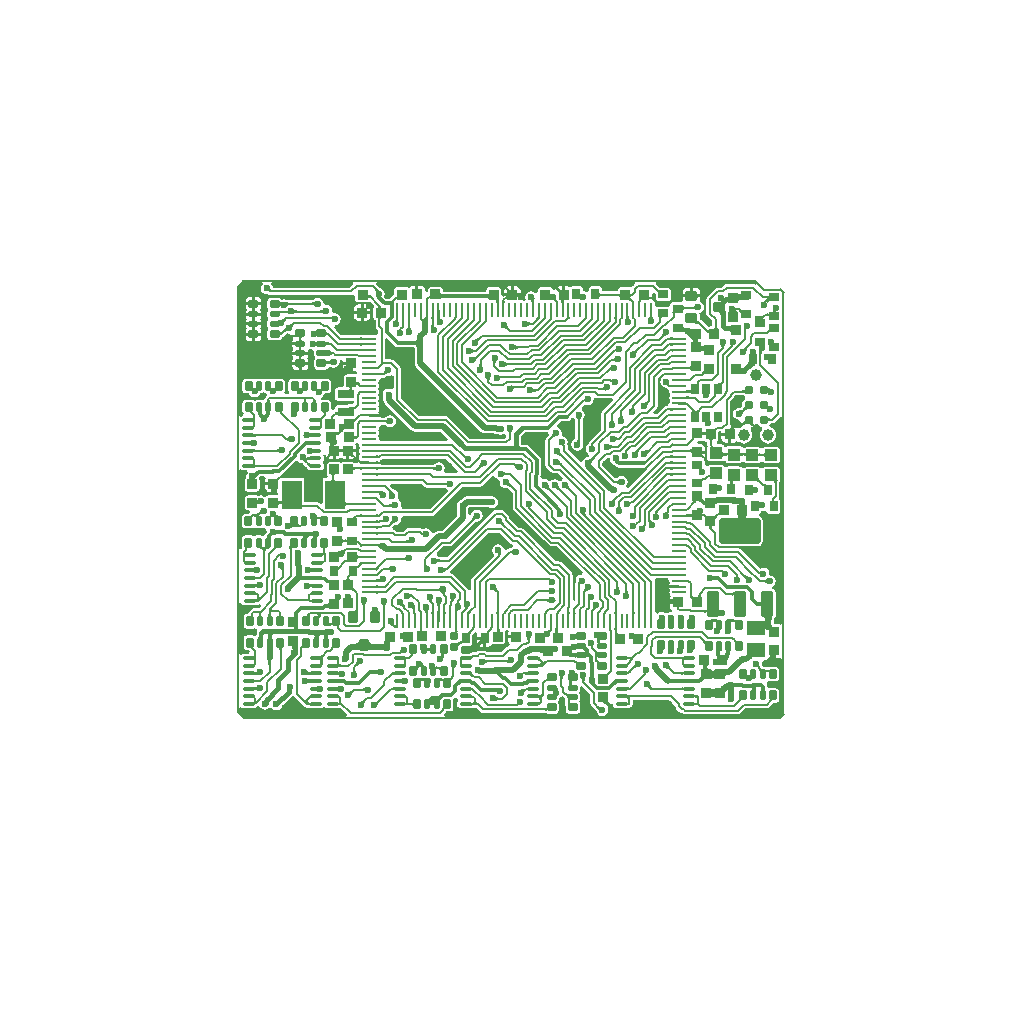
<source format=gtl>
G04*
G04 #@! TF.GenerationSoftware,Altium Limited,Altium Designer,20.2.7 (254)*
G04*
G04 Layer_Physical_Order=1*
G04 Layer_Color=255*
%FSLAX25Y25*%
%MOIN*%
G70*
G04*
G04 #@! TF.SameCoordinates,1B3C1DD0-FE4B-4EAB-8C97-3149C55B291D*
G04*
G04*
G04 #@! TF.FilePolarity,Positive*
G04*
G01*
G75*
%ADD10C,0.00984*%
%ADD11C,0.00787*%
G04:AMPARAMS|DCode=17|XSize=27.56mil|YSize=23.62mil|CornerRadius=2.36mil|HoleSize=0mil|Usage=FLASHONLY|Rotation=180.000|XOffset=0mil|YOffset=0mil|HoleType=Round|Shape=RoundedRectangle|*
%AMROUNDEDRECTD17*
21,1,0.02756,0.01890,0,0,180.0*
21,1,0.02284,0.02362,0,0,180.0*
1,1,0.00472,-0.01142,0.00945*
1,1,0.00472,0.01142,0.00945*
1,1,0.00472,0.01142,-0.00945*
1,1,0.00472,-0.01142,-0.00945*
%
%ADD17ROUNDEDRECTD17*%
G04:AMPARAMS|DCode=18|XSize=137.8mil|YSize=84.65mil|CornerRadius=8.47mil|HoleSize=0mil|Usage=FLASHONLY|Rotation=0.000|XOffset=0mil|YOffset=0mil|HoleType=Round|Shape=RoundedRectangle|*
%AMROUNDEDRECTD18*
21,1,0.13780,0.06772,0,0,0.0*
21,1,0.12087,0.08465,0,0,0.0*
1,1,0.01693,0.06043,-0.03386*
1,1,0.01693,-0.06043,-0.03386*
1,1,0.01693,-0.06043,0.03386*
1,1,0.01693,0.06043,0.03386*
%
%ADD18ROUNDEDRECTD18*%
G04:AMPARAMS|DCode=19|XSize=43.31mil|YSize=84.65mil|CornerRadius=4.33mil|HoleSize=0mil|Usage=FLASHONLY|Rotation=0.000|XOffset=0mil|YOffset=0mil|HoleType=Round|Shape=RoundedRectangle|*
%AMROUNDEDRECTD19*
21,1,0.04331,0.07598,0,0,0.0*
21,1,0.03465,0.08465,0,0,0.0*
1,1,0.00866,0.01732,-0.03799*
1,1,0.00866,-0.01732,-0.03799*
1,1,0.00866,-0.01732,0.03799*
1,1,0.00866,0.01732,0.03799*
%
%ADD19ROUNDEDRECTD19*%
G04:AMPARAMS|DCode=20|XSize=43.31mil|YSize=84.65mil|CornerRadius=4.33mil|HoleSize=0mil|Usage=FLASHONLY|Rotation=0.000|XOffset=0mil|YOffset=0mil|HoleType=Round|Shape=RoundedRectangle|*
%AMROUNDEDRECTD20*
21,1,0.04331,0.07599,0,0,0.0*
21,1,0.03465,0.08465,0,0,0.0*
1,1,0.00866,0.01732,-0.03799*
1,1,0.00866,-0.01732,-0.03799*
1,1,0.00866,-0.01732,0.03799*
1,1,0.00866,0.01732,0.03799*
%
%ADD20ROUNDEDRECTD20*%
%ADD21O,0.04331X0.01181*%
%ADD22O,0.00866X0.05118*%
%ADD23O,0.05118X0.00866*%
G04:AMPARAMS|DCode=24|XSize=33.47mil|YSize=33.47mil|CornerRadius=3.35mil|HoleSize=0mil|Usage=FLASHONLY|Rotation=180.000|XOffset=0mil|YOffset=0mil|HoleType=Round|Shape=RoundedRectangle|*
%AMROUNDEDRECTD24*
21,1,0.03347,0.02677,0,0,180.0*
21,1,0.02677,0.03347,0,0,180.0*
1,1,0.00669,-0.01339,0.01339*
1,1,0.00669,0.01339,0.01339*
1,1,0.00669,0.01339,-0.01339*
1,1,0.00669,-0.01339,-0.01339*
%
%ADD24ROUNDEDRECTD24*%
G04:AMPARAMS|DCode=25|XSize=33.47mil|YSize=33.47mil|CornerRadius=3.35mil|HoleSize=0mil|Usage=FLASHONLY|Rotation=270.000|XOffset=0mil|YOffset=0mil|HoleType=Round|Shape=RoundedRectangle|*
%AMROUNDEDRECTD25*
21,1,0.03347,0.02677,0,0,270.0*
21,1,0.02677,0.03347,0,0,270.0*
1,1,0.00669,-0.01339,-0.01339*
1,1,0.00669,-0.01339,0.01339*
1,1,0.00669,0.01339,0.01339*
1,1,0.00669,0.01339,-0.01339*
%
%ADD25ROUNDEDRECTD25*%
G04:AMPARAMS|DCode=26|XSize=39.37mil|YSize=43.31mil|CornerRadius=3.94mil|HoleSize=0mil|Usage=FLASHONLY|Rotation=270.000|XOffset=0mil|YOffset=0mil|HoleType=Round|Shape=RoundedRectangle|*
%AMROUNDEDRECTD26*
21,1,0.03937,0.03543,0,0,270.0*
21,1,0.03150,0.04331,0,0,270.0*
1,1,0.00787,-0.01772,-0.01575*
1,1,0.00787,-0.01772,0.01575*
1,1,0.00787,0.01772,0.01575*
1,1,0.00787,0.01772,-0.01575*
%
%ADD26ROUNDEDRECTD26*%
%ADD27R,0.05906X0.05118*%
G04:AMPARAMS|DCode=28|XSize=27.56mil|YSize=36.22mil|CornerRadius=2.76mil|HoleSize=0mil|Usage=FLASHONLY|Rotation=180.000|XOffset=0mil|YOffset=0mil|HoleType=Round|Shape=RoundedRectangle|*
%AMROUNDEDRECTD28*
21,1,0.02756,0.03071,0,0,180.0*
21,1,0.02205,0.03622,0,0,180.0*
1,1,0.00551,-0.01102,0.01535*
1,1,0.00551,0.01102,0.01535*
1,1,0.00551,0.01102,-0.01535*
1,1,0.00551,-0.01102,-0.01535*
%
%ADD28ROUNDEDRECTD28*%
G04:AMPARAMS|DCode=29|XSize=27.56mil|YSize=36.22mil|CornerRadius=2.76mil|HoleSize=0mil|Usage=FLASHONLY|Rotation=90.000|XOffset=0mil|YOffset=0mil|HoleType=Round|Shape=RoundedRectangle|*
%AMROUNDEDRECTD29*
21,1,0.02756,0.03071,0,0,90.0*
21,1,0.02205,0.03622,0,0,90.0*
1,1,0.00551,0.01535,0.01102*
1,1,0.00551,0.01535,-0.01102*
1,1,0.00551,-0.01535,-0.01102*
1,1,0.00551,-0.01535,0.01102*
%
%ADD29ROUNDEDRECTD29*%
G04:AMPARAMS|DCode=30|XSize=35.43mil|YSize=37.4mil|CornerRadius=3.54mil|HoleSize=0mil|Usage=FLASHONLY|Rotation=270.000|XOffset=0mil|YOffset=0mil|HoleType=Round|Shape=RoundedRectangle|*
%AMROUNDEDRECTD30*
21,1,0.03543,0.03032,0,0,270.0*
21,1,0.02835,0.03740,0,0,270.0*
1,1,0.00709,-0.01516,-0.01417*
1,1,0.00709,-0.01516,0.01417*
1,1,0.00709,0.01516,0.01417*
1,1,0.00709,0.01516,-0.01417*
%
%ADD30ROUNDEDRECTD30*%
G04:AMPARAMS|DCode=31|XSize=35.43mil|YSize=37.4mil|CornerRadius=3.54mil|HoleSize=0mil|Usage=FLASHONLY|Rotation=270.000|XOffset=0mil|YOffset=0mil|HoleType=Round|Shape=RoundedRectangle|*
%AMROUNDEDRECTD31*
21,1,0.03543,0.03032,0,0,270.0*
21,1,0.02835,0.03740,0,0,270.0*
1,1,0.00709,-0.01516,-0.01417*
1,1,0.00709,-0.01516,0.01417*
1,1,0.00709,0.01516,0.01417*
1,1,0.00709,0.01516,-0.01417*
%
%ADD31ROUNDEDRECTD31*%
%ADD32R,0.06693X0.09449*%
G04:AMPARAMS|DCode=33|XSize=23.62mil|YSize=35.43mil|CornerRadius=2.36mil|HoleSize=0mil|Usage=FLASHONLY|Rotation=180.000|XOffset=0mil|YOffset=0mil|HoleType=Round|Shape=RoundedRectangle|*
%AMROUNDEDRECTD33*
21,1,0.02362,0.03071,0,0,180.0*
21,1,0.01890,0.03543,0,0,180.0*
1,1,0.00472,-0.00945,0.01535*
1,1,0.00472,0.00945,0.01535*
1,1,0.00472,0.00945,-0.01535*
1,1,0.00472,-0.00945,-0.01535*
%
%ADD33ROUNDEDRECTD33*%
G04:AMPARAMS|DCode=34|XSize=25.59mil|YSize=31.5mil|CornerRadius=2.56mil|HoleSize=0mil|Usage=FLASHONLY|Rotation=0.000|XOffset=0mil|YOffset=0mil|HoleType=Round|Shape=RoundedRectangle|*
%AMROUNDEDRECTD34*
21,1,0.02559,0.02638,0,0,0.0*
21,1,0.02047,0.03150,0,0,0.0*
1,1,0.00512,0.01024,-0.01319*
1,1,0.00512,-0.01024,-0.01319*
1,1,0.00512,-0.01024,0.01319*
1,1,0.00512,0.01024,0.01319*
%
%ADD34ROUNDEDRECTD34*%
G04:AMPARAMS|DCode=35|XSize=17.72mil|YSize=31.5mil|CornerRadius=1.77mil|HoleSize=0mil|Usage=FLASHONLY|Rotation=0.000|XOffset=0mil|YOffset=0mil|HoleType=Round|Shape=RoundedRectangle|*
%AMROUNDEDRECTD35*
21,1,0.01772,0.02795,0,0,0.0*
21,1,0.01417,0.03150,0,0,0.0*
1,1,0.00354,0.00709,-0.01398*
1,1,0.00354,-0.00709,-0.01398*
1,1,0.00354,-0.00709,0.01398*
1,1,0.00354,0.00709,0.01398*
%
%ADD35ROUNDEDRECTD35*%
G04:AMPARAMS|DCode=36|XSize=35.83mil|YSize=33.47mil|CornerRadius=3.35mil|HoleSize=0mil|Usage=FLASHONLY|Rotation=270.000|XOffset=0mil|YOffset=0mil|HoleType=Round|Shape=RoundedRectangle|*
%AMROUNDEDRECTD36*
21,1,0.03583,0.02677,0,0,270.0*
21,1,0.02913,0.03347,0,0,270.0*
1,1,0.00669,-0.01339,-0.01457*
1,1,0.00669,-0.01339,0.01457*
1,1,0.00669,0.01339,0.01457*
1,1,0.00669,0.01339,-0.01457*
%
%ADD36ROUNDEDRECTD36*%
G04:AMPARAMS|DCode=37|XSize=35.43mil|YSize=37.4mil|CornerRadius=3.54mil|HoleSize=0mil|Usage=FLASHONLY|Rotation=180.000|XOffset=0mil|YOffset=0mil|HoleType=Round|Shape=RoundedRectangle|*
%AMROUNDEDRECTD37*
21,1,0.03543,0.03032,0,0,180.0*
21,1,0.02835,0.03740,0,0,180.0*
1,1,0.00709,-0.01417,0.01516*
1,1,0.00709,0.01417,0.01516*
1,1,0.00709,0.01417,-0.01516*
1,1,0.00709,-0.01417,-0.01516*
%
%ADD37ROUNDEDRECTD37*%
G04:AMPARAMS|DCode=38|XSize=35.43mil|YSize=37.4mil|CornerRadius=3.54mil|HoleSize=0mil|Usage=FLASHONLY|Rotation=180.000|XOffset=0mil|YOffset=0mil|HoleType=Round|Shape=RoundedRectangle|*
%AMROUNDEDRECTD38*
21,1,0.03543,0.03032,0,0,180.0*
21,1,0.02835,0.03740,0,0,180.0*
1,1,0.00709,-0.01417,0.01516*
1,1,0.00709,0.01417,0.01516*
1,1,0.00709,0.01417,-0.01516*
1,1,0.00709,-0.01417,-0.01516*
%
%ADD38ROUNDEDRECTD38*%
G04:AMPARAMS|DCode=39|XSize=25.59mil|YSize=31.5mil|CornerRadius=2.56mil|HoleSize=0mil|Usage=FLASHONLY|Rotation=270.000|XOffset=0mil|YOffset=0mil|HoleType=Round|Shape=RoundedRectangle|*
%AMROUNDEDRECTD39*
21,1,0.02559,0.02638,0,0,270.0*
21,1,0.02047,0.03150,0,0,270.0*
1,1,0.00512,-0.01319,-0.01024*
1,1,0.00512,-0.01319,0.01024*
1,1,0.00512,0.01319,0.01024*
1,1,0.00512,0.01319,-0.01024*
%
%ADD39ROUNDEDRECTD39*%
G04:AMPARAMS|DCode=40|XSize=17.72mil|YSize=31.5mil|CornerRadius=1.77mil|HoleSize=0mil|Usage=FLASHONLY|Rotation=270.000|XOffset=0mil|YOffset=0mil|HoleType=Round|Shape=RoundedRectangle|*
%AMROUNDEDRECTD40*
21,1,0.01772,0.02795,0,0,270.0*
21,1,0.01417,0.03150,0,0,270.0*
1,1,0.00354,-0.01398,-0.00709*
1,1,0.00354,-0.01398,0.00709*
1,1,0.00354,0.01398,0.00709*
1,1,0.00354,0.01398,-0.00709*
%
%ADD40ROUNDEDRECTD40*%
G04:AMPARAMS|DCode=41|XSize=27.56mil|YSize=55.12mil|CornerRadius=2.76mil|HoleSize=0mil|Usage=FLASHONLY|Rotation=270.000|XOffset=0mil|YOffset=0mil|HoleType=Round|Shape=RoundedRectangle|*
%AMROUNDEDRECTD41*
21,1,0.02756,0.04961,0,0,270.0*
21,1,0.02205,0.05512,0,0,270.0*
1,1,0.00551,-0.02480,-0.01102*
1,1,0.00551,-0.02480,0.01102*
1,1,0.00551,0.02480,0.01102*
1,1,0.00551,0.02480,-0.01102*
%
%ADD41ROUNDEDRECTD41*%
G04:AMPARAMS|DCode=42|XSize=35.83mil|YSize=33.47mil|CornerRadius=3.35mil|HoleSize=0mil|Usage=FLASHONLY|Rotation=180.000|XOffset=0mil|YOffset=0mil|HoleType=Round|Shape=RoundedRectangle|*
%AMROUNDEDRECTD42*
21,1,0.03583,0.02677,0,0,180.0*
21,1,0.02913,0.03347,0,0,180.0*
1,1,0.00669,-0.01457,0.01339*
1,1,0.00669,0.01457,0.01339*
1,1,0.00669,0.01457,-0.01339*
1,1,0.00669,-0.01457,-0.01339*
%
%ADD42ROUNDEDRECTD42*%
G04:AMPARAMS|DCode=72|XSize=7.87mil|YSize=37.01mil|CornerRadius=3.94mil|HoleSize=0mil|Usage=FLASHONLY|Rotation=225.000|XOffset=0mil|YOffset=0mil|HoleType=Round|Shape=RoundedRectangle|*
%AMROUNDEDRECTD72*
21,1,0.00787,0.02913,0,0,225.0*
21,1,0.00000,0.03701,0,0,225.0*
1,1,0.00787,-0.01030,0.01030*
1,1,0.00787,-0.01030,0.01030*
1,1,0.00787,0.01030,-0.01030*
1,1,0.00787,0.01030,-0.01030*
%
%ADD72ROUNDEDRECTD72*%
G04:AMPARAMS|DCode=73|XSize=7.87mil|YSize=22.84mil|CornerRadius=3.94mil|HoleSize=0mil|Usage=FLASHONLY|Rotation=135.000|XOffset=0mil|YOffset=0mil|HoleType=Round|Shape=RoundedRectangle|*
%AMROUNDEDRECTD73*
21,1,0.00787,0.01496,0,0,135.0*
21,1,0.00000,0.02284,0,0,135.0*
1,1,0.00787,0.00529,0.00529*
1,1,0.00787,0.00529,0.00529*
1,1,0.00787,-0.00529,-0.00529*
1,1,0.00787,-0.00529,-0.00529*
%
%ADD73ROUNDEDRECTD73*%
G04:AMPARAMS|DCode=74|XSize=7.87mil|YSize=21.65mil|CornerRadius=3.94mil|HoleSize=0mil|Usage=FLASHONLY|Rotation=45.000|XOffset=0mil|YOffset=0mil|HoleType=Round|Shape=RoundedRectangle|*
%AMROUNDEDRECTD74*
21,1,0.00787,0.01378,0,0,45.0*
21,1,0.00000,0.02165,0,0,45.0*
1,1,0.00787,0.00487,-0.00487*
1,1,0.00787,0.00487,-0.00487*
1,1,0.00787,-0.00487,0.00487*
1,1,0.00787,-0.00487,0.00487*
%
%ADD74ROUNDEDRECTD74*%
G04:AMPARAMS|DCode=75|XSize=7.87mil|YSize=47.24mil|CornerRadius=3.94mil|HoleSize=0mil|Usage=FLASHONLY|Rotation=45.000|XOffset=0mil|YOffset=0mil|HoleType=Round|Shape=RoundedRectangle|*
%AMROUNDEDRECTD75*
21,1,0.00787,0.03937,0,0,45.0*
21,1,0.00000,0.04724,0,0,45.0*
1,1,0.00787,0.01392,-0.01392*
1,1,0.00787,0.01392,-0.01392*
1,1,0.00787,-0.01392,0.01392*
1,1,0.00787,-0.01392,0.01392*
%
%ADD75ROUNDEDRECTD75*%
G04:AMPARAMS|DCode=76|XSize=7.87mil|YSize=62.99mil|CornerRadius=3.94mil|HoleSize=0mil|Usage=FLASHONLY|Rotation=270.000|XOffset=0mil|YOffset=0mil|HoleType=Round|Shape=RoundedRectangle|*
%AMROUNDEDRECTD76*
21,1,0.00787,0.05512,0,0,270.0*
21,1,0.00000,0.06299,0,0,270.0*
1,1,0.00787,-0.02756,0.00000*
1,1,0.00787,-0.02756,0.00000*
1,1,0.00787,0.02756,0.00000*
1,1,0.00787,0.02756,0.00000*
%
%ADD76ROUNDEDRECTD76*%
G04:AMPARAMS|DCode=77|XSize=7.87mil|YSize=31.5mil|CornerRadius=3.94mil|HoleSize=0mil|Usage=FLASHONLY|Rotation=315.000|XOffset=0mil|YOffset=0mil|HoleType=Round|Shape=RoundedRectangle|*
%AMROUNDEDRECTD77*
21,1,0.00787,0.02362,0,0,315.0*
21,1,0.00000,0.03150,0,0,315.0*
1,1,0.00787,-0.00835,-0.00835*
1,1,0.00787,-0.00835,-0.00835*
1,1,0.00787,0.00835,0.00835*
1,1,0.00787,0.00835,0.00835*
%
%ADD77ROUNDEDRECTD77*%
G04:AMPARAMS|DCode=78|XSize=7.87mil|YSize=1712.6mil|CornerRadius=3.94mil|HoleSize=0mil|Usage=FLASHONLY|Rotation=270.000|XOffset=0mil|YOffset=0mil|HoleType=Round|Shape=RoundedRectangle|*
%AMROUNDEDRECTD78*
21,1,0.00787,1.70472,0,0,270.0*
21,1,0.00000,1.71260,0,0,270.0*
1,1,0.00787,-0.85236,0.00000*
1,1,0.00787,-0.85236,0.00000*
1,1,0.00787,0.85236,0.00000*
1,1,0.00787,0.85236,0.00000*
%
%ADD78ROUNDEDRECTD78*%
G04:AMPARAMS|DCode=79|XSize=7.87mil|YSize=1413.39mil|CornerRadius=3.94mil|HoleSize=0mil|Usage=FLASHONLY|Rotation=180.000|XOffset=0mil|YOffset=0mil|HoleType=Round|Shape=RoundedRectangle|*
%AMROUNDEDRECTD79*
21,1,0.00787,1.40551,0,0,180.0*
21,1,0.00000,1.41339,0,0,180.0*
1,1,0.00787,0.00000,0.70276*
1,1,0.00787,0.00000,0.70276*
1,1,0.00787,0.00000,-0.70276*
1,1,0.00787,0.00000,-0.70276*
%
%ADD79ROUNDEDRECTD79*%
G04:AMPARAMS|DCode=80|XSize=7.87mil|YSize=1795.28mil|CornerRadius=3.94mil|HoleSize=0mil|Usage=FLASHONLY|Rotation=270.000|XOffset=0mil|YOffset=0mil|HoleType=Round|Shape=RoundedRectangle|*
%AMROUNDEDRECTD80*
21,1,0.00787,1.78740,0,0,270.0*
21,1,0.00000,1.79528,0,0,270.0*
1,1,0.00787,-0.89370,0.00000*
1,1,0.00787,-0.89370,0.00000*
1,1,0.00787,0.89370,0.00000*
1,1,0.00787,0.89370,0.00000*
%
%ADD80ROUNDEDRECTD80*%
G04:AMPARAMS|DCode=81|XSize=7.87mil|YSize=1424.8mil|CornerRadius=3.94mil|HoleSize=0mil|Usage=FLASHONLY|Rotation=180.000|XOffset=0mil|YOffset=0mil|HoleType=Round|Shape=RoundedRectangle|*
%AMROUNDEDRECTD81*
21,1,0.00787,1.41693,0,0,180.0*
21,1,0.00000,1.42480,0,0,180.0*
1,1,0.00787,0.00000,0.70847*
1,1,0.00787,0.00000,0.70847*
1,1,0.00787,0.00000,-0.70847*
1,1,0.00787,0.00000,-0.70847*
%
%ADD81ROUNDEDRECTD81*%
G04:AMPARAMS|DCode=82|XSize=9.84mil|YSize=27.56mil|CornerRadius=4.92mil|HoleSize=0mil|Usage=FLASHONLY|Rotation=180.000|XOffset=0mil|YOffset=0mil|HoleType=Round|Shape=RoundedRectangle|*
%AMROUNDEDRECTD82*
21,1,0.00984,0.01772,0,0,180.0*
21,1,0.00000,0.02756,0,0,180.0*
1,1,0.00984,0.00000,0.00886*
1,1,0.00984,0.00000,0.00886*
1,1,0.00984,0.00000,-0.00886*
1,1,0.00984,0.00000,-0.00886*
%
%ADD82ROUNDEDRECTD82*%
%ADD83R,0.01968X0.01968*%
%ADD84C,0.03100*%
%ADD85C,0.01968*%
%ADD86C,0.01181*%
%ADD87C,0.01575*%
%ADD88C,0.03900*%
%ADD89C,0.02362*%
G36*
X173708Y145615D02*
X173206Y145003D01*
X172902Y145207D01*
X172441Y145299D01*
X172441Y145299D01*
X163681D01*
X163220Y145207D01*
X162830Y144946D01*
X162001Y144118D01*
X160636D01*
X160636Y144118D01*
X160175Y144026D01*
X159784Y143765D01*
X157200Y141180D01*
X156939Y140790D01*
X156847Y140329D01*
X156847Y140329D01*
Y135447D01*
X156847Y135447D01*
X156939Y134986D01*
X157200Y134595D01*
X158786Y133009D01*
Y131223D01*
X158071D01*
X157633Y131136D01*
X157444Y131009D01*
X156904Y131549D01*
X156904Y131549D01*
X156904Y131549D01*
X155121Y133332D01*
X154730Y133593D01*
X154530Y133633D01*
Y135276D01*
X154451Y135674D01*
X154804Y135744D01*
X155455Y136179D01*
X155890Y136830D01*
X156043Y137598D01*
X155890Y138366D01*
X155455Y139018D01*
X154804Y139453D01*
X154660Y139481D01*
X154747Y139921D01*
Y140839D01*
X153890D01*
X153831Y140803D01*
X153775Y140752D01*
X153735Y140693D01*
X153711Y140626D01*
X153703Y140551D01*
Y140839D01*
X151850D01*
X149998D01*
Y140551D01*
X149990Y140626D01*
X149966Y140693D01*
X149926Y140752D01*
X149870Y140803D01*
X149811Y140839D01*
X148954D01*
Y140061D01*
X148914Y139884D01*
X148276Y139293D01*
X145709D01*
X145294Y139210D01*
X144942Y138975D01*
X144707Y138623D01*
X144670Y138435D01*
X144600Y138192D01*
X144055Y137816D01*
X140984D01*
X140569Y137733D01*
X140418Y137632D01*
X139748Y137884D01*
X139630Y137981D01*
Y138740D01*
X139535Y139216D01*
X139266Y139620D01*
X138862Y139890D01*
X138541Y139954D01*
X138644Y140472D01*
Y142059D01*
X139347Y142364D01*
X139900Y141927D01*
Y140827D01*
X139983Y140412D01*
X140218Y140060D01*
X140569Y139825D01*
X140984Y139743D01*
X144055D01*
X144470Y139825D01*
X144821Y140060D01*
X145056Y140412D01*
X145139Y140827D01*
Y143031D01*
X145056Y143446D01*
X144821Y143798D01*
X144470Y144033D01*
X144055Y144115D01*
X141547D01*
X141535Y144118D01*
X141535Y144118D01*
X141207D01*
X139889Y145436D01*
X139937Y145771D01*
X140167Y146224D01*
X173064Y146260D01*
X173708Y145615D01*
D02*
G37*
G36*
X132981Y145791D02*
X133038Y145429D01*
X132808Y145198D01*
X132725Y145143D01*
X132725Y145143D01*
X132239Y144657D01*
X131501Y144207D01*
X131063Y144294D01*
X128386D01*
X127948Y144207D01*
X127577Y143959D01*
X127329Y143587D01*
X127242Y143150D01*
Y142846D01*
X121970D01*
Y143563D01*
X121887Y143978D01*
X121652Y144329D01*
X121301Y144564D01*
X120886Y144647D01*
X118681D01*
X118266Y144564D01*
X117915Y144329D01*
X117680Y143978D01*
X117597Y143563D01*
Y143083D01*
X117591Y143077D01*
X116810Y142734D01*
X116418Y142996D01*
X115670Y143145D01*
Y143563D01*
X115588Y143978D01*
X115353Y144329D01*
X115001Y144564D01*
X114587Y144647D01*
X112382D01*
X111967Y144564D01*
X111616Y144329D01*
X111385Y144283D01*
X111170Y144427D01*
X110650Y144530D01*
X109811D01*
Y141831D01*
X108811D01*
Y144530D01*
X107973D01*
X107452Y144427D01*
X107010Y144132D01*
X106715Y143690D01*
X106006Y143491D01*
X105616Y143578D01*
X105426Y143696D01*
X105238Y143978D01*
X104867Y144226D01*
X104429Y144313D01*
X101752D01*
X101314Y144226D01*
X100943Y143978D01*
X100695Y143607D01*
X100608Y143169D01*
Y142639D01*
X99967Y142408D01*
X99821Y142380D01*
X99193Y142799D01*
X98425Y142952D01*
X97657Y142799D01*
X97006Y142364D01*
X96571Y141713D01*
X96418Y140945D01*
X96472Y140673D01*
X96528Y140233D01*
X95938Y139721D01*
X95555Y139890D01*
X95079Y139985D01*
X94884Y140749D01*
Y141331D01*
X94156D01*
X93914Y140962D01*
X93894Y141052D01*
X93863Y141133D01*
X93857Y141143D01*
X93849Y141118D01*
X93840Y141043D01*
Y141172D01*
X93822Y141204D01*
X93769Y141266D01*
X93706Y141318D01*
X93685Y141331D01*
X92185D01*
X89486D01*
Y140942D01*
X89481Y140931D01*
X89235Y140883D01*
X88447Y141532D01*
Y143169D01*
X88360Y143607D01*
X88112Y143978D01*
X87741Y144226D01*
X87303Y144313D01*
X84626D01*
X84188Y144226D01*
X83817Y143978D01*
X83569Y143607D01*
X83482Y143169D01*
Y142656D01*
X83454Y142652D01*
X83378Y142645D01*
X69082D01*
X69007Y142652D01*
X68979Y142656D01*
Y143268D01*
X68892Y143706D01*
X68644Y144077D01*
X68273Y144325D01*
X67835Y144412D01*
X65158D01*
X64720Y144325D01*
X64349Y144077D01*
X64101Y143706D01*
X64013Y143268D01*
Y142810D01*
X63762Y142641D01*
X62975Y143061D01*
Y143268D01*
X62871Y143789D01*
X62576Y144230D01*
X62135Y144525D01*
X61614Y144629D01*
X60776D01*
Y143772D01*
X60811Y143713D01*
X60862Y143657D01*
X60921Y143617D01*
X60988Y143593D01*
X61063Y143585D01*
X60776D01*
Y141929D01*
X59776D01*
Y143585D01*
X59488D01*
X59563Y143593D01*
X59630Y143617D01*
X59689Y143657D01*
X59740Y143713D01*
X59776Y143772D01*
Y144629D01*
X58937D01*
X58416Y144525D01*
X58241Y144408D01*
X57581Y143978D01*
X57209Y144226D01*
X56772Y144313D01*
X53858D01*
X53421Y144226D01*
X53049Y143978D01*
X52801Y143607D01*
X52714Y143169D01*
Y141708D01*
X52492Y141664D01*
X52101Y141403D01*
X51862Y141045D01*
X51100Y140283D01*
X50144D01*
X49303Y141124D01*
X49394Y141259D01*
X49546Y142027D01*
X49394Y142796D01*
X48959Y143447D01*
X48307Y143882D01*
X48218Y143900D01*
X48085Y143968D01*
X48028Y144001D01*
X47886Y144095D01*
X47839Y144130D01*
X47774Y144185D01*
X46625Y145334D01*
X46910Y146122D01*
X132755Y146216D01*
X132981Y145791D01*
D02*
G37*
G36*
X39176Y145326D02*
X37968Y144118D01*
X12298D01*
X12189Y144666D01*
X11768Y145296D01*
X11792Y145426D01*
X12024Y146084D01*
X38878Y146113D01*
X39176Y145326D01*
D02*
G37*
G36*
X11473Y143568D02*
X11482Y143552D01*
X11499Y143529D01*
X11522Y143500D01*
X11636Y143375D01*
X11816Y143192D01*
X11259Y142635D01*
X11206Y142687D01*
X11012Y142856D01*
X10987Y142872D01*
X10966Y142881D01*
X10950Y142885D01*
X10939Y142883D01*
X11472Y143577D01*
X11473Y143568D01*
D02*
G37*
G36*
X47179Y143636D02*
X47339Y143501D01*
X47424Y143438D01*
X47604Y143319D01*
X47700Y143263D01*
X47901Y143160D01*
X48007Y143112D01*
X46468Y142525D01*
X46507Y142621D01*
X46532Y142716D01*
X46545Y142809D01*
X46544Y142901D01*
X46531Y142992D01*
X46505Y143081D01*
X46466Y143170D01*
X46414Y143257D01*
X46349Y143343D01*
X46272Y143427D01*
X47105Y143708D01*
X47179Y143636D01*
D02*
G37*
G36*
X107533Y143876D02*
X107838Y143614D01*
X107969Y143521D01*
X108087Y143453D01*
X108190Y143410D01*
X108279Y143391D01*
X108354Y143398D01*
X108415Y143430D01*
X108462Y143486D01*
X107656Y142089D01*
X107686Y142163D01*
X107697Y142245D01*
X107688Y142335D01*
X107660Y142433D01*
X107613Y142541D01*
X107546Y142656D01*
X107461Y142780D01*
X107355Y142913D01*
X107231Y143054D01*
X107087Y143203D01*
X107360Y144044D01*
X107533Y143876D01*
D02*
G37*
G36*
X168436Y141733D02*
X168643Y141718D01*
X168892Y141712D01*
Y140138D01*
X168586Y140130D01*
X168313Y140106D01*
X168072Y140067D01*
X167864Y140012D01*
X167688Y139942D01*
X167546Y139855D01*
X167436Y139753D01*
X167358Y139635D01*
X167314Y139502D01*
X167302Y139353D01*
X167280Y140141D01*
X166798Y140138D01*
Y141712D01*
X167109Y141720D01*
X167236Y141731D01*
X167221Y142280D01*
X167306Y142172D01*
X167409Y142076D01*
X167531Y141990D01*
X167670Y141917D01*
X167828Y141854D01*
X167857Y141846D01*
X168015Y141909D01*
X168156Y141996D01*
X168264Y142098D01*
X168338Y142217D01*
X168378Y142350D01*
X168385Y142500D01*
X168436Y141733D01*
D02*
G37*
G36*
X131388Y142354D02*
X131412Y142287D01*
X131452Y142228D01*
X131508Y142177D01*
X131580Y142134D01*
X131668Y142098D01*
X131772Y142071D01*
X131892Y142051D01*
X132027Y142039D01*
X132179Y142035D01*
Y141248D01*
X132027Y141244D01*
X131892Y141232D01*
X131772Y141213D01*
X131668Y141185D01*
X131580Y141150D01*
X131508Y141106D01*
X131452Y141055D01*
X131424Y141013D01*
X131480Y140916D01*
X131567Y140791D01*
X131674Y140657D01*
X131949Y140360D01*
X131608Y139587D01*
X131436Y139753D01*
X131132Y140014D01*
X131001Y140107D01*
X130883Y140176D01*
X130778Y140221D01*
X130687Y140241D01*
X130610Y140237D01*
X130545Y140208D01*
X130495Y140155D01*
X131380Y141474D01*
X131346Y141404D01*
X131333Y141325D01*
X131339Y141236D01*
X131366Y141139D01*
X131380Y141107D01*
Y142429D01*
X131388Y142354D01*
D02*
G37*
G36*
X86563Y142412D02*
X86589Y142380D01*
X86630Y142332D01*
X87389Y141553D01*
X86833Y140996D01*
X85957Y141831D01*
X86555Y142428D01*
X86563Y142412D01*
D02*
G37*
G36*
X128069Y140854D02*
X128061Y140929D01*
X128037Y140996D01*
X127997Y141055D01*
X127941Y141106D01*
X127869Y141150D01*
X127781Y141185D01*
X127677Y141213D01*
X127557Y141232D01*
X127421Y141244D01*
X127269Y141248D01*
Y142035D01*
X127421Y142039D01*
X127557Y142051D01*
X127677Y142071D01*
X127781Y142098D01*
X127869Y142134D01*
X127941Y142177D01*
X127997Y142228D01*
X128037Y142287D01*
X128061Y142354D01*
X128069Y142429D01*
Y140854D01*
D02*
G37*
G36*
X121151Y142354D02*
X121175Y142287D01*
X121215Y142228D01*
X121271Y142177D01*
X121343Y142134D01*
X121431Y142098D01*
X121534Y142071D01*
X121654Y142051D01*
X121790Y142039D01*
X121942Y142035D01*
Y141248D01*
X121790Y141244D01*
X121654Y141232D01*
X121534Y141213D01*
X121431Y141185D01*
X121343Y141150D01*
X121271Y141106D01*
X121215Y141055D01*
X121175Y140996D01*
X121151Y140929D01*
X121143Y140854D01*
Y142429D01*
X121151Y142354D01*
D02*
G37*
G36*
X66555Y141440D02*
X66529Y141432D01*
X66493Y141410D01*
X66445Y141376D01*
X66387Y141329D01*
X66145Y141112D01*
X65804Y140779D01*
X65247Y141335D01*
X65371Y141460D01*
X65900Y142061D01*
X65908Y142086D01*
X66555Y141440D01*
D02*
G37*
G36*
X64841Y140612D02*
X64836Y140622D01*
X64822Y140631D01*
X64799Y140638D01*
X64767Y140645D01*
X64726Y140651D01*
X64617Y140659D01*
X64384Y140663D01*
Y141451D01*
X64471Y141451D01*
X64767Y141469D01*
X64799Y141476D01*
X64822Y141483D01*
X64836Y141492D01*
X64841Y141502D01*
Y140612D01*
D02*
G37*
G36*
X44103Y141784D02*
X44122Y141746D01*
X44153Y141714D01*
X44197Y141685D01*
X44253Y141660D01*
X44322Y141641D01*
X44403Y141625D01*
X44497Y141614D01*
X44604Y141608D01*
X44723Y141605D01*
Y140818D01*
X44604Y140816D01*
X44403Y140798D01*
X44322Y140783D01*
X44253Y140763D01*
X44197Y140739D01*
X44153Y140710D01*
X44122Y140677D01*
X44103Y140639D01*
X44096Y140598D01*
Y141826D01*
X44103Y141784D01*
D02*
G37*
G36*
X104670Y140427D02*
X104646Y140451D01*
X104612Y140472D01*
X104568Y140491D01*
X104514Y140507D01*
X104449Y140520D01*
X104375Y140531D01*
X104196Y140546D01*
X103976Y140551D01*
Y141339D01*
X104063Y141340D01*
X104214Y141354D01*
X104277Y141366D01*
X104332Y141381D01*
X104379Y141399D01*
X104418Y141421D01*
X104449Y141447D01*
X104472Y141475D01*
X104487Y141507D01*
X104670Y140427D01*
D02*
G37*
G36*
X68159Y142309D02*
X68192Y142209D01*
X68249Y142120D01*
X68331Y142043D01*
X68438Y141978D01*
X68570Y141925D01*
X68726Y141884D01*
X68908Y141854D01*
X69114Y141837D01*
X69345Y141831D01*
Y140650D01*
X69137Y140647D01*
X68621Y140603D01*
X68484Y140577D01*
X68365Y140545D01*
X68264Y140507D01*
X68181Y140463D01*
X68115Y140413D01*
X68067Y140358D01*
X68152Y142421D01*
X68159Y142309D01*
D02*
G37*
G36*
X84393Y140259D02*
X84334Y140334D01*
X84259Y140400D01*
X84169Y140458D01*
X84064Y140509D01*
X83944Y140552D01*
X83808Y140587D01*
X83658Y140614D01*
X83492Y140634D01*
X83312Y140646D01*
X83116Y140650D01*
Y141831D01*
X83347Y141837D01*
X83553Y141854D01*
X83734Y141884D01*
X83891Y141925D01*
X84022Y141978D01*
X84129Y142043D01*
X84211Y142120D01*
X84269Y142209D01*
X84301Y142309D01*
X84309Y142421D01*
X84393Y140259D01*
D02*
G37*
G36*
X137598Y141409D02*
X137614Y141342D01*
X137648Y141284D01*
X137701Y141232D01*
X137772Y141189D01*
X137861Y141154D01*
X137968Y141126D01*
X138094Y141106D01*
X138238Y141095D01*
X138400Y141091D01*
X138346Y140303D01*
X138204Y140302D01*
X137744Y140269D01*
X137656Y140255D01*
X137578Y140237D01*
X137511Y140217D01*
X137455Y140194D01*
X137409Y140169D01*
X137600Y141484D01*
X137598Y141409D01*
D02*
G37*
G36*
X53732Y140188D02*
X53733Y140182D01*
X53716Y140177D01*
X53681Y140173D01*
X53630Y140169D01*
X53109Y140158D01*
X52953Y140157D01*
Y140945D01*
X53071Y140947D01*
X53269Y140961D01*
X53347Y140974D01*
X53413Y140991D01*
X53465Y141011D01*
X53504Y141034D01*
X53530Y141062D01*
X53542Y141093D01*
X53541Y141128D01*
X53732Y140188D01*
D02*
G37*
G36*
X177440Y141259D02*
X177442Y141274D01*
X177440Y141376D01*
X177594Y139496D01*
X177546Y139519D01*
X177493Y139530D01*
X177435Y139528D01*
X177371Y139514D01*
X177307Y139488D01*
X177294Y139459D01*
X177265Y139367D01*
X177247Y139272D01*
X177242Y139175D01*
X177248Y139076D01*
X177267Y138975D01*
X177297Y138871D01*
X175817Y139608D01*
X175933Y139648D01*
X176151Y139738D01*
X176253Y139789D01*
X176444Y139900D01*
X176533Y139961D01*
X176697Y140092D01*
X176772Y140163D01*
X176872Y140116D01*
X176871Y140263D01*
X176987Y140384D01*
X177086Y140506D01*
X177048Y140516D01*
X176928Y140535D01*
X176793Y140547D01*
X176641Y140551D01*
Y141339D01*
X176793Y141342D01*
X176928Y141354D01*
X177048Y141374D01*
X177152Y141402D01*
X177240Y141437D01*
X177312Y141480D01*
X177368Y141531D01*
X177408Y141590D01*
X177432Y141657D01*
X177440Y141732D01*
Y141259D01*
D02*
G37*
G36*
X109571Y140167D02*
X109504Y140143D01*
X109445Y140103D01*
X109394Y140047D01*
X109350Y139975D01*
X109315Y139887D01*
X109287Y139784D01*
X109268Y139664D01*
X109256Y139528D01*
X109253Y139416D01*
X109255Y138905D01*
X108461D01*
X108462Y138913D01*
X108463Y139033D01*
X108464Y139394D01*
X108460Y139528D01*
X108449Y139664D01*
X108429Y139784D01*
X108402Y139887D01*
X108366Y139975D01*
X108323Y140047D01*
X108272Y140103D01*
X108212Y140143D01*
X108146Y140167D01*
X108071Y140175D01*
X109646D01*
X109571Y140167D01*
D02*
G37*
G36*
X99521Y140491D02*
X99477Y140311D01*
X99459Y140216D01*
X99422Y139913D01*
X99415Y139806D01*
X99410Y139598D01*
X99412Y138905D01*
X98619D01*
X98620Y138913D01*
X98621Y139033D01*
X98621Y139094D01*
X98617Y139188D01*
X98602Y139294D01*
X98578Y139391D01*
X98544Y139478D01*
X98499Y139556D01*
X98445Y139624D01*
X98381Y139682D01*
X98308Y139731D01*
X98224Y139771D01*
X98131Y139801D01*
X99547Y140577D01*
X99521Y140491D01*
D02*
G37*
G36*
X89570Y138905D02*
X88776D01*
X88777Y138913D01*
X88778Y139033D01*
X88779Y139696D01*
X89567D01*
X89570Y138905D01*
D02*
G37*
G36*
X87603Y140351D02*
X87599Y140322D01*
X87595Y140277D01*
X87584Y139828D01*
X87584Y139696D01*
X87601Y138905D01*
X86808D01*
X86806Y138909D01*
X86804Y138928D01*
X86802Y138962D01*
X86798Y139376D01*
X86796Y139376D01*
X86792Y139539D01*
X86780Y139683D01*
X86761Y139810D01*
X86733Y139917D01*
X86698Y140006D01*
X86654Y140077D01*
X86603Y140129D01*
X86544Y140163D01*
X86477Y140178D01*
X86402Y140175D01*
X87607Y140366D01*
X87603Y140351D01*
D02*
G37*
G36*
X63979Y138905D02*
X63186D01*
X63187Y138913D01*
X63188Y139033D01*
X63189Y139696D01*
X63977D01*
X63979Y138905D01*
D02*
G37*
G36*
X26351Y137932D02*
X26273Y138020D01*
X26192Y138098D01*
X26107Y138167D01*
X26019Y138226D01*
X25927Y138277D01*
X25831Y138318D01*
X25731Y138350D01*
X25628Y138373D01*
X25521Y138387D01*
X25410Y138392D01*
X25484Y139179D01*
X25592Y139183D01*
X25699Y139195D01*
X25804Y139215D01*
X25907Y139243D01*
X26010Y139279D01*
X26110Y139323D01*
X26209Y139375D01*
X26306Y139435D01*
X26402Y139503D01*
X26497Y139579D01*
X26351Y137932D01*
D02*
G37*
G36*
X14457Y139498D02*
X14481Y139431D01*
X14521Y139372D01*
X14577Y139321D01*
X14649Y139278D01*
X14737Y139242D01*
X14841Y139215D01*
X14860Y139211D01*
X14985Y139231D01*
X15090Y139254D01*
X15409Y139348D01*
X15516Y139388D01*
X15945Y138972D01*
X16374Y139388D01*
X16481Y139348D01*
X16799Y139254D01*
X16905Y139231D01*
X17115Y139198D01*
X17220Y139188D01*
X17428Y139179D01*
X17830Y138392D01*
X17715Y138387D01*
X17609Y138372D01*
X17511Y138347D01*
X17421Y138312D01*
X17339Y138267D01*
X17266Y138212D01*
X17202Y138148D01*
X17146Y138073D01*
X17098Y137988D01*
X17058Y137893D01*
X15945Y138972D01*
X14831Y137893D01*
X14792Y137988D01*
X14744Y138073D01*
X14688Y138148D01*
X14623Y138212D01*
X14575Y138249D01*
X14521Y138199D01*
X14481Y138140D01*
X14457Y138073D01*
X14449Y137998D01*
Y138320D01*
X14379Y138347D01*
X14281Y138372D01*
X14175Y138387D01*
X14060Y138392D01*
X14449Y139155D01*
Y139573D01*
X14457Y139498D01*
D02*
G37*
G36*
X48222Y137989D02*
X48240Y137789D01*
X48255Y137708D01*
X48275Y137639D01*
X48299Y137582D01*
X48328Y137539D01*
X48361Y137507D01*
X48398Y137488D01*
X48440Y137482D01*
X47212D01*
X47254Y137488D01*
X47291Y137507D01*
X47324Y137539D01*
X47353Y137582D01*
X47377Y137639D01*
X47397Y137708D01*
X47412Y137789D01*
X47423Y137883D01*
X47430Y137989D01*
X47432Y138108D01*
X48220D01*
X48222Y137989D01*
D02*
G37*
G36*
X153383Y136614D02*
X153279Y136680D01*
X153070Y136790D01*
X152965Y136835D01*
X152861Y136873D01*
X152756Y136904D01*
X152650Y136928D01*
X152545Y136945D01*
X152440Y136955D01*
X152334Y136959D01*
X152155Y137746D01*
X152267Y137751D01*
X152374Y137766D01*
X152476Y137790D01*
X152572Y137824D01*
X152663Y137867D01*
X152749Y137921D01*
X152829Y137984D01*
X152904Y138057D01*
X152974Y138139D01*
X153038Y138231D01*
X153383Y136614D01*
D02*
G37*
G36*
X149044Y138065D02*
X149068Y137998D01*
X149108Y137939D01*
X149164Y137888D01*
X149236Y137845D01*
X149324Y137809D01*
X149428Y137782D01*
X149548Y137762D01*
X149684Y137750D01*
X149836Y137746D01*
Y136959D01*
X149684Y136955D01*
X149548Y136943D01*
X149428Y136923D01*
X149324Y136896D01*
X149236Y136860D01*
X149164Y136817D01*
X149108Y136766D01*
X149068Y136707D01*
X149044Y136640D01*
X149036Y136565D01*
Y138140D01*
X149044Y138065D01*
D02*
G37*
G36*
X166652Y136770D02*
X166663Y136637D01*
X166681Y136521D01*
X166707Y136419D01*
X166740Y136334D01*
X166780Y136264D01*
X166827Y136209D01*
X166882Y136170D01*
X166944Y136146D01*
X167014Y136138D01*
X166599Y136140D01*
X166648Y135585D01*
X165861D01*
X165858Y135643D01*
X165848Y135694D01*
X165832Y135738D01*
X165810Y135774D01*
X165781Y135803D01*
X165746Y135825D01*
X165704Y135840D01*
X165656Y135848D01*
X165602Y135848D01*
X165541Y135842D01*
X165822Y136143D01*
X165493Y136144D01*
X165563Y136151D01*
X165625Y136174D01*
X165681Y136213D01*
X165728Y136267D01*
X165769Y136337D01*
X165802Y136422D01*
X165828Y136522D01*
X165846Y136638D01*
X165857Y136770D01*
X165861Y136917D01*
X166648D01*
X166652Y136770D01*
D02*
G37*
G36*
X146791Y135747D02*
X146716Y135748D01*
X146650Y135730D01*
X146590Y135695D01*
X146539Y135641D01*
X146496Y135570D01*
X146461Y135481D01*
X146433Y135375D01*
X146413Y135250D01*
X146402Y135108D01*
X146398Y134948D01*
X145610Y134968D01*
X145609Y135105D01*
X145586Y135457D01*
X145573Y135556D01*
X145537Y135723D01*
X145514Y135792D01*
X145489Y135852D01*
X145460Y135901D01*
X146791Y135747D01*
D02*
G37*
G36*
X19587Y136914D02*
X19652Y136830D01*
X19724Y136756D01*
X19801Y136693D01*
X19884Y136638D01*
X19974Y136594D01*
X20069Y136560D01*
X20170Y136535D01*
X20277Y136521D01*
X20390Y136516D01*
X20172Y135728D01*
X20067Y135725D01*
X19962Y135715D01*
X19857Y135699D01*
X19751Y135677D01*
X19646Y135648D01*
X19540Y135612D01*
X19434Y135570D01*
X19221Y135467D01*
X19114Y135406D01*
X19527Y137007D01*
X19587Y136914D01*
D02*
G37*
G36*
X29410Y135406D02*
X29303Y135467D01*
X29090Y135570D01*
X28984Y135612D01*
X28878Y135648D01*
X28772Y135677D01*
X28667Y135699D01*
X28561Y135715D01*
X28457Y135725D01*
X28352Y135728D01*
X28134Y136516D01*
X28247Y136521D01*
X28354Y136535D01*
X28455Y136560D01*
X28550Y136594D01*
X28639Y136638D01*
X28723Y136693D01*
X28800Y136756D01*
X28871Y136830D01*
X28937Y136914D01*
X28996Y137007D01*
X29410Y135406D01*
D02*
G37*
G36*
X168174Y136975D02*
X168482Y136710D01*
X168614Y136616D01*
X168731Y136548D01*
X168833Y136506D01*
X168921Y136490D01*
X168993Y136499D01*
X169050Y136534D01*
X169093Y136595D01*
X168385Y135100D01*
X168411Y135178D01*
X168418Y135263D01*
X168407Y135356D01*
X168378Y135456D01*
X168330Y135563D01*
X168264Y135678D01*
X168180Y135801D01*
X168077Y135931D01*
X167956Y136069D01*
X167816Y136214D01*
X167997Y137147D01*
X168174Y136975D01*
D02*
G37*
G36*
X175535Y134211D02*
X176107D01*
X176004Y134103D01*
X175925Y134007D01*
X175868Y133921D01*
X175834Y133847D01*
X175822Y133785D01*
X175834Y133734D01*
X175868Y133694D01*
X175925Y133665D01*
X176004Y133648D01*
X176107Y133643D01*
X175499D01*
X175496Y133601D01*
X175002Y133110D01*
X174929Y133643D01*
X173880D01*
X173989Y133648D01*
X174099Y133665D01*
X174209Y133694D01*
X174319Y133734D01*
X174431Y133785D01*
X174542Y133847D01*
X174654Y133921D01*
X174767Y134007D01*
X174867Y134093D01*
X174790Y134652D01*
X174860Y134599D01*
X174932Y134562D01*
X175005Y134538D01*
X175081Y134530D01*
X175158Y134537D01*
X175237Y134558D01*
X175318Y134594D01*
X175401Y134645D01*
X175486Y134710D01*
X175573Y134791D01*
X175535Y134211D01*
D02*
G37*
G36*
X177440Y134279D02*
X177435Y134353D01*
X177413Y134420D01*
X177375Y134479D01*
X177320Y134530D01*
X177249Y134574D01*
X177160Y134609D01*
X177055Y134637D01*
X176934Y134657D01*
X176796Y134668D01*
X176641Y134672D01*
Y135460D01*
X176760Y135463D01*
X176871Y135475D01*
X176976Y135494D01*
X177073Y135520D01*
X177163Y135555D01*
X177246Y135596D01*
X177322Y135646D01*
X177391Y135703D01*
X177452Y135767D01*
X177507Y135839D01*
X177440Y134279D01*
D02*
G37*
G36*
X163030Y136095D02*
X163067Y136043D01*
X163100Y135940D01*
X163127Y135786D01*
X163149Y135582D01*
X163179Y135021D01*
X163189Y134257D01*
X161614D01*
X161606Y134572D01*
X161583Y134853D01*
X161543Y135098D01*
X161488Y135309D01*
X161417Y135485D01*
X161331Y135627D01*
X161228Y135733D01*
X161110Y135805D01*
X160977Y135842D01*
X160827Y135844D01*
X162941Y136048D01*
X162988Y136097D01*
X163030Y136095D01*
D02*
G37*
G36*
X54133Y134311D02*
X54130Y134283D01*
X54125Y134181D01*
X54120Y133670D01*
X54121Y133621D01*
X54155Y133182D01*
X54175Y133045D01*
X54229Y132785D01*
X54262Y132662D01*
X54343Y132431D01*
X52832Y133094D01*
X52927Y133135D01*
X53012Y133185D01*
X53087Y133243D01*
X53152Y133309D01*
X53207Y133383D01*
X53252Y133465D01*
X53286Y133555D01*
X53311Y133654D01*
X53326Y133760D01*
X53331Y133875D01*
X53336Y133874D01*
X53343Y134324D01*
X54137D01*
X54133Y134311D01*
D02*
G37*
G36*
X138779Y134766D02*
X138784Y134657D01*
X138796Y134551D01*
X138816Y134446D01*
X138845Y134343D01*
X138882Y134241D01*
X138927Y134142D01*
X138981Y134045D01*
X139042Y133949D01*
X139112Y133855D01*
X139190Y133763D01*
X138780Y133788D01*
X138779Y133532D01*
X137992D01*
X137991Y133837D01*
X137540Y133866D01*
X137626Y133946D01*
X137703Y134029D01*
X137770Y134116D01*
X137829Y134206D01*
X137879Y134299D01*
X137920Y134396D01*
X137951Y134497D01*
X137974Y134600D01*
X137987Y134707D01*
X137992Y134818D01*
X138779Y134766D01*
D02*
G37*
G36*
X105317Y134317D02*
X105316Y134262D01*
X105315Y133657D01*
X104527D01*
X104525Y134324D01*
X105318D01*
X105317Y134317D01*
D02*
G37*
G36*
X77758D02*
X77757Y134262D01*
X77756Y133657D01*
X76968D01*
X76965Y134324D01*
X77759D01*
X77758Y134317D01*
D02*
G37*
G36*
X16754Y133422D02*
X16680Y133342D01*
X16614Y133258D01*
X16554Y133169D01*
X16502Y133076D01*
X16456Y132978D01*
X16418Y132876D01*
X16387Y132770D01*
X16363Y132658D01*
X16347Y132543D01*
X16337Y132422D01*
X15239Y133659D01*
X15356Y133655D01*
X15470Y133660D01*
X15579Y133673D01*
X15685Y133696D01*
X15786Y133727D01*
X15883Y133767D01*
X15977Y133815D01*
X16066Y133873D01*
X16151Y133939D01*
X16232Y134014D01*
X16754Y133422D01*
D02*
G37*
G36*
X62013Y134320D02*
X62015Y134303D01*
X62017Y134271D01*
X62023Y133646D01*
X61235D01*
X61217Y134324D01*
X62011D01*
X62013Y134320D01*
D02*
G37*
G36*
X119094Y134312D02*
X119091Y134286D01*
X119086Y134196D01*
X119079Y133603D01*
X118292D01*
X118304Y134324D01*
X119097D01*
X119094Y134312D01*
D02*
G37*
G36*
X130910Y134468D02*
X130923Y134361D01*
X130946Y134257D01*
X130978Y134156D01*
X131018Y134059D01*
X131068Y133966D01*
X131126Y133875D01*
X131194Y133788D01*
X131271Y133704D01*
X131357Y133624D01*
X130906Y133598D01*
X130905Y133532D01*
X130118D01*
X130118Y133553D01*
X129706Y133529D01*
X129784Y133621D01*
X129854Y133714D01*
X129916Y133810D01*
X129970Y133907D01*
X130015Y134006D01*
X130052Y134107D01*
X130081Y134210D01*
X130102Y134315D01*
X130114Y134422D01*
X130118Y134530D01*
X130905Y134578D01*
X130910Y134468D01*
D02*
G37*
G36*
X126971Y134315D02*
X126970Y134195D01*
X126969Y133532D01*
X126181D01*
X126178Y134324D01*
X126971D01*
X126971Y134315D01*
D02*
G37*
G36*
X125002D02*
X125001Y134195D01*
X125000Y133532D01*
X124213D01*
X124209Y134324D01*
X125003D01*
X125002Y134315D01*
D02*
G37*
G36*
X83664D02*
X83662Y134195D01*
X83662Y133532D01*
X82874D01*
X82871Y134324D01*
X83664D01*
X83664Y134315D01*
D02*
G37*
G36*
X81695D02*
X81694Y134195D01*
X81693Y133532D01*
X80905D01*
X80902Y134324D01*
X81696D01*
X81695Y134315D01*
D02*
G37*
G36*
X79727D02*
X79725Y134195D01*
X79725Y133532D01*
X78937D01*
X78934Y134324D01*
X79727D01*
X79727Y134315D01*
D02*
G37*
G36*
X65947D02*
X65946Y134195D01*
X65945Y133532D01*
X65158D01*
X65154Y134324D01*
X65948D01*
X65947Y134315D01*
D02*
G37*
G36*
X63979D02*
X63977Y134195D01*
X63977Y133532D01*
X63189D01*
X63186Y134324D01*
X63979D01*
X63979Y134315D01*
D02*
G37*
G36*
X58073D02*
X58072Y134195D01*
X58071Y133532D01*
X57284D01*
X57280Y134324D01*
X58074D01*
X58073Y134315D01*
D02*
G37*
G36*
X56105D02*
X56103Y134195D01*
X56103Y133532D01*
X55315D01*
X55312Y134324D01*
X56105D01*
X56105Y134315D01*
D02*
G37*
G36*
X123031Y134311D02*
X123028Y134283D01*
X123023Y134181D01*
X123016Y133510D01*
X122229Y133598D01*
X122241Y134324D01*
X123034D01*
X123031Y134311D01*
D02*
G37*
G36*
X121062D02*
X121059Y134283D01*
X121054Y134181D01*
X121048Y133510D01*
X120260Y133598D01*
X120273Y134324D01*
X121066D01*
X121062Y134311D01*
D02*
G37*
G36*
X142165Y134271D02*
X142090Y134266D01*
X142024Y134245D01*
X141964Y134207D01*
X141913Y134152D01*
X141870Y134081D01*
X141835Y133992D01*
X141807Y133887D01*
X141787Y133765D01*
X141776Y133627D01*
X141772Y133471D01*
X140984D01*
X140982Y133613D01*
X140954Y133965D01*
X140937Y134057D01*
X140916Y134138D01*
X140891Y134206D01*
X140863Y134262D01*
X140830Y134306D01*
X140794Y134337D01*
X142165Y134271D01*
D02*
G37*
G36*
X48449Y134163D02*
X48382Y134139D01*
X48323Y134099D01*
X48272Y134043D01*
X48228Y133971D01*
X48193Y133883D01*
X48165Y133779D01*
X48146Y133660D01*
X48134Y133524D01*
X48130Y133372D01*
X47343D01*
X47339Y133524D01*
X47327Y133659D01*
X47307Y133779D01*
X47280Y133883D01*
X47245Y133971D01*
X47202Y134043D01*
X47151Y134099D01*
X47092Y134139D01*
X47025Y134163D01*
X46951Y134171D01*
X48524Y134171D01*
X48449Y134163D01*
D02*
G37*
G36*
X111130Y134185D02*
X111267Y134271D01*
X111358Y134317D01*
X111403Y134323D01*
X111403Y134289D01*
X111358Y134215D01*
X111268Y134100D01*
X110951Y133752D01*
X110452Y133243D01*
X109872Y133776D01*
X110024Y133934D01*
X110264Y134217D01*
X110351Y134342D01*
X110416Y134456D01*
X110459Y134559D01*
X110479Y134650D01*
X110478Y134731D01*
X110455Y134800D01*
X110409Y134858D01*
X111130Y134185D01*
D02*
G37*
G36*
X101288D02*
X101424Y134271D01*
X101515Y134317D01*
X101561Y134323D01*
X101561Y134289D01*
X101516Y134215D01*
X101426Y134101D01*
X101109Y133752D01*
X100610Y133243D01*
X100029Y133775D01*
X100182Y133934D01*
X100422Y134217D01*
X100508Y134342D01*
X100573Y134456D01*
X100616Y134559D01*
X100637Y134650D01*
X100636Y134731D01*
X100612Y134800D01*
X100567Y134858D01*
X101288Y134185D01*
D02*
G37*
G36*
X67933Y134351D02*
X67949Y134244D01*
X67973Y134146D01*
X68008Y134056D01*
X68053Y133973D01*
X68108Y133899D01*
X68173Y133833D01*
X68248Y133775D01*
X68333Y133726D01*
X68427Y133684D01*
X66917Y133022D01*
X66960Y133135D01*
X67031Y133376D01*
X67060Y133503D01*
X67105Y133772D01*
X67121Y133914D01*
X67128Y134083D01*
X67123Y134324D01*
X67139D01*
X67141Y134368D01*
X67928Y134466D01*
X67933Y134351D01*
D02*
G37*
G36*
X153702Y133004D02*
X153715Y132977D01*
X153739Y132953D01*
X153777Y132932D01*
X153827Y132914D01*
X153890Y132900D01*
X153966Y132888D01*
X154054Y132880D01*
X154270Y132874D01*
Y132087D01*
X153500Y132118D01*
X153703Y133035D01*
X153702Y133004D01*
D02*
G37*
G36*
X174649Y132754D02*
X174599Y132700D01*
X174554Y132638D01*
X174516Y132569D01*
X174483Y132491D01*
X174457Y132406D01*
X174436Y132313D01*
X174421Y132213D01*
X174412Y132104D01*
X174409Y131988D01*
X173622D01*
X173619Y132104D01*
X173610Y132213D01*
X173595Y132313D01*
X173575Y132406D01*
X173548Y132491D01*
X173516Y132569D01*
X173477Y132638D01*
X173433Y132700D01*
X173383Y132754D01*
X173327Y132801D01*
X174705D01*
X174649Y132754D01*
D02*
G37*
G36*
X97386Y132814D02*
X97475Y132740D01*
X97567Y132676D01*
X97661Y132619D01*
X97757Y132571D01*
X97856Y132533D01*
X97958Y132502D01*
X98063Y132481D01*
X98169Y132468D01*
X98279Y132463D01*
Y131676D01*
X98169Y131672D01*
X98063Y131658D01*
X97958Y131637D01*
X97856Y131607D01*
X97757Y131568D01*
X97661Y131520D01*
X97567Y131464D01*
X97475Y131399D01*
X97386Y131325D01*
X97300Y131243D01*
Y132896D01*
X97386Y132814D01*
D02*
G37*
G36*
X19312Y131845D02*
X19236Y131763D01*
X19170Y131678D01*
X19114Y131588D01*
X19067Y131495D01*
X19030Y131399D01*
X19002Y131298D01*
X18984Y131194D01*
X18975Y131086D01*
X18976Y130975D01*
X18986Y130860D01*
X17687Y131883D01*
X17808Y131899D01*
X17924Y131922D01*
X18035Y131951D01*
X18142Y131987D01*
X18244Y132028D01*
X18342Y132077D01*
X18434Y132131D01*
X18522Y132192D01*
X18606Y132259D01*
X18685Y132332D01*
X19312Y131845D01*
D02*
G37*
G36*
X65950Y131894D02*
X65965Y131787D01*
X65990Y131688D01*
X66025Y131595D01*
X66069Y131510D01*
X66124Y131431D01*
X66189Y131360D01*
X66264Y131296D01*
X66348Y131239D01*
X66443Y131189D01*
X64884Y130638D01*
X64936Y130749D01*
X65024Y130968D01*
X65059Y131077D01*
X65114Y131290D01*
X65133Y131396D01*
X65155Y131604D01*
X65158Y131707D01*
X65945Y132008D01*
X65950Y131894D01*
D02*
G37*
G36*
X160388Y131042D02*
X160399Y130906D01*
X160419Y130785D01*
X160447Y130681D01*
X160482Y130592D01*
X160525Y130519D01*
X160576Y130463D01*
X160634Y130423D01*
X160701Y130398D01*
X160775Y130390D01*
X159203Y130396D01*
X159278Y130403D01*
X159344Y130427D01*
X159404Y130467D01*
X159455Y130523D01*
X159498Y130595D01*
X159534Y130683D01*
X159561Y130787D01*
X159581Y130907D01*
X159592Y131043D01*
X159597Y131195D01*
X160384D01*
X160388Y131042D01*
D02*
G37*
G36*
X58071Y131251D02*
X58075Y131142D01*
X58088Y131035D01*
X58110Y130930D01*
X58140Y130829D01*
X58179Y130729D01*
X58227Y130633D01*
X58283Y130539D01*
X58348Y130447D01*
X58422Y130359D01*
X58504Y130272D01*
X56850Y130273D01*
X56933Y130359D01*
X57006Y130447D01*
X57071Y130539D01*
X57127Y130633D01*
X57175Y130729D01*
X57214Y130829D01*
X57244Y130930D01*
X57266Y131035D01*
X57279Y131142D01*
X57284Y131251D01*
X58071Y131251D01*
D02*
G37*
G36*
X90456Y131660D02*
X90466Y131546D01*
X90485Y131435D01*
X90512Y131329D01*
X90546Y131227D01*
X90589Y131129D01*
X90639Y131036D01*
X90698Y130947D01*
X90764Y130862D01*
X90838Y130781D01*
X90282Y130225D01*
X90201Y130299D01*
X90116Y130365D01*
X90027Y130424D01*
X89934Y130474D01*
X89836Y130517D01*
X89734Y130552D01*
X89628Y130578D01*
X89517Y130597D01*
X89403Y130607D01*
X89284Y130610D01*
X90453Y131780D01*
X90456Y131660D01*
D02*
G37*
G36*
X17364Y129617D02*
X17265Y129652D01*
X17167Y129675D01*
X17071Y129685D01*
X16977Y129683D01*
X16884Y129668D01*
X16794Y129640D01*
X16704Y129601D01*
X16617Y129548D01*
X16531Y129483D01*
X16446Y129406D01*
X16133Y130206D01*
X16203Y130280D01*
X16335Y130440D01*
X16398Y130527D01*
X16514Y130713D01*
X16568Y130813D01*
X16669Y131026D01*
X16715Y131138D01*
X17364Y129617D01*
D02*
G37*
G36*
X151537Y129369D02*
X151716Y129464D01*
X151701Y129398D01*
X151698Y129330D01*
X151706Y129258D01*
X151725Y129184D01*
X151756Y129106D01*
X151798Y129026D01*
X151851Y128943D01*
X151916Y128857D01*
X151962Y128804D01*
X152094Y128693D01*
X152219Y128606D01*
X152327Y128551D01*
X152419Y128527D01*
X152494Y128535D01*
X152553Y128576D01*
X152595Y128648D01*
X152620Y128752D01*
X152628Y128888D01*
X153809Y126703D01*
X153812Y126537D01*
X153833Y126257D01*
X153852Y126143D01*
X153877Y126047D01*
X153907Y125969D01*
X153942Y125907D01*
X153983Y125864D01*
X154029Y125837D01*
X154080Y125829D01*
X153085D01*
X152628Y125277D01*
X152620Y125510D01*
X152595Y125736D01*
X152577Y125829D01*
X152357D01*
X152408Y125837D01*
X152454Y125864D01*
X152495Y125907D01*
X152530Y125969D01*
X152541Y125997D01*
X152494Y126166D01*
X152419Y126372D01*
X152327Y126570D01*
X152219Y126761D01*
X152094Y126945D01*
X151952Y127123D01*
X151793Y127293D01*
Y128544D01*
X151541Y128429D01*
X151547Y127276D01*
X151526Y127346D01*
X151491Y127426D01*
X151442Y127515D01*
X151377Y127614D01*
X151299Y127721D01*
X151098Y127965D01*
X150838Y128245D01*
X150833Y128251D01*
X150460Y128576D01*
X150400Y128617D01*
X150346Y128650D01*
X150297Y128675D01*
X150254Y128691D01*
X150828Y128994D01*
X151008Y129748D01*
X151109Y129656D01*
X151199Y129592D01*
X151278Y129555D01*
X151346Y129546D01*
X151404Y129564D01*
X151451Y129610D01*
X151488Y129684D01*
X151514Y129785D01*
X151529Y129914D01*
X151533Y130070D01*
X151537Y129369D01*
D02*
G37*
G36*
X26948Y129350D02*
X27022Y129313D01*
X27123Y129270D01*
X27226Y129235D01*
X27330Y129208D01*
X27435Y129188D01*
X27542Y129177D01*
X27649Y129173D01*
X27747Y128385D01*
X27636Y128381D01*
X27529Y128367D01*
X27426Y128343D01*
X27327Y128311D01*
X27232Y128269D01*
X27142Y128217D01*
X27055Y128157D01*
X26972Y128087D01*
X26948Y128062D01*
Y127992D01*
X26942Y128055D01*
X26894Y128007D01*
X26820Y127919D01*
X26779Y128269D01*
X26748Y128287D01*
X26661Y128323D01*
X26557Y128350D01*
X26437Y128370D01*
X26301Y128382D01*
X26149Y128385D01*
Y129173D01*
X26301Y129177D01*
X26437Y129189D01*
X26557Y129208D01*
X26661Y129236D01*
X26665Y129238D01*
X26627Y129561D01*
X26724Y129487D01*
X26822Y129421D01*
X26888Y129383D01*
X26916Y129425D01*
X26940Y129492D01*
X26948Y129567D01*
Y129350D01*
D02*
G37*
G36*
X178209Y129350D02*
X178176Y129375D01*
X178130Y129382D01*
X178072Y129371D01*
X178003Y129342D01*
X177921Y129294D01*
X177827Y129228D01*
X177720Y129144D01*
X177472Y128920D01*
X177330Y128781D01*
X176871Y129436D01*
X177004Y129572D01*
X177302Y129916D01*
X177367Y130009D01*
X177415Y130092D01*
X177447Y130164D01*
X177462Y130225D01*
X177459Y130276D01*
X177440Y130316D01*
X178209Y129350D01*
D02*
G37*
G36*
X149039Y131118D02*
X149068Y131017D01*
X149122Y130929D01*
X149203Y130852D01*
X149309Y130787D01*
X149441Y130734D01*
X149599Y130693D01*
X149626Y130688D01*
X149745Y130716D01*
X149812Y130739D01*
X149871Y130766D01*
X149921Y130796D01*
X149893Y130654D01*
X149993Y130645D01*
X150229Y130639D01*
X150066Y129458D01*
X149660Y129458D01*
X149604Y129173D01*
X149562Y129227D01*
X149510Y129276D01*
X149449Y129318D01*
X149379Y129356D01*
X149299Y129387D01*
X149209Y129413D01*
X149111Y129433D01*
X149003Y129447D01*
X148885Y129455D01*
X148758Y129458D01*
X148958Y130332D01*
X149036Y131230D01*
X149039Y131118D01*
D02*
G37*
G36*
X165077Y129035D02*
X165071Y129185D01*
X165032Y129319D01*
X164958Y129437D01*
X164850Y129539D01*
X164708Y129626D01*
X164533Y129697D01*
X164323Y129752D01*
X164079Y129791D01*
X163802Y129815D01*
X163490Y129823D01*
X163494Y131398D01*
X163754Y131400D01*
X164425Y131443D01*
X164612Y131469D01*
X164929Y131537D01*
X165061Y131579D01*
X165173Y131628D01*
X165268Y131682D01*
X165077Y129035D01*
D02*
G37*
G36*
X157754Y129008D02*
X157749Y129018D01*
X157736Y129027D01*
X157713Y129035D01*
X157680Y129042D01*
X157639Y129048D01*
X157529Y129057D01*
X157295Y129061D01*
Y129849D01*
X157382Y129849D01*
X157680Y129868D01*
X157713Y129875D01*
X157736Y129883D01*
X157749Y129892D01*
X157754Y129902D01*
Y129008D01*
D02*
G37*
G36*
X8871Y145439D02*
X8899Y145293D01*
X8480Y144666D01*
X8328Y143898D01*
X8480Y143130D01*
X8915Y142478D01*
X9567Y142043D01*
X10335Y141891D01*
X10803Y141984D01*
X11076Y141801D01*
X11537Y141709D01*
X11537Y141709D01*
X38467D01*
X38467Y141709D01*
X38928Y141801D01*
X38935Y141806D01*
X39722Y141385D01*
Y140492D01*
X39809Y140054D01*
X40057Y139683D01*
X40428Y139435D01*
X40866Y139348D01*
X43780D01*
X44217Y139435D01*
X44564Y139667D01*
X46150Y138081D01*
X46140Y137974D01*
X45892Y137603D01*
X45805Y137165D01*
Y134488D01*
X45892Y134050D01*
X46140Y133679D01*
X46511Y133431D01*
X46532Y133427D01*
Y131254D01*
X46532Y131254D01*
X46624Y130794D01*
X46885Y130403D01*
X47319Y129968D01*
Y128972D01*
X47244Y128856D01*
X46532Y128387D01*
X46417Y128410D01*
X42165D01*
X41964Y128370D01*
X35040D01*
X33460Y129950D01*
X33282Y130216D01*
X33282Y130216D01*
X32689Y130809D01*
X32879Y131310D01*
X33042Y131570D01*
X33740Y131709D01*
X34392Y132144D01*
X34827Y132795D01*
X34980Y133563D01*
X34827Y134331D01*
X34392Y134982D01*
X33740Y135417D01*
X32972Y135570D01*
X32648Y135506D01*
X31971Y136136D01*
X32027Y136417D01*
X31874Y137185D01*
X31439Y137837D01*
X30788Y138272D01*
X30022Y138424D01*
X30020Y138425D01*
X29271Y138681D01*
X29207Y139004D01*
X29118Y139449D01*
X28683Y140100D01*
X28032Y140535D01*
X27264Y140688D01*
X26496Y140535D01*
X26027Y140222D01*
X25993Y140205D01*
X25957Y140176D01*
X25845Y140100D01*
X25837Y140089D01*
X25811Y140073D01*
X25762Y140047D01*
X25715Y140026D01*
X25669Y140010D01*
X25624Y139998D01*
X25580Y139990D01*
X17266D01*
X17218Y139995D01*
X17053Y140021D01*
X16998Y140033D01*
X16780Y140097D01*
X16713Y140142D01*
X15945Y140295D01*
X15177Y140142D01*
X15176Y140141D01*
X14965Y140457D01*
X14620Y140688D01*
X14213Y140768D01*
X11575D01*
X11168Y140688D01*
X10823Y140457D01*
X10592Y140112D01*
X10511Y139705D01*
Y137657D01*
X10592Y137250D01*
X10801Y136640D01*
X10588Y136321D01*
X10513Y135945D01*
Y134528D01*
X10588Y134151D01*
X10801Y133832D01*
Y133491D01*
X10588Y133172D01*
X10513Y132795D01*
Y131378D01*
X10588Y131002D01*
X10801Y130683D01*
X10592Y130072D01*
X10511Y129665D01*
Y127618D01*
X10592Y127211D01*
X10823Y126866D01*
X11168Y126635D01*
X11575Y126554D01*
X14213D01*
X14620Y126635D01*
X14965Y126866D01*
X15195Y127211D01*
X15322Y127634D01*
X15783Y127726D01*
X16173Y127987D01*
X17043Y128857D01*
X17047Y128854D01*
X17815Y128702D01*
X18031Y128744D01*
X18818Y128136D01*
Y127893D01*
X18915Y127403D01*
X19168Y127025D01*
X18911Y126640D01*
X18820Y126180D01*
Y125972D01*
X21417D01*
Y124972D01*
X18820D01*
Y124763D01*
X18911Y124304D01*
X19160Y123897D01*
X18911Y123490D01*
X18820Y123031D01*
Y122822D01*
X21417D01*
X24015D01*
Y123031D01*
X23954Y123337D01*
X24331Y123714D01*
X24592Y123857D01*
X24921Y123638D01*
X25689Y123485D01*
X26123Y122768D01*
Y121613D01*
X26198Y121237D01*
X26411Y120918D01*
X26202Y120308D01*
X26121Y119901D01*
Y117854D01*
X26202Y117446D01*
X26433Y117101D01*
X26778Y116871D01*
X27185Y116790D01*
X29823D01*
X30230Y116871D01*
X30575Y117101D01*
X30806Y117446D01*
X31200Y117574D01*
X31648Y117644D01*
X31811Y117535D01*
X32579Y117383D01*
X33347Y117535D01*
X33998Y117971D01*
X34433Y118622D01*
X34586Y119390D01*
X34525Y119698D01*
X35013Y120361D01*
X35025Y120362D01*
X35785Y119623D01*
Y119457D01*
X38484D01*
Y118957D01*
X38984D01*
Y116257D01*
X39823D01*
X39864Y116265D01*
X40527Y115692D01*
X39823Y115219D01*
X37146D01*
X36708Y115132D01*
X36337Y114884D01*
X36089Y114513D01*
X36002Y114075D01*
Y111398D01*
X35308Y110847D01*
X34134D01*
X33719Y110765D01*
X33367Y110530D01*
X33132Y110178D01*
X33050Y109764D01*
Y107559D01*
X33132Y107144D01*
X33367Y106793D01*
X33719Y106558D01*
X34134Y106475D01*
X39094D01*
X39316Y106293D01*
X39328Y105897D01*
X38670Y105224D01*
X37582D01*
X37121Y105132D01*
X36837Y104942D01*
X34134D01*
X33719Y104859D01*
X33367Y104625D01*
X33132Y104273D01*
X33050Y103858D01*
Y103709D01*
X32367Y103272D01*
X32279Y103318D01*
X31713Y103693D01*
Y105650D01*
X31632Y106057D01*
X31402Y106402D01*
X31057Y106632D01*
X30650Y106713D01*
X28602D01*
X28451Y106683D01*
X28405Y106760D01*
X28426Y107496D01*
X29077Y107931D01*
X29512Y108582D01*
X29602Y109035D01*
X30650D01*
X31057Y109116D01*
X31402Y109346D01*
X31632Y109691D01*
X31713Y110099D01*
Y112736D01*
X31632Y113143D01*
X31402Y113488D01*
X31057Y113719D01*
X30650Y113800D01*
X28602D01*
X28195Y113719D01*
X27585Y113510D01*
X27266Y113724D01*
X26890Y113798D01*
X25473D01*
X25096Y113724D01*
X24777Y113510D01*
X24436D01*
X24117Y113724D01*
X23740Y113798D01*
X22323D01*
X21947Y113724D01*
X21628Y113510D01*
X21017Y113719D01*
X20610Y113800D01*
X18563D01*
X18156Y113719D01*
X17811Y113488D01*
X17580Y113143D01*
X17499Y112736D01*
Y110099D01*
X17580Y109691D01*
X17793Y109373D01*
X17761Y109210D01*
X17531Y108586D01*
X16327D01*
X16098Y109210D01*
X16066Y109373D01*
X16278Y109691D01*
X16359Y110098D01*
Y112736D01*
X16278Y113143D01*
X16048Y113488D01*
X15702Y113719D01*
X15295Y113800D01*
X13248D01*
X12841Y113719D01*
X12231Y113510D01*
X11912Y113724D01*
X11535Y113798D01*
X10118D01*
X9742Y113724D01*
X9423Y113510D01*
X9081D01*
X8762Y113724D01*
X8386Y113798D01*
X6968D01*
X6592Y113724D01*
X6273Y113510D01*
X5663Y113719D01*
X5256Y113800D01*
X3209D01*
X2802Y113719D01*
X2457Y113488D01*
X2226Y113143D01*
X2145Y112736D01*
Y110098D01*
X2226Y109691D01*
X2457Y109346D01*
X2802Y109116D01*
X3209Y109035D01*
X4296D01*
X4346Y108779D01*
X4782Y108128D01*
X5433Y107693D01*
X6201Y107540D01*
X6969Y107693D01*
X7620Y108128D01*
X8055Y108779D01*
X8106Y109036D01*
X8386D01*
X8762Y109111D01*
X9081Y109324D01*
X9423D01*
X9742Y109111D01*
X10036Y109053D01*
X10412Y108492D01*
X10490Y108348D01*
X10467Y108233D01*
X10467Y108233D01*
X9975Y107741D01*
X9714Y107351D01*
X9631Y106931D01*
X9586Y106890D01*
X9523Y106851D01*
X8835Y106588D01*
X8762Y106637D01*
X8386Y106712D01*
X6968D01*
X6592Y106637D01*
X6273Y106424D01*
X5663Y106632D01*
X5256Y106713D01*
X3209D01*
X2802Y106632D01*
X2457Y106402D01*
X2226Y106057D01*
X2145Y105650D01*
Y103012D01*
X2226Y102605D01*
X2457Y102260D01*
X2557Y102192D01*
X2495Y101682D01*
X2351Y101383D01*
X1923Y101298D01*
X1673Y101131D01*
X990Y101393D01*
X886Y101480D01*
Y144460D01*
X2499Y146073D01*
X8640Y146080D01*
X8871Y145439D01*
D02*
G37*
G36*
X30065Y129251D02*
X30082Y129227D01*
X30109Y129205D01*
X30148Y129186D01*
X30197Y129170D01*
X30258Y129157D01*
X30329Y129147D01*
X30412Y129140D01*
X30610Y129134D01*
Y128347D01*
X30506Y128345D01*
X30258Y128323D01*
X30197Y128310D01*
X30148Y128294D01*
X30109Y128275D01*
X30082Y128254D01*
X30065Y128229D01*
X30059Y128201D01*
Y129279D01*
X30065Y129251D01*
D02*
G37*
G36*
X14457Y129551D02*
X14481Y129484D01*
X14521Y129425D01*
X14577Y129374D01*
X14649Y129331D01*
X14737Y129295D01*
X14841Y129268D01*
X14961Y129248D01*
X15097Y129236D01*
X15249Y129232D01*
Y128445D01*
X15097Y128441D01*
X14961Y128429D01*
X14841Y128409D01*
X14737Y128382D01*
X14649Y128346D01*
X14577Y128303D01*
X14521Y128252D01*
X14481Y128193D01*
X14457Y128126D01*
X14449Y128051D01*
Y129626D01*
X14457Y129551D01*
D02*
G37*
G36*
X143492Y128051D02*
X143373Y128049D01*
X143258Y128038D01*
X143148Y128019D01*
X143041Y127992D01*
X142939Y127958D01*
X142842Y127915D01*
X142748Y127865D01*
X142659Y127806D01*
X142574Y127740D01*
X142494Y127665D01*
X141937Y128222D01*
X142011Y128303D01*
X142078Y128387D01*
X142136Y128477D01*
X142187Y128570D01*
X142229Y128668D01*
X142264Y128770D01*
X142291Y128876D01*
X142309Y128987D01*
X142320Y129101D01*
X142323Y129220D01*
X143492Y128051D01*
D02*
G37*
G36*
X145544Y126769D02*
X145536Y126769D01*
X145420Y126771D01*
X144778Y126772D01*
Y127559D01*
X145544Y127562D01*
Y126769D01*
D02*
G37*
G36*
X42001D02*
X41992Y126769D01*
X41872Y126771D01*
X41209Y126772D01*
Y127559D01*
X42001Y127562D01*
Y126769D01*
D02*
G37*
G36*
X22130Y127648D02*
X22063Y127624D01*
X22004Y127584D01*
X21953Y127528D01*
X21910Y127456D01*
X21874Y127368D01*
X21847Y127265D01*
X21827Y127145D01*
X21815Y127009D01*
X21815Y127002D01*
X21815Y126995D01*
X21827Y126859D01*
X21847Y126739D01*
X21874Y126635D01*
X21910Y126547D01*
X21953Y126475D01*
X22004Y126419D01*
X22063Y126379D01*
X22130Y126355D01*
X22205Y126347D01*
X20630D01*
X20705Y126355D01*
X20772Y126379D01*
X20831Y126419D01*
X20882Y126475D01*
X20925Y126547D01*
X20961Y126635D01*
X20988Y126739D01*
X21008Y126859D01*
X21020Y126995D01*
X21020Y127002D01*
X21020Y127009D01*
X21008Y127145D01*
X20988Y127265D01*
X20961Y127368D01*
X20925Y127456D01*
X20882Y127528D01*
X20831Y127584D01*
X20772Y127624D01*
X20705Y127648D01*
X20630Y127656D01*
X22205D01*
X22130Y127648D01*
D02*
G37*
G36*
X81094Y126797D02*
X81020Y126717D01*
X80954Y126632D01*
X80895Y126543D01*
X80845Y126450D01*
X80802Y126352D01*
X80767Y126250D01*
X80741Y126144D01*
X80722Y126033D01*
X80711Y125918D01*
X80709Y125799D01*
X79539Y126968D01*
X79659Y126971D01*
X79773Y126982D01*
X79884Y127001D01*
X79990Y127027D01*
X80092Y127062D01*
X80190Y127104D01*
X80283Y127155D01*
X80372Y127213D01*
X80457Y127280D01*
X80538Y127354D01*
X81094Y126797D01*
D02*
G37*
G36*
X145544Y124800D02*
X145536Y124801D01*
X145415Y124802D01*
X144753Y124803D01*
Y125591D01*
X145544Y125593D01*
Y124800D01*
D02*
G37*
G36*
X42001D02*
X41992Y124801D01*
X41872Y124802D01*
X41209Y124803D01*
Y125591D01*
X42001Y125593D01*
Y124800D01*
D02*
G37*
G36*
X30037Y126201D02*
X30063Y126135D01*
X30106Y126076D01*
X30165Y126026D01*
X30240Y125983D01*
X30332Y125948D01*
X30441Y125921D01*
X30567Y125901D01*
X30709Y125890D01*
X30868Y125886D01*
Y125098D01*
X30711Y125094D01*
X30570Y125083D01*
X30446Y125063D01*
X30339Y125036D01*
X30249Y125001D01*
X30175Y124958D01*
X30117Y124908D01*
X30077Y124849D01*
X30053Y124783D01*
X30045Y124709D01*
X30028Y126275D01*
X30037Y126201D01*
D02*
G37*
G36*
X26625Y126229D02*
X26713Y126155D01*
X26804Y126089D01*
X26876Y126046D01*
X26899Y126066D01*
X26941Y126125D01*
X26967Y126191D01*
X26976Y126265D01*
X26974Y125994D01*
X26993Y125985D01*
X27092Y125945D01*
X27194Y125915D01*
X27298Y125893D01*
X27405Y125880D01*
X27515Y125876D01*
X27507Y125088D01*
X27398Y125084D01*
X27291Y125071D01*
X27187Y125049D01*
X27085Y125019D01*
X26985Y124981D01*
X26969Y124972D01*
X26967Y124699D01*
X26959Y124773D01*
X26935Y124839D01*
X26893Y124898D01*
X26867Y124921D01*
X26794Y124877D01*
X26702Y124813D01*
X26612Y124740D01*
X26525Y124658D01*
X26529Y125058D01*
X26439Y125073D01*
X26298Y125084D01*
X26140Y125088D01*
Y125876D01*
X26298Y125880D01*
X26440Y125891D01*
X26536Y125906D01*
X26540Y126312D01*
X26625Y126229D01*
D02*
G37*
G36*
X163108Y124879D02*
X163015Y124817D01*
X162932Y124749D01*
X162859Y124675D01*
X162795Y124595D01*
X162742Y124511D01*
X162698Y124420D01*
X162664Y124324D01*
X162639Y124223D01*
X162625Y124116D01*
X162620Y124003D01*
X161832Y124196D01*
X161829Y124301D01*
X161819Y124406D01*
X161802Y124512D01*
X161779Y124617D01*
X161748Y124722D01*
X161711Y124828D01*
X161667Y124933D01*
X161617Y125038D01*
X161495Y125248D01*
X163108Y124879D01*
D02*
G37*
G36*
X93108Y124940D02*
X93197Y124866D01*
X93288Y124802D01*
X93382Y124745D01*
X93479Y124698D01*
X93578Y124659D01*
X93680Y124628D01*
X93784Y124607D01*
X93891Y124594D01*
X94001Y124589D01*
Y123802D01*
X93891Y123798D01*
X93784Y123785D01*
X93680Y123763D01*
X93578Y123733D01*
X93479Y123694D01*
X93382Y123646D01*
X93288Y123590D01*
X93197Y123525D01*
X93108Y123451D01*
X93022Y123369D01*
Y125022D01*
X93108Y124940D01*
D02*
G37*
G36*
X62402Y125787D02*
X60433Y123228D01*
X60421Y123602D01*
X60386Y123937D01*
X60327Y124232D01*
X60244Y124488D01*
X60138Y124705D01*
X60008Y124882D01*
X59854Y125020D01*
X59677Y125118D01*
X59476Y125177D01*
X59402Y125184D01*
X58661Y125197D01*
Y126378D01*
X59618Y126427D01*
X59677Y126441D01*
X59854Y126520D01*
X60008Y126630D01*
X60138Y126772D01*
X60244Y126945D01*
X60327Y127149D01*
X60386Y127386D01*
X60421Y127654D01*
X60433Y127953D01*
X62402Y125787D01*
D02*
G37*
G36*
X22130Y124588D02*
X22063Y124564D01*
X22004Y124524D01*
X21953Y124468D01*
X21910Y124396D01*
X21874Y124309D01*
X21847Y124205D01*
X21827Y124085D01*
X21815Y123949D01*
X21814Y123897D01*
X21815Y123845D01*
X21827Y123709D01*
X21847Y123589D01*
X21874Y123485D01*
X21910Y123397D01*
X21953Y123325D01*
X22004Y123269D01*
X22063Y123230D01*
X22130Y123205D01*
X22205Y123197D01*
X20630D01*
X20705Y123205D01*
X20772Y123230D01*
X20831Y123269D01*
X20882Y123325D01*
X20925Y123397D01*
X20961Y123485D01*
X20988Y123589D01*
X21008Y123709D01*
X21020Y123845D01*
X21021Y123897D01*
X21020Y123949D01*
X21008Y124085D01*
X20988Y124205D01*
X20961Y124309D01*
X20925Y124396D01*
X20882Y124468D01*
X20831Y124524D01*
X20772Y124564D01*
X20705Y124588D01*
X20630Y124596D01*
X22205D01*
X22130Y124588D01*
D02*
G37*
G36*
X170551Y123974D02*
X170475Y123891D01*
X170410Y123805D01*
X170355Y123716D01*
X170310Y123624D01*
X170275Y123528D01*
X170250Y123429D01*
X170236Y123326D01*
X170232Y123221D01*
X170238Y123111D01*
X170255Y122999D01*
X168897Y123943D01*
X169018Y123967D01*
X169133Y123996D01*
X169244Y124030D01*
X169350Y124070D01*
X169452Y124115D01*
X169548Y124166D01*
X169640Y124223D01*
X169728Y124284D01*
X169810Y124352D01*
X169888Y124424D01*
X170551Y123974D01*
D02*
G37*
G36*
X145544Y122832D02*
X145536Y122832D01*
X145415Y122834D01*
X144753Y122835D01*
Y123622D01*
X145544Y123625D01*
Y122832D01*
D02*
G37*
G36*
X42001D02*
X41993Y122832D01*
X41933Y122833D01*
X41260Y122835D01*
Y123622D01*
X42001Y123625D01*
Y122832D01*
D02*
G37*
G36*
X154912Y124848D02*
X154945Y124748D01*
X155002Y124659D01*
X155084Y124583D01*
X155191Y124518D01*
X155323Y124464D01*
X155446Y124432D01*
X155556Y124464D01*
X155689Y124517D01*
X155812Y124581D01*
X155925Y124658D01*
X156028Y124746D01*
X156121Y124846D01*
X156204Y124957D01*
X156120Y122598D01*
X156112Y122711D01*
X156079Y122811D01*
X156021Y122899D01*
X155939Y122976D01*
X155832Y123041D01*
X155701Y123094D01*
X155578Y123127D01*
X155467Y123095D01*
X155335Y123042D01*
X155212Y122978D01*
X155099Y122901D01*
X154996Y122813D01*
X154903Y122713D01*
X154819Y122602D01*
X154904Y124961D01*
X154912Y124848D01*
D02*
G37*
G36*
X78689Y123782D02*
X78778Y123708D01*
X78869Y123643D01*
X78964Y123587D01*
X79060Y123539D01*
X79159Y123500D01*
X79261Y123470D01*
X79365Y123449D01*
X79472Y123435D01*
X79582Y123431D01*
Y122644D01*
X79472Y122639D01*
X79365Y122626D01*
X79261Y122605D01*
X79159Y122574D01*
X79060Y122536D01*
X78964Y122488D01*
X78869Y122432D01*
X78778Y122367D01*
X78689Y122293D01*
X78603Y122211D01*
Y123864D01*
X78689Y123782D01*
D02*
G37*
G36*
X175695Y122806D02*
X175601Y122766D01*
X175516Y122718D01*
X175441Y122661D01*
X175376Y122596D01*
X175321Y122523D01*
X175277Y122441D01*
X175242Y122351D01*
X175217Y122253D01*
X175202Y122146D01*
X175197Y122032D01*
X174409Y122428D01*
X174407Y122531D01*
X174390Y122740D01*
X174375Y122845D01*
X174333Y123056D01*
X174305Y123162D01*
X174237Y123376D01*
X174197Y123484D01*
X175695Y122806D01*
D02*
G37*
G36*
X30073Y122768D02*
X30087Y122757D01*
X30111Y122748D01*
X30144Y122739D01*
X30186Y122732D01*
X30238Y122726D01*
X30370Y122718D01*
X30539Y122716D01*
Y121928D01*
X30450Y121928D01*
X30144Y121905D01*
X30111Y121897D01*
X30087Y121887D01*
X30073Y121876D01*
X30068Y121863D01*
Y122781D01*
X30073Y122768D01*
D02*
G37*
G36*
X133799Y122809D02*
X133724Y122727D01*
X133658Y122642D01*
X133601Y122552D01*
X133554Y122459D01*
X133516Y122362D01*
X133487Y122261D01*
X133467Y122157D01*
X133457Y122048D01*
X133456Y121936D01*
X133464Y121820D01*
X132186Y122869D01*
X132307Y122884D01*
X132423Y122904D01*
X132534Y122932D01*
X132641Y122966D01*
X132743Y123006D01*
X132840Y123053D01*
X132933Y123107D01*
X133022Y123167D01*
X133105Y123234D01*
X133184Y123308D01*
X133799Y122809D01*
D02*
G37*
G36*
X31469Y123067D02*
X31558Y122993D01*
X31649Y122928D01*
X31743Y122872D01*
X31839Y122824D01*
X31939Y122785D01*
X32040Y122755D01*
X32145Y122733D01*
X32252Y122720D01*
X32361Y122716D01*
Y121928D01*
X32252Y121924D01*
X32145Y121911D01*
X32040Y121889D01*
X31939Y121859D01*
X31839Y121820D01*
X31743Y121773D01*
X31649Y121716D01*
X31558Y121651D01*
X31469Y121578D01*
X31383Y121495D01*
Y123149D01*
X31469Y123067D01*
D02*
G37*
G36*
X29696Y121495D02*
X29609Y121578D01*
X29521Y121651D01*
X29429Y121716D01*
X29335Y121773D01*
X29239Y121820D01*
X29139Y121859D01*
X29038Y121889D01*
X28933Y121911D01*
X28826Y121924D01*
X28717Y121928D01*
Y122716D01*
X28826Y122720D01*
X28933Y122733D01*
X29038Y122755D01*
X29139Y122785D01*
X29239Y122824D01*
X29335Y122872D01*
X29429Y122928D01*
X29521Y122993D01*
X29609Y123067D01*
X29696Y123149D01*
Y121495D01*
D02*
G37*
G36*
X80352Y120487D02*
X80281Y120413D01*
X80149Y120251D01*
X80088Y120163D01*
X79974Y119974D01*
X79922Y119872D01*
X79827Y119657D01*
X79784Y119542D01*
X79087Y121041D01*
X79189Y121009D01*
X79288Y120989D01*
X79386Y120980D01*
X79482Y120984D01*
X79575Y121001D01*
X79667Y121029D01*
X79757Y121069D01*
X79845Y121122D01*
X79931Y121187D01*
X80015Y121264D01*
X80352Y120487D01*
D02*
G37*
G36*
X42001Y120863D02*
X41992Y120864D01*
X41872Y120865D01*
X41209Y120866D01*
Y121653D01*
X42001Y121656D01*
Y120863D01*
D02*
G37*
G36*
X31935Y118400D02*
X31830Y118464D01*
X31621Y118573D01*
X31516Y118617D01*
X31411Y118655D01*
X31306Y118685D01*
X31200Y118709D01*
X31095Y118726D01*
X30989Y118736D01*
X30884Y118740D01*
X30859Y118845D01*
Y118740D01*
X30707Y118736D01*
X30571Y118724D01*
X30451Y118704D01*
X30347Y118677D01*
X30259Y118641D01*
X30187Y118598D01*
X30131Y118547D01*
X30091Y118488D01*
X30067Y118421D01*
X30059Y118346D01*
X30056Y119919D01*
X30064Y119844D01*
X30088Y119778D01*
X30128Y119719D01*
X30185Y119668D01*
X30257Y119625D01*
X30345Y119590D01*
X30450Y119562D01*
X30570Y119543D01*
X30707Y119531D01*
X30757Y119530D01*
X30810Y119532D01*
X30917Y119547D01*
X31018Y119571D01*
X31114Y119605D01*
X31205Y119649D01*
X31290Y119702D01*
X31370Y119766D01*
X31444Y119839D01*
X31513Y119921D01*
X31576Y120014D01*
X31935Y118400D01*
D02*
G37*
G36*
X126856Y119261D02*
X126749Y119322D01*
X126535Y119424D01*
X126429Y119465D01*
X126323Y119501D01*
X126217Y119529D01*
X126112Y119552D01*
X126007Y119568D01*
X125902Y119577D01*
X125797Y119580D01*
X125575Y120368D01*
X125687Y120373D01*
X125794Y120388D01*
X125895Y120412D01*
X125990Y120447D01*
X126079Y120491D01*
X126162Y120545D01*
X126239Y120609D01*
X126310Y120683D01*
X126375Y120766D01*
X126434Y120860D01*
X126856Y119261D01*
D02*
G37*
G36*
X86974Y119858D02*
X86887Y119781D01*
X86809Y119699D01*
X86740Y119614D01*
X86681Y119525D01*
X86630Y119433D01*
X86589Y119337D01*
X86557Y119237D01*
X86534Y119133D01*
X86520Y119026D01*
X86516Y118915D01*
X85728Y118985D01*
X85724Y119094D01*
X85712Y119200D01*
X85692Y119305D01*
X85664Y119409D01*
X85628Y119510D01*
X85584Y119611D01*
X85531Y119709D01*
X85471Y119807D01*
X85403Y119902D01*
X85326Y119996D01*
X86974Y119858D01*
D02*
G37*
G36*
X89734Y119367D02*
X89815Y119289D01*
X89901Y119221D01*
X89989Y119161D01*
X90082Y119111D01*
X90178Y119069D01*
X90278Y119037D01*
X90381Y119014D01*
X90488Y119001D01*
X90599Y118996D01*
X90529Y118209D01*
X90421Y118205D01*
X90314Y118193D01*
X90209Y118173D01*
X90106Y118144D01*
X90004Y118108D01*
X89904Y118064D01*
X89805Y118012D01*
X89708Y117951D01*
X89612Y117883D01*
X89518Y117807D01*
X89656Y119454D01*
X89734Y119367D01*
D02*
G37*
G36*
X151608Y116538D02*
X151599Y116612D01*
X151574Y116679D01*
X151533Y116737D01*
X151476Y116788D01*
X151402Y116831D01*
X151313Y116867D01*
X151207Y116894D01*
X151085Y116913D01*
X150947Y116925D01*
X150809Y116929D01*
X150125Y116926D01*
Y117719D01*
X150134Y117719D01*
X150254Y117718D01*
X150800Y117717D01*
X150946Y117720D01*
X151082Y117732D01*
X151202Y117752D01*
X151306Y117780D01*
X151394Y117815D01*
X151466Y117858D01*
X151522Y117909D01*
X151562Y117968D01*
X151585Y118035D01*
X151593Y118110D01*
X151608Y116538D01*
D02*
G37*
G36*
X81964Y118379D02*
X81967Y118272D01*
X81979Y118166D01*
X81997Y118061D01*
X82024Y117956D01*
X82057Y117853D01*
X82099Y117750D01*
X82147Y117648D01*
X82204Y117547D01*
X82267Y117447D01*
X82339Y117348D01*
X80703Y117589D01*
X80793Y117660D01*
X80873Y117736D01*
X80944Y117816D01*
X81006Y117900D01*
X81058Y117990D01*
X81100Y118083D01*
X81134Y118181D01*
X81157Y118284D01*
X81172Y118391D01*
X81176Y118503D01*
X81964Y118379D01*
D02*
G37*
G36*
X168645Y116906D02*
X168676Y116894D01*
X168780Y116866D01*
X168900Y116847D01*
X169035Y116835D01*
X169187Y116831D01*
Y116043D01*
X169035Y116039D01*
X168900Y116028D01*
X168780Y116008D01*
X168676Y115980D01*
X168645Y115968D01*
Y115610D01*
X168559Y115693D01*
X168470Y115766D01*
X168424Y115798D01*
X168420Y115791D01*
X168396Y115725D01*
X168388Y115650D01*
Y115824D01*
X168378Y115831D01*
X168284Y115887D01*
X168188Y115935D01*
X168089Y115974D01*
X167987Y116004D01*
X167883Y116026D01*
X167775Y116039D01*
X167666Y116043D01*
Y116831D01*
X167775Y116835D01*
X167883Y116848D01*
X167987Y116870D01*
X168089Y116900D01*
X168188Y116939D01*
X168284Y116987D01*
X168378Y117043D01*
X168388Y117050D01*
Y117225D01*
X168396Y117150D01*
X168420Y117083D01*
X168424Y117076D01*
X168470Y117108D01*
X168559Y117182D01*
X168645Y117264D01*
Y116906D01*
D02*
G37*
G36*
X46590Y117719D02*
X46705Y117718D01*
X47343Y117717D01*
Y116929D01*
X46582Y116926D01*
Y117719D01*
X46590Y117719D01*
D02*
G37*
G36*
X125132Y116735D02*
X125122Y116741D01*
X125101Y116746D01*
X125069Y116751D01*
X125027Y116755D01*
X124835Y116764D01*
X124546Y116767D01*
Y117554D01*
X124615Y117555D01*
X124782Y117566D01*
X124824Y117572D01*
X124858Y117581D01*
X124885Y117590D01*
X124906Y117601D01*
X124919Y117614D01*
X124925Y117628D01*
X125132Y116735D01*
D02*
G37*
G36*
X173449Y118393D02*
X173182Y118329D01*
X172912Y118241D01*
X172641Y118130D01*
X172368Y117996D01*
X172093Y117838D01*
X171816Y117657D01*
X171538Y117454D01*
X170979Y116979D01*
X170701Y116664D01*
X170677Y116626D01*
X170664Y116596D01*
X170661Y116574D01*
X169375Y117613D01*
X169760Y117998D01*
X169759Y117998D01*
X170089Y118339D01*
X170603Y118941D01*
X170788Y119203D01*
X170925Y119439D01*
X171013Y119649D01*
X171054Y119832D01*
X171045Y119990D01*
X170989Y120121D01*
X170885Y120226D01*
X173449Y118393D01*
D02*
G37*
G36*
X50396Y115391D02*
X50318Y115406D01*
X50239Y115411D01*
X50161Y115406D01*
X50082Y115391D01*
X50003Y115366D01*
X49923Y115331D01*
X49844Y115286D01*
X49764Y115231D01*
X49685Y115166D01*
X49605Y115091D01*
X49066Y115666D01*
X49151Y115755D01*
X49294Y115931D01*
X49352Y116017D01*
X49400Y116103D01*
X49440Y116188D01*
X49471Y116272D01*
X49492Y116355D01*
X49505Y116437D01*
X49508Y116519D01*
X50396Y115391D01*
D02*
G37*
G36*
X145544Y114958D02*
X145536Y114958D01*
X145415Y114960D01*
X144753Y114961D01*
Y115748D01*
X145544Y115751D01*
Y114958D01*
D02*
G37*
G36*
X47396Y114976D02*
X46582Y114958D01*
Y115751D01*
X46586Y115753D01*
X46605Y115755D01*
X46639Y115757D01*
X47308Y115763D01*
X47396Y114976D01*
D02*
G37*
G36*
X52632Y114595D02*
X52634Y114593D01*
Y110611D01*
X51847Y110190D01*
X51654Y110319D01*
X50886Y110472D01*
X50118Y110319D01*
X49467Y109884D01*
X49031Y109233D01*
X48879Y108465D01*
X49031Y107696D01*
X49079Y107625D01*
Y106693D01*
X49217Y106002D01*
X49608Y105416D01*
X58368Y96656D01*
X58954Y96264D01*
X59646Y96127D01*
X68291D01*
X70753Y93664D01*
X70452Y92937D01*
X48250D01*
X47662Y93701D01*
X47567Y94177D01*
X47297Y94581D01*
Y94789D01*
X47567Y95193D01*
X47662Y95669D01*
X47567Y96146D01*
X47343Y96654D01*
X47567Y97162D01*
X47662Y97638D01*
X48249Y98402D01*
X49643D01*
X49680Y98395D01*
X49716Y98384D01*
X49753Y98370D01*
X49790Y98351D01*
X49829Y98328D01*
X49870Y98299D01*
X49902Y98272D01*
X49959Y98187D01*
X50610Y97752D01*
X51378Y97599D01*
X52146Y97752D01*
X52797Y98187D01*
X53232Y98838D01*
X53385Y99606D01*
X53232Y100374D01*
X52797Y101025D01*
X52146Y101461D01*
X51378Y101613D01*
X50610Y101461D01*
X49959Y101025D01*
X49902Y100941D01*
X49870Y100914D01*
X49829Y100885D01*
X49790Y100862D01*
X49753Y100843D01*
X49716Y100829D01*
X49680Y100818D01*
X49644Y100811D01*
X48505D01*
X48289Y101075D01*
X44291D01*
Y102075D01*
X47779D01*
X47767Y102134D01*
X47451Y102608D01*
X47319Y102696D01*
X47567Y103067D01*
X47662Y103543D01*
X47567Y104020D01*
X47343Y104528D01*
X47567Y105036D01*
X47662Y105512D01*
X47567Y105988D01*
X47297Y106392D01*
Y106600D01*
X47567Y107004D01*
X47662Y107480D01*
X47567Y107957D01*
X47343Y108465D01*
X47567Y108973D01*
X47662Y109449D01*
X47567Y109925D01*
X47297Y110329D01*
Y110538D01*
X47567Y110941D01*
X47662Y111417D01*
X47567Y111894D01*
X47343Y112402D01*
X47567Y112910D01*
X47662Y113386D01*
X48239Y114165D01*
X49326D01*
X49326Y114165D01*
X49787Y114257D01*
X50178Y114518D01*
X50252Y114592D01*
X50267Y114603D01*
X50274Y114603D01*
X50302Y114594D01*
X50343Y114597D01*
X50689Y114528D01*
X51457Y114681D01*
X51847Y114942D01*
X52632Y114595D01*
D02*
G37*
G36*
X84800Y113933D02*
X84726Y113844D01*
X84661Y113752D01*
X84605Y113658D01*
X84557Y113562D01*
X84518Y113463D01*
X84488Y113361D01*
X84466Y113257D01*
X84453Y113150D01*
X84449Y113040D01*
X83661D01*
X83657Y113150D01*
X83644Y113257D01*
X83622Y113361D01*
X83592Y113463D01*
X83553Y113562D01*
X83505Y113658D01*
X83449Y113752D01*
X83384Y113844D01*
X83311Y113933D01*
X83228Y114019D01*
X84882D01*
X84800Y113933D01*
D02*
G37*
G36*
X150134Y113782D02*
X150254Y113781D01*
X150917Y113779D01*
Y112992D01*
X150125Y112989D01*
Y113782D01*
X150134Y113782D01*
D02*
G37*
G36*
X162276Y112211D02*
X162119Y112049D01*
X161871Y111758D01*
X161781Y111629D01*
X161713Y111512D01*
X161667Y111407D01*
X161644Y111312D01*
X161643Y111229D01*
X161664Y111158D01*
X161707Y111098D01*
X160606Y112199D01*
X160666Y112156D01*
X160737Y112135D01*
X160820Y112136D01*
X160914Y112159D01*
X161020Y112205D01*
X161137Y112273D01*
X161266Y112364D01*
X161405Y112476D01*
X161719Y112768D01*
X162276Y112211D01*
D02*
G37*
G36*
X40144Y112603D02*
X40156Y112602D01*
X40288Y112599D01*
X40551Y112598D01*
Y111811D01*
X40140Y111805D01*
Y112604D01*
X40144Y112603D01*
D02*
G37*
G36*
X144416Y112089D02*
X144414Y112060D01*
X144419Y112028D01*
X144431Y111991D01*
X144451Y111951D01*
X144478Y111907D01*
X144513Y111860D01*
X144555Y111809D01*
X144660Y111696D01*
X144104Y111139D01*
X144025Y111217D01*
X143770Y111442D01*
X143721Y111477D01*
X143678Y111503D01*
X143642Y111521D01*
X143611Y111530D01*
X143586Y111531D01*
X144425Y112115D01*
X144416Y112089D01*
D02*
G37*
G36*
X145544Y111021D02*
X145536Y111021D01*
X145415Y111023D01*
X144753Y111024D01*
Y111811D01*
X145544Y111814D01*
Y111021D01*
D02*
G37*
G36*
X42001Y111814D02*
Y111021D01*
X41989Y111024D01*
X41965Y111027D01*
X41929Y111030D01*
X41447Y111039D01*
X41324Y111039D01*
Y111826D01*
X42001Y111814D01*
D02*
G37*
G36*
X91796Y111529D02*
X91896Y111506D01*
X92127Y111467D01*
X92400Y111439D01*
X92887Y111419D01*
X93070Y111417D01*
X93212Y110630D01*
X93096Y110625D01*
X92990Y110610D01*
X92893Y110586D01*
X92806Y110551D01*
X92728Y110507D01*
X92660Y110453D01*
X92601Y110389D01*
X92552Y110316D01*
X92513Y110232D01*
X92482Y110139D01*
X91707Y111555D01*
X91796Y111529D01*
D02*
G37*
G36*
X39000Y111073D02*
X38933Y111049D01*
X38874Y111009D01*
X38823Y110953D01*
X38780Y110881D01*
X38744Y110793D01*
X38717Y110689D01*
X38697Y110569D01*
X38695Y110550D01*
X38697Y110532D01*
X38717Y110412D01*
X38744Y110308D01*
X38780Y110220D01*
X38823Y110148D01*
X38874Y110092D01*
X38933Y110052D01*
X39000Y110028D01*
X39075Y110020D01*
X37500D01*
X37575Y110028D01*
X37642Y110052D01*
X37701Y110092D01*
X37752Y110148D01*
X37795Y110220D01*
X37831Y110308D01*
X37858Y110412D01*
X37878Y110532D01*
X37880Y110550D01*
X37878Y110569D01*
X37858Y110689D01*
X37831Y110793D01*
X37795Y110881D01*
X37752Y110953D01*
X37701Y111009D01*
X37642Y111049D01*
X37575Y111073D01*
X37500Y111081D01*
X39075D01*
X39000Y111073D01*
D02*
G37*
G36*
X123436Y109749D02*
X123341Y109778D01*
X123236Y109805D01*
X123001Y109848D01*
X122869Y109865D01*
X122420Y109898D01*
X122075Y109904D01*
X121942Y110692D01*
X122058Y110697D01*
X122164Y110711D01*
X122261Y110736D01*
X122349Y110771D01*
X122428Y110815D01*
X122497Y110869D01*
X122557Y110933D01*
X122608Y111007D01*
X122649Y111091D01*
X122682Y111185D01*
X123436Y109749D01*
D02*
G37*
G36*
X150134Y109845D02*
X150254Y109844D01*
X150917Y109843D01*
Y109055D01*
X150125Y109052D01*
Y109845D01*
X150134Y109845D01*
D02*
G37*
G36*
X177075Y110694D02*
X177161Y110629D01*
X177249Y110576D01*
X177338Y110536D01*
X177430Y110508D01*
X177524Y110492D01*
X177619Y110488D01*
X177716Y110497D01*
X177815Y110518D01*
X177916Y110551D01*
X177230Y109046D01*
X177186Y109161D01*
X177090Y109376D01*
X177037Y109477D01*
X176923Y109665D01*
X176862Y109753D01*
X176730Y109915D01*
X176659Y109989D01*
X176990Y110771D01*
X177075Y110694D01*
D02*
G37*
G36*
X98966Y110592D02*
X99055Y110519D01*
X99146Y110454D01*
X99240Y110397D01*
X99337Y110350D01*
X99436Y110311D01*
X99538Y110281D01*
X99642Y110259D01*
X99749Y110246D01*
X99858Y110241D01*
Y109454D01*
X99749Y109450D01*
X99642Y109437D01*
X99538Y109415D01*
X99436Y109385D01*
X99337Y109346D01*
X99240Y109298D01*
X99146Y109242D01*
X99055Y109177D01*
X98966Y109103D01*
X98880Y109021D01*
Y110675D01*
X98966Y110592D01*
D02*
G37*
G36*
X169870Y108785D02*
X169802Y108843D01*
X169726Y108893D01*
X169641Y108938D01*
X169550Y108977D01*
X169450Y109010D01*
X169342Y109037D01*
X169226Y109058D01*
X169103Y109073D01*
X168972Y109082D01*
X168833Y109085D01*
X168588Y109872D01*
X168728Y109877D01*
X168855Y109889D01*
X168969Y109911D01*
X169071Y109940D01*
X169160Y109978D01*
X169237Y110024D01*
X169302Y110079D01*
X169354Y110143D01*
X169394Y110215D01*
X169421Y110295D01*
X169870Y108785D01*
D02*
G37*
G36*
X151935Y108726D02*
X151901Y108789D01*
X151857Y108844D01*
X151800Y108894D01*
X151732Y108937D01*
X151652Y108973D01*
X151560Y109002D01*
X151457Y109026D01*
X151341Y109042D01*
X151215Y109052D01*
X151076Y109055D01*
Y109843D01*
X151231Y109846D01*
X151369Y109858D01*
X151490Y109878D01*
X151595Y109906D01*
X151683Y109941D01*
X151755Y109984D01*
X151810Y110035D01*
X151848Y110094D01*
X151870Y110161D01*
X151875Y110236D01*
X151935Y108726D01*
D02*
G37*
G36*
X160322Y108667D02*
X160288Y108663D01*
X160257Y108647D01*
X160230Y108619D01*
X160206Y108579D01*
X160186Y108526D01*
X160170Y108461D01*
X160157Y108384D01*
X160148Y108295D01*
X160141Y108080D01*
X159353Y108087D01*
X159354Y108213D01*
X159384Y108679D01*
X159393Y108709D01*
X159403Y108724D01*
X159415Y108726D01*
X160322Y108667D01*
D02*
G37*
G36*
X150138Y107874D02*
X150166Y107871D01*
X150268Y107866D01*
X150939Y107859D01*
X150851Y107072D01*
X150125Y107084D01*
Y107877D01*
X150138Y107874D01*
D02*
G37*
G36*
X26579Y106537D02*
X26590Y106395D01*
X26610Y106271D01*
X26637Y106163D01*
X26672Y106071D01*
X26715Y105996D01*
X26765Y105938D01*
X26824Y105897D01*
X26890Y105872D01*
X26964Y105863D01*
X25398D01*
X25472Y105872D01*
X25538Y105897D01*
X25597Y105938D01*
X25647Y105996D01*
X25690Y106071D01*
X25725Y106163D01*
X25752Y106271D01*
X25772Y106395D01*
X25784Y106537D01*
X25787Y106695D01*
X26575D01*
X26579Y106537D01*
D02*
G37*
G36*
X23429D02*
X23441Y106395D01*
X23460Y106271D01*
X23487Y106163D01*
X23523Y106071D01*
X23565Y105996D01*
X23616Y105938D01*
X23674Y105897D01*
X23740Y105872D01*
X23814Y105863D01*
X22249D01*
X22323Y105872D01*
X22389Y105897D01*
X22447Y105938D01*
X22498Y105996D01*
X22541Y106071D01*
X22576Y106163D01*
X22603Y106271D01*
X22622Y106395D01*
X22634Y106537D01*
X22638Y106695D01*
X23425D01*
X23429Y106537D01*
D02*
G37*
G36*
X11224Y106537D02*
X11236Y106395D01*
X11255Y106271D01*
X11283Y106163D01*
X11318Y106071D01*
X11361Y105996D01*
X11411Y105938D01*
X11469Y105897D01*
X11536Y105872D01*
X11610Y105863D01*
X11228D01*
X11245Y105043D01*
X10409D01*
X10413Y105060D01*
X10418Y105099D01*
X10424Y105248D01*
X10430Y105863D01*
X10044D01*
X10118Y105872D01*
X10184Y105897D01*
X10242Y105938D01*
X10293Y105996D01*
X10336Y106071D01*
X10371Y106163D01*
X10398Y106271D01*
X10418Y106395D01*
X10429Y106537D01*
X10433Y106694D01*
X11220D01*
X11224Y106537D01*
D02*
G37*
G36*
X120127Y107352D02*
X120588Y107260D01*
X120588Y107260D01*
X125383D01*
X125682Y106748D01*
X125728Y106491D01*
X122186Y102950D01*
X121925Y102559D01*
X121834Y102098D01*
X121834Y102098D01*
Y96819D01*
X117890Y92876D01*
X117629Y92485D01*
X117542Y92046D01*
X117287Y91876D01*
X116852Y91225D01*
X116700Y90457D01*
X116852Y89689D01*
X117287Y89038D01*
X117423Y88947D01*
X117576Y88021D01*
X117351Y87721D01*
X116653Y87583D01*
X116002Y87148D01*
X115567Y86496D01*
X115545Y86386D01*
X114691Y86127D01*
X110555Y90263D01*
Y91489D01*
X110555Y91489D01*
X110463Y91950D01*
X110447Y91975D01*
X110575Y92623D01*
X110423Y93391D01*
X109987Y94042D01*
X109336Y94477D01*
X109134Y94517D01*
X108567Y94753D01*
X108562Y95373D01*
X108602Y95571D01*
X108449Y96339D01*
X108014Y96990D01*
X107363Y97425D01*
X107331Y97431D01*
X107072Y98286D01*
X108366Y99579D01*
X110335D01*
X110872Y99686D01*
X111328Y99991D01*
X111633Y100447D01*
X111662Y100591D01*
X111765Y100699D01*
X111800Y100711D01*
X112641Y100624D01*
X112730Y100563D01*
X112909Y100296D01*
X112993Y100240D01*
X113020Y100207D01*
X113049Y100166D01*
X113073Y100127D01*
X113091Y100090D01*
X113105Y100054D01*
X113116Y100018D01*
X113124Y99981D01*
Y93707D01*
X113011Y93685D01*
X112360Y93250D01*
X111925Y92599D01*
X111772Y91831D01*
X111925Y91063D01*
X112360Y90412D01*
X113011Y89976D01*
X113779Y89824D01*
X114548Y89976D01*
X115199Y90412D01*
X115634Y91063D01*
X115787Y91831D01*
X115634Y92599D01*
X115609Y92635D01*
X115575Y92809D01*
X115563Y92889D01*
X115532Y93351D01*
Y99981D01*
X115540Y100018D01*
X115551Y100054D01*
X115565Y100090D01*
X115583Y100127D01*
X115606Y100166D01*
X115636Y100207D01*
X115663Y100240D01*
X115747Y100296D01*
X116182Y100947D01*
X116335Y101715D01*
X116182Y102483D01*
X115747Y103135D01*
X115433Y103345D01*
X115255Y104280D01*
X116189Y105214D01*
X116456Y105035D01*
X117224Y104883D01*
X117992Y105035D01*
X118644Y105471D01*
X119079Y106122D01*
X119231Y106890D01*
X119200Y107048D01*
X119364Y107221D01*
X119914Y107494D01*
X120127Y107352D01*
D02*
G37*
G36*
X141803Y113853D02*
X141544Y113465D01*
X141391Y112697D01*
X141544Y111929D01*
X141979Y111278D01*
X142630Y110843D01*
X143398Y110690D01*
X143405Y110691D01*
X143530Y110566D01*
X143530Y110566D01*
X143921Y110305D01*
X144403Y110018D01*
X144464Y109449D01*
X144559Y108973D01*
X144783Y108465D01*
X144559Y107957D01*
X144464Y107480D01*
X144559Y107004D01*
X144829Y106600D01*
Y106392D01*
X144559Y105988D01*
X144464Y105512D01*
X143876Y104748D01*
X143676D01*
X143676Y104748D01*
X143215Y104656D01*
X142824Y104395D01*
X140323Y101893D01*
X139265D01*
X138964Y102621D01*
X139139Y102796D01*
X139139Y102796D01*
X139150Y102812D01*
X140214Y103876D01*
X140214Y103876D01*
X140475Y104267D01*
X140567Y104728D01*
X140567Y104728D01*
Y108384D01*
X140544Y109555D01*
X140567Y109562D01*
Y110576D01*
X140567Y110576D01*
Y113730D01*
X141191Y114355D01*
X141803Y113853D01*
D02*
G37*
G36*
X137492Y105636D02*
X137418Y105556D01*
X137351Y105471D01*
X137293Y105382D01*
X137242Y105288D01*
X137200Y105191D01*
X137165Y105089D01*
X137138Y104982D01*
X137120Y104872D01*
X137109Y104757D01*
X137106Y104638D01*
X135937Y105807D01*
X136056Y105810D01*
X136171Y105821D01*
X136282Y105839D01*
X136388Y105866D01*
X136490Y105901D01*
X136588Y105943D01*
X136681Y105993D01*
X136770Y106052D01*
X136855Y106119D01*
X136935Y106193D01*
X137492Y105636D01*
D02*
G37*
G36*
X169027Y108274D02*
X169106Y108264D01*
X169173Y108252D01*
X169226Y108239D01*
X169246Y108232D01*
X169805Y107859D01*
X169846Y107715D01*
Y107128D01*
X169805Y106984D01*
X169240Y106606D01*
X168723Y105833D01*
X168542Y104921D01*
X168599Y104634D01*
X168595Y104600D01*
X168599Y104566D01*
X168597Y104562D01*
X168590Y104542D01*
X168574Y104510D01*
X168547Y104468D01*
X168508Y104415D01*
X168494Y104398D01*
X168173Y104077D01*
X168151Y104063D01*
X168128Y104052D01*
X168105Y104043D01*
X168081Y104036D01*
X168052Y104031D01*
X168017Y104029D01*
X167975Y104029D01*
X167893Y104037D01*
X167863Y104034D01*
X167661Y104074D01*
X166893Y103921D01*
X166242Y103486D01*
X165807Y102835D01*
X165654Y102067D01*
X165807Y101299D01*
X166242Y100648D01*
X166893Y100213D01*
X167661Y100060D01*
X168427Y99410D01*
X168523Y98926D01*
X168872Y98404D01*
X168791Y97996D01*
X168598Y97555D01*
X168579Y97534D01*
X168045Y97312D01*
X167892Y97195D01*
X167773Y97171D01*
X166926Y97352D01*
X166894Y97380D01*
X166828Y97478D01*
X166387Y97773D01*
X166154Y97820D01*
Y97607D01*
X166048Y97494D01*
X165953Y97375D01*
X165870Y97253D01*
X165797Y97125D01*
X165736Y96993D01*
X165686Y96856D01*
X165647Y96715D01*
X165619Y96569D01*
X165602Y96418D01*
X165597Y96263D01*
X164809Y97214D01*
X165219Y98119D01*
X164831Y98664D01*
X164832Y98673D01*
Y106319D01*
X165714Y107200D01*
X165714Y107200D01*
X165975Y107591D01*
X166021Y107822D01*
X166474Y108275D01*
X169013D01*
X169027Y108274D01*
D02*
G37*
G36*
X177076Y105050D02*
X177161Y104984D01*
X177251Y104928D01*
X177343Y104882D01*
X177440Y104846D01*
X177540Y104819D01*
X177644Y104802D01*
X177751Y104795D01*
X177861Y104798D01*
X177976Y104810D01*
X177697Y104442D01*
X177726Y104407D01*
X177899Y104221D01*
X178002Y104117D01*
X177445Y103560D01*
X177379Y103623D01*
X177260Y103722D01*
X177206Y103758D01*
X177187Y103768D01*
X176978Y103491D01*
X176959Y103612D01*
X176935Y103728D01*
X176904Y103839D01*
X176867Y103946D01*
X176824Y104048D01*
X176775Y104145D01*
X176720Y104237D01*
X176659Y104325D01*
X176592Y104408D01*
X176519Y104487D01*
X176993Y105125D01*
X177076Y105050D01*
D02*
G37*
G36*
X170399Y103463D02*
X170313Y103487D01*
X170225Y103498D01*
X170136Y103496D01*
X170045Y103480D01*
X169952Y103451D01*
X169857Y103409D01*
X169761Y103353D01*
X169663Y103284D01*
X169564Y103202D01*
X169462Y103107D01*
X168960Y103718D01*
X169055Y103819D01*
X169140Y103918D01*
X169212Y104017D01*
X169273Y104114D01*
X169322Y104211D01*
X169360Y104306D01*
X169386Y104400D01*
X169400Y104493D01*
X169403Y104585D01*
X169395Y104676D01*
X170399Y103463D01*
D02*
G37*
G36*
X132779Y104333D02*
X132782Y104228D01*
X132792Y104123D01*
X132808Y104018D01*
X132831Y103912D01*
X132860Y103806D01*
X132895Y103701D01*
X132938Y103595D01*
X133041Y103382D01*
X133103Y103275D01*
X131500Y103684D01*
X131594Y103744D01*
X131677Y103810D01*
X131751Y103882D01*
X131815Y103959D01*
X131869Y104042D01*
X131913Y104132D01*
X131947Y104227D01*
X131972Y104328D01*
X131986Y104435D01*
X131991Y104548D01*
X132779Y104333D01*
D02*
G37*
G36*
X169286Y102930D02*
X169213Y102852D01*
X169146Y102768D01*
X169085Y102680D01*
X169030Y102588D01*
X168982Y102490D01*
X168940Y102388D01*
X168904Y102282D01*
X168875Y102170D01*
X168851Y102054D01*
X168834Y101934D01*
X167817Y103238D01*
X167932Y103227D01*
X168044Y103226D01*
X168151Y103234D01*
X168255Y103252D01*
X168356Y103279D01*
X168452Y103316D01*
X168545Y103363D01*
X168635Y103419D01*
X168720Y103485D01*
X168802Y103560D01*
X169286Y102930D01*
D02*
G37*
G36*
X145544Y103147D02*
X145536Y103147D01*
X145415Y103149D01*
X144753Y103150D01*
Y103937D01*
X145544Y103940D01*
Y103147D01*
D02*
G37*
G36*
X19882Y103751D02*
X19886Y103643D01*
X19898Y103536D01*
X19918Y103431D01*
X19946Y103328D01*
X19982Y103226D01*
X20027Y103126D01*
X20079Y103027D01*
X20139Y102930D01*
X20208Y102834D01*
X20284Y102740D01*
X20097Y102756D01*
X20076Y102747D01*
X20030Y102711D01*
X19991Y102662D01*
X19958Y102598D01*
X19930Y102520D01*
X19909Y102428D01*
X19894Y102322D01*
X19885Y102201D01*
X19882Y102067D01*
X19094D01*
X19091Y102201D01*
X19082Y102322D01*
X19067Y102428D01*
X19046Y102520D01*
X19019Y102598D01*
X18986Y102662D01*
X18946Y102711D01*
X18901Y102747D01*
X18849Y102768D01*
X18792Y102775D01*
X19865D01*
X18636Y102878D01*
X18723Y102956D01*
X18801Y103037D01*
X18870Y103122D01*
X18929Y103211D01*
X18980Y103304D01*
X19021Y103400D01*
X19053Y103499D01*
X19076Y103603D01*
X19090Y103710D01*
X19094Y103821D01*
X19882Y103751D01*
D02*
G37*
G36*
X30339Y102767D02*
X30272Y102743D01*
X30213Y102703D01*
X30161Y102647D01*
X30118Y102575D01*
X30083Y102487D01*
X30055Y102383D01*
X30035Y102263D01*
X30024Y102128D01*
X30020Y101976D01*
X29232D01*
X29228Y102128D01*
X29217Y102263D01*
X29197Y102383D01*
X29169Y102487D01*
X29134Y102575D01*
X29090Y102647D01*
X29039Y102703D01*
X28980Y102743D01*
X28913Y102767D01*
X28839Y102775D01*
X30413D01*
X30339Y102767D01*
D02*
G37*
G36*
X152881Y103306D02*
X152904Y103082D01*
X152924Y102992D01*
X152949Y102916D01*
X152980Y102854D01*
X153017Y102807D01*
X153060Y102774D01*
X153108Y102755D01*
X153162Y102750D01*
X152865Y102736D01*
X152903Y102720D01*
X152985Y102709D01*
X153075Y102718D01*
X153174Y102746D01*
X153281Y102793D01*
X153397Y102859D01*
X153521Y102945D01*
X153653Y103051D01*
X153794Y103175D01*
X153944Y103319D01*
X154795Y103058D01*
X154625Y102882D01*
X154360Y102573D01*
X154266Y102441D01*
X154196Y102322D01*
X154152Y102218D01*
X154133Y102128D01*
X154139Y102052D01*
X154170Y101991D01*
X154227Y101944D01*
X152856Y102736D01*
X151935Y102691D01*
X151964Y102710D01*
X151991Y102742D01*
X152014Y102786D01*
X152035Y102842D01*
X152052Y102911D01*
X152066Y102992D01*
X152077Y103085D01*
X152089Y103309D01*
X152091Y103440D01*
X152878D01*
X152881Y103306D01*
D02*
G37*
G36*
X8522Y102801D02*
X8530Y102777D01*
X8538Y102733D01*
X8545Y102671D01*
X8558Y102368D01*
X8563Y101894D01*
X7382D01*
X7379Y102061D01*
X7358Y102342D01*
X7339Y102456D01*
X7315Y102552D01*
X7285Y102630D01*
X7250Y102691D01*
X7209Y102734D01*
X7164Y102759D01*
X7113Y102766D01*
X8512Y102807D01*
X8522Y102801D01*
D02*
G37*
G36*
X11615Y102779D02*
X11574Y102737D01*
X11537Y102680D01*
X11505Y102608D01*
X11478Y102522D01*
X11456Y102421D01*
X11439Y102305D01*
X11427Y102175D01*
X11417Y101870D01*
X10236D01*
X10234Y102030D01*
X10214Y102305D01*
X10197Y102421D01*
X10175Y102522D01*
X10148Y102608D01*
X10116Y102680D01*
X10080Y102737D01*
X10038Y102779D01*
X9992Y102807D01*
X11662D01*
X11615Y102779D01*
D02*
G37*
G36*
X33944Y101463D02*
X33898Y101522D01*
X33843Y101574D01*
X33779Y101621D01*
X33706Y101661D01*
X33624Y101695D01*
X33533Y101722D01*
X33433Y101744D01*
X33324Y101759D01*
X33205Y101769D01*
X33078Y101772D01*
Y102559D01*
X33233Y102563D01*
X33371Y102575D01*
X33493Y102594D01*
X33598Y102622D01*
X33686Y102657D01*
X33758Y102701D01*
X33812Y102752D01*
X33851Y102811D01*
X33872Y102878D01*
X33877Y102953D01*
X33944Y101463D01*
D02*
G37*
G36*
X145544Y101178D02*
X145536Y101179D01*
X145415Y101180D01*
X144753Y101181D01*
Y101969D01*
X145544Y101971D01*
Y101178D01*
D02*
G37*
G36*
X42001D02*
X41997Y101176D01*
X41978Y101174D01*
X41943Y101172D01*
X41275Y101166D01*
X41246Y101953D01*
X42001Y101971D01*
Y101178D01*
D02*
G37*
G36*
X111759Y101852D02*
X110925Y100984D01*
X110334Y101575D01*
X110349Y101583D01*
X110380Y101608D01*
X110490Y101708D01*
X111203Y102409D01*
X111759Y101852D01*
D02*
G37*
G36*
X6496Y101092D02*
X6493Y100617D01*
X6463Y100159D01*
X6469Y100090D01*
X6493Y99383D01*
X6496Y98908D01*
X5709Y98642D01*
X5705Y98837D01*
X5673Y99148D01*
X5646Y99265D01*
X5610Y99356D01*
X5567Y99421D01*
X5516Y99460D01*
X5457Y99473D01*
X5390Y99461D01*
X5315Y99422D01*
X6200Y100000D01*
X5315Y100578D01*
X5390Y100539D01*
X5457Y100527D01*
X5516Y100540D01*
X5567Y100579D01*
X5610Y100644D01*
X5646Y100735D01*
X5673Y100852D01*
X5693Y100995D01*
X5705Y101163D01*
X5709Y101358D01*
X6496Y101092D01*
D02*
G37*
G36*
X128845Y101540D02*
X128849Y101433D01*
X128859Y101327D01*
X128878Y101222D01*
X128903Y101117D01*
X128936Y101013D01*
X128976Y100909D01*
X129024Y100806D01*
X129079Y100704D01*
X129141Y100603D01*
X129210Y100502D01*
X127580Y100777D01*
X127670Y100846D01*
X127752Y100920D01*
X127823Y100998D01*
X127885Y101082D01*
X127938Y101170D01*
X127981Y101262D01*
X128014Y101360D01*
X128038Y101462D01*
X128053Y101569D01*
X128057Y101681D01*
X128845Y101540D01*
D02*
G37*
G36*
X8817Y101887D02*
X9069Y101668D01*
X9145Y101612D01*
X9286Y101525D01*
X9350Y101494D01*
X9367Y101487D01*
X9401Y101494D01*
X9474Y101516D01*
X9550Y101549D01*
X9628Y101590D01*
X9709Y101641D01*
X9792Y101701D01*
X9878Y101770D01*
X10059Y101937D01*
X10894Y101102D01*
X10806Y101011D01*
X10657Y100836D01*
X10597Y100752D01*
X10547Y100671D01*
X10505Y100593D01*
X10473Y100518D01*
X10450Y100445D01*
X10437Y100375D01*
X10433Y100307D01*
X9357Y101383D01*
X8095Y100533D01*
X8103Y100601D01*
X8101Y100672D01*
X8088Y100746D01*
X8065Y100822D01*
X8030Y100900D01*
X7985Y100982D01*
X7930Y101066D01*
X7863Y101152D01*
X7786Y101241D01*
X7699Y101333D01*
X8725Y101977D01*
X8817Y101887D01*
D02*
G37*
G36*
X32386Y100827D02*
X32398Y100691D01*
X32417Y100571D01*
X32445Y100467D01*
X32480Y100379D01*
X32523Y100307D01*
X32574Y100251D01*
X32632Y100211D01*
X32699Y100187D01*
X32773Y100179D01*
X31201Y100179D01*
X31276Y100187D01*
X31343Y100211D01*
X31402Y100251D01*
X31453Y100307D01*
X31496Y100379D01*
X31532Y100467D01*
X31559Y100571D01*
X31579Y100691D01*
X31591Y100827D01*
X31594Y100979D01*
X32382D01*
X32386Y100827D01*
D02*
G37*
G36*
X157777Y100487D02*
X157792Y100306D01*
X157804Y100228D01*
X157821Y100160D01*
X157841Y100100D01*
X157864Y100049D01*
X157891Y100007D01*
X157922Y99974D01*
X157956Y99950D01*
X156808D01*
X156842Y99974D01*
X156873Y100007D01*
X156900Y100049D01*
X156923Y100100D01*
X156943Y100160D01*
X156959Y100228D01*
X156972Y100306D01*
X156981Y100392D01*
X156988Y100591D01*
X157775D01*
X157777Y100487D01*
D02*
G37*
G36*
X115073Y100786D02*
X114999Y100697D01*
X114934Y100605D01*
X114878Y100512D01*
X114830Y100415D01*
X114791Y100316D01*
X114761Y100214D01*
X114739Y100110D01*
X114726Y100003D01*
X114722Y99893D01*
X113934D01*
X113930Y100003D01*
X113917Y100110D01*
X113895Y100214D01*
X113865Y100316D01*
X113826Y100415D01*
X113778Y100512D01*
X113722Y100605D01*
X113657Y100697D01*
X113584Y100786D01*
X113501Y100872D01*
X115155D01*
X115073Y100786D01*
D02*
G37*
G36*
X177216Y100795D02*
X177284Y100733D01*
X177362Y100679D01*
X177448Y100632D01*
X177543Y100592D01*
X177647Y100559D01*
X177759Y100534D01*
X177881Y100516D01*
X178011Y100505D01*
X178150Y100501D01*
X178249Y99714D01*
X178110Y99710D01*
X177981Y99697D01*
X177864Y99677D01*
X177757Y99648D01*
X177662Y99610D01*
X177577Y99565D01*
X177503Y99511D01*
X177439Y99449D01*
X177387Y99379D01*
X177345Y99300D01*
X177156Y100863D01*
X177216Y100795D01*
D02*
G37*
G36*
X145544Y99210D02*
X145536Y99210D01*
X145415Y99212D01*
X144753Y99213D01*
Y100000D01*
X145544Y100003D01*
Y99210D01*
D02*
G37*
G36*
X46590Y100003D02*
X46710Y100001D01*
X47373Y100000D01*
Y99213D01*
X46582Y99210D01*
Y100003D01*
X46590Y100003D01*
D02*
G37*
G36*
X125700Y100154D02*
X125714Y100047D01*
X125736Y99943D01*
X125769Y99843D01*
X125810Y99747D01*
X125860Y99655D01*
X125920Y99566D01*
X125989Y99481D01*
X126067Y99399D01*
X126154Y99322D01*
X124506Y99184D01*
X124582Y99278D01*
X124651Y99373D01*
X124711Y99471D01*
X124763Y99569D01*
X124807Y99669D01*
X124844Y99771D01*
X124872Y99875D01*
X124892Y99980D01*
X124904Y100086D01*
X124908Y100195D01*
X125695Y100264D01*
X125700Y100154D01*
D02*
G37*
G36*
X181851Y100957D02*
X182253Y100737D01*
X182206Y32090D01*
X181984Y31930D01*
X181418Y31742D01*
X181205Y31884D01*
X180768Y31971D01*
X179290D01*
Y32946D01*
X179291Y32973D01*
X179313Y33205D01*
X179344Y33410D01*
X179380Y33576D01*
X179418Y33702D01*
X179453Y33786D01*
X179476Y33827D01*
X179478Y33830D01*
X179511Y33857D01*
X179581Y33904D01*
X179850Y34307D01*
X179945Y34784D01*
Y42382D01*
X179850Y42858D01*
X179581Y43262D01*
X179177Y43532D01*
X178701Y43626D01*
X178622Y44405D01*
X179274Y44841D01*
X179709Y45492D01*
X179861Y46260D01*
X179709Y47028D01*
X179274Y47679D01*
X178622Y48114D01*
X178463Y48146D01*
X177795Y48819D01*
X177642Y49587D01*
X177207Y50238D01*
X176556Y50673D01*
X175787Y50826D01*
X175019Y50673D01*
X174740Y50487D01*
X168371Y56855D01*
X167981Y57117D01*
X167797Y57153D01*
X167875Y57940D01*
X173957D01*
X174594Y58067D01*
X175135Y58428D01*
X175496Y58969D01*
X175623Y59606D01*
Y66378D01*
X175496Y67015D01*
X175135Y67556D01*
X174594Y67917D01*
X174514Y67933D01*
X174459Y68611D01*
X174479Y68743D01*
X174802Y68958D01*
X175037Y69310D01*
X175115Y69702D01*
X175394Y69647D01*
X176162Y69799D01*
X176259Y69864D01*
X176517Y69818D01*
X177096Y69476D01*
X177129Y69310D01*
X177364Y68958D01*
X177715Y68723D01*
X178130Y68641D01*
X180335D01*
X180749Y68723D01*
X181101Y68958D01*
X181336Y69310D01*
X181419Y69725D01*
Y72795D01*
X181336Y73210D01*
X181101Y73562D01*
X181034Y74172D01*
X181126Y74633D01*
Y79102D01*
X181135Y79207D01*
X181144Y79262D01*
X181158Y79320D01*
X181173Y79371D01*
X181189Y79417D01*
X181207Y79456D01*
X181225Y79492D01*
X181259Y79548D01*
X181264Y79559D01*
X181329Y79657D01*
X181352Y79771D01*
X181357Y79782D01*
X181358Y79800D01*
X181362Y79824D01*
X181369Y79841D01*
X181368Y79854D01*
X181421Y80118D01*
Y83268D01*
X181329Y83728D01*
X181068Y84119D01*
X180677Y84380D01*
X180217Y84472D01*
X176673D01*
X176212Y84380D01*
X175822Y84119D01*
X175733Y83986D01*
X175694Y83972D01*
X174897D01*
X174858Y83986D01*
X174769Y84119D01*
X174378Y84380D01*
X173917Y84472D01*
X170374D01*
X169913Y84380D01*
X169523Y84119D01*
X169516Y84109D01*
X169513Y84108D01*
X168606Y84161D01*
X168568Y84218D01*
X168177Y84479D01*
X167717Y84570D01*
X164173D01*
X163712Y84479D01*
X163697Y84468D01*
X163056Y84427D01*
X162721Y84691D01*
X162643Y84808D01*
X162252Y85069D01*
X161791Y85161D01*
X158248D01*
X157787Y85069D01*
X157396Y84808D01*
X157048Y84715D01*
X156261Y85317D01*
Y86240D01*
X156178Y86655D01*
X155944Y87007D01*
X155920Y87124D01*
X156139Y87452D01*
X156243Y87972D01*
Y88811D01*
X153543D01*
Y89811D01*
X156243D01*
Y90649D01*
X156139Y91170D01*
X155844Y91612D01*
X155403Y91907D01*
X154882Y92010D01*
X154156D01*
X153744Y92798D01*
X153918Y93049D01*
X154882D01*
X155320Y93136D01*
X155759Y93333D01*
X156160Y93030D01*
X156531Y92782D01*
X156969Y92695D01*
X157162D01*
Y91536D01*
X157162Y91535D01*
X157221Y91238D01*
X157135Y91110D01*
X157044Y90650D01*
Y87500D01*
X157135Y87039D01*
X157396Y86648D01*
X157787Y86387D01*
X158248Y86296D01*
X161791D01*
X162252Y86387D01*
X162268Y86398D01*
X162909Y86439D01*
X163244Y86175D01*
X163322Y86058D01*
X163712Y85797D01*
X164173Y85705D01*
X167717D01*
X168177Y85797D01*
X168568Y86058D01*
X168575Y86068D01*
X168577Y86069D01*
X169485Y86016D01*
X169523Y85960D01*
X169913Y85698D01*
X170374Y85607D01*
X173917D01*
X174378Y85698D01*
X174769Y85960D01*
X174858Y86093D01*
X174897Y86107D01*
X175694D01*
X175733Y86093D01*
X175822Y85960D01*
X176212Y85698D01*
X176673Y85607D01*
X180217D01*
X180677Y85698D01*
X181068Y85960D01*
X181329Y86350D01*
X181421Y86811D01*
Y89961D01*
X181329Y90421D01*
X181068Y90812D01*
X180677Y91073D01*
X180217Y91165D01*
X176673D01*
X176212Y91073D01*
X175822Y90812D01*
X175733Y90679D01*
X175694Y90665D01*
X174897D01*
X174858Y90679D01*
X174769Y90812D01*
X174378Y91073D01*
X173917Y91165D01*
X170374D01*
X169913Y91073D01*
X169523Y90812D01*
X169516Y90802D01*
X169513Y90801D01*
X168606Y90854D01*
X168568Y90911D01*
X168177Y91172D01*
X167717Y91263D01*
X164173D01*
X163712Y91172D01*
X163697Y91161D01*
X163056Y91120D01*
X162721Y91384D01*
X162643Y91501D01*
X162252Y91762D01*
X161791Y91854D01*
X160436D01*
X160283Y92040D01*
X160263Y92114D01*
X160455Y93030D01*
X160703Y93401D01*
X160790Y93839D01*
Y96112D01*
X160884Y96223D01*
X161828D01*
Y95677D01*
X164527D01*
Y95177D01*
X165027D01*
Y92478D01*
X165866D01*
X166387Y92581D01*
X166828Y92876D01*
X167714Y92784D01*
X168045Y92530D01*
X168710Y92254D01*
X169425Y92160D01*
X170140Y92254D01*
X170806Y92530D01*
X171377Y92969D01*
X171816Y93541D01*
X172092Y94207D01*
X172186Y94921D01*
X172092Y95636D01*
X171816Y96302D01*
X171554Y96644D01*
X171732Y97349D01*
X171848Y97505D01*
X171920Y97519D01*
X172764Y98083D01*
X173080Y98556D01*
X174002Y98592D01*
X174240Y98236D01*
X175013Y97720D01*
X175226Y97677D01*
X175420Y97045D01*
X175441Y96832D01*
X175034Y96302D01*
X174758Y95636D01*
X174664Y94921D01*
X174758Y94207D01*
X175034Y93541D01*
X175473Y92969D01*
X176045Y92530D01*
X176710Y92254D01*
X177425Y92160D01*
X178140Y92254D01*
X178806Y92530D01*
X179377Y92969D01*
X179816Y93541D01*
X180092Y94207D01*
X180186Y94921D01*
X180092Y95636D01*
X179816Y96302D01*
X179377Y96874D01*
X178806Y97312D01*
X178140Y97588D01*
X177847Y98295D01*
X177861Y98329D01*
X178300Y98903D01*
X178848D01*
X178848Y98903D01*
X179308Y98995D01*
X179699Y99256D01*
X181466Y101023D01*
X181851Y100957D01*
D02*
G37*
G36*
X50534Y98780D02*
X50448Y98862D01*
X50359Y98936D01*
X50268Y99001D01*
X50174Y99057D01*
X50077Y99104D01*
X49978Y99143D01*
X49877Y99174D01*
X49772Y99195D01*
X49665Y99208D01*
X49556Y99213D01*
X49556Y100000D01*
X49665Y100004D01*
X49772Y100017D01*
X49877Y100039D01*
X49978Y100069D01*
X50078Y100108D01*
X50174Y100156D01*
X50268Y100212D01*
X50360Y100277D01*
X50448Y100351D01*
X50535Y100433D01*
X50534Y98780D01*
D02*
G37*
G36*
X169886Y98771D02*
X169864Y98785D01*
X169838Y98790D01*
X169808Y98787D01*
X169773Y98776D01*
X169734Y98757D01*
X169690Y98730D01*
X169642Y98695D01*
X169590Y98651D01*
X169471Y98541D01*
X168914Y99097D01*
X169008Y99192D01*
X169356Y99593D01*
X169379Y99632D01*
X169391Y99663D01*
X169393Y99686D01*
X169886Y98771D01*
D02*
G37*
G36*
X28690Y99796D02*
X28714Y99740D01*
X28734Y99653D01*
X28750Y99534D01*
X28763Y99383D01*
X28780Y98740D01*
X28647Y98721D01*
X28780Y98701D01*
X28778Y98455D01*
X28734Y97788D01*
X28714Y97701D01*
X28690Y97645D01*
X28662Y97620D01*
X28631Y97628D01*
X28596Y97667D01*
X27598Y98019D01*
X27673Y98002D01*
X27740Y98006D01*
X27799Y98032D01*
X27850Y98080D01*
X27894Y98149D01*
X27929Y98240D01*
X27957Y98352D01*
X27976Y98486D01*
X27988Y98641D01*
X27990Y98721D01*
X27988Y98800D01*
X27976Y98955D01*
X27957Y99089D01*
X27929Y99201D01*
X27894Y99292D01*
X27850Y99361D01*
X27799Y99409D01*
X27740Y99435D01*
X27673Y99439D01*
X27598Y99422D01*
X28596Y99774D01*
X28631Y99813D01*
X28662Y99821D01*
X28690Y99796D01*
D02*
G37*
G36*
X172339Y99264D02*
X172326Y99177D01*
X172326Y99089D01*
X172340Y98998D01*
X172368Y98906D01*
X172409Y98812D01*
X172464Y98716D01*
X172532Y98619D01*
X172614Y98519D01*
X172710Y98418D01*
X172080Y97934D01*
X171979Y98030D01*
X171879Y98115D01*
X171781Y98188D01*
X171683Y98250D01*
X171587Y98300D01*
X171491Y98339D01*
X171397Y98367D01*
X171304Y98384D01*
X171212Y98390D01*
X171121Y98384D01*
X172365Y99348D01*
X172339Y99264D01*
D02*
G37*
G36*
X145544Y97241D02*
X145536Y97242D01*
X145415Y97243D01*
X144753Y97244D01*
Y98032D01*
X145544Y98034D01*
Y97241D01*
D02*
G37*
G36*
X160531Y97023D02*
X160366Y96852D01*
X160108Y96551D01*
X160016Y96420D01*
X159947Y96302D01*
X159902Y96197D01*
X159881Y96105D01*
X159884Y96027D01*
X159911Y95961D01*
X159963Y95909D01*
X158683Y96833D01*
X158754Y96800D01*
X158839Y96793D01*
X158939Y96811D01*
X159054Y96855D01*
X159183Y96924D01*
X159327Y97019D01*
X159486Y97140D01*
X159847Y97458D01*
X160050Y97655D01*
X160531Y97023D01*
D02*
G37*
G36*
X35839Y96622D02*
X35798Y96596D01*
X35700Y96522D01*
X35580Y96421D01*
X35274Y96133D01*
X35183Y96044D01*
X34141Y96116D01*
X34221Y96202D01*
X34286Y96287D01*
X34337Y96371D01*
X34373Y96454D01*
X34395Y96536D01*
X34402Y96618D01*
X34396Y96698D01*
X34374Y96777D01*
X34339Y96855D01*
X34289Y96932D01*
X35839Y96622D01*
D02*
G37*
G36*
X156652Y94744D02*
X156644Y94819D01*
X156620Y94886D01*
X156580Y94945D01*
X156524Y94996D01*
X156452Y95039D01*
X156364Y95075D01*
X156260Y95102D01*
X156140Y95122D01*
X156004Y95134D01*
X155925Y95136D01*
X155847Y95134D01*
X155711Y95122D01*
X155591Y95102D01*
X155487Y95075D01*
X155399Y95039D01*
X155327Y94996D01*
X155271Y94945D01*
X155231Y94886D01*
X155207Y94819D01*
X155199Y94744D01*
Y96319D01*
X155207Y96244D01*
X155231Y96177D01*
X155271Y96118D01*
X155327Y96067D01*
X155399Y96024D01*
X155487Y95988D01*
X155591Y95961D01*
X155711Y95941D01*
X155847Y95929D01*
X155925Y95927D01*
X156004Y95929D01*
X156140Y95941D01*
X156260Y95961D01*
X156364Y95988D01*
X156452Y96024D01*
X156524Y96067D01*
X156580Y96118D01*
X156620Y96177D01*
X156644Y96244D01*
X156652Y96319D01*
Y94744D01*
D02*
G37*
G36*
X92083Y96315D02*
X92010Y96226D01*
X91944Y96134D01*
X91888Y96040D01*
X91841Y95944D01*
X91802Y95845D01*
X91771Y95743D01*
X91750Y95639D01*
X91737Y95531D01*
X91732Y95422D01*
X90945D01*
X90941Y95531D01*
X90928Y95639D01*
X90906Y95743D01*
X90876Y95845D01*
X90837Y95944D01*
X90789Y96040D01*
X90733Y96134D01*
X90668Y96226D01*
X90594Y96315D01*
X90512Y96401D01*
X92165D01*
X92083Y96315D01*
D02*
G37*
G36*
X145544Y95273D02*
X145540Y95271D01*
X145521Y95268D01*
X145486Y95267D01*
X144818Y95261D01*
X144769Y96048D01*
X145544Y96066D01*
Y95273D01*
D02*
G37*
G36*
X33990Y95079D02*
X33827Y95075D01*
X33682Y95063D01*
X33555Y95043D01*
X33447Y95016D01*
X33358Y94980D01*
X33288Y94937D01*
X33235Y94886D01*
X33202Y94827D01*
X33187Y94760D01*
X33191Y94685D01*
X33000Y95835D01*
X33002Y95841D01*
X33025Y95846D01*
X33070Y95851D01*
X33225Y95858D01*
X33990Y95866D01*
Y95079D01*
D02*
G37*
G36*
X5887Y95398D02*
X5948Y95372D01*
X6021Y95350D01*
X6104Y95330D01*
X6198Y95313D01*
X6418Y95289D01*
X6682Y95277D01*
X6830Y95275D01*
Y94488D01*
X6682Y94487D01*
X6198Y94450D01*
X6104Y94434D01*
X6021Y94414D01*
X5948Y94391D01*
X5887Y94366D01*
X5836Y94337D01*
Y95427D01*
X5887Y95398D01*
D02*
G37*
G36*
X24650Y95626D02*
X24739Y95553D01*
X24830Y95488D01*
X24924Y95431D01*
X25021Y95384D01*
X25120Y95345D01*
X25222Y95315D01*
X25326Y95293D01*
X25433Y95280D01*
X25543Y95275D01*
X25543Y94488D01*
X25433Y94484D01*
X25326Y94471D01*
X25222Y94449D01*
X25120Y94419D01*
X25021Y94380D01*
X24924Y94332D01*
X24830Y94276D01*
X24739Y94211D01*
X24650Y94137D01*
X24564Y94055D01*
X24564Y94391D01*
X24564Y94391D01*
X24491Y94414D01*
X24408Y94434D01*
X24314Y94450D01*
X24093Y94475D01*
X23830Y94487D01*
X23681Y94488D01*
Y95275D01*
X23830Y95277D01*
X24314Y95313D01*
X24408Y95330D01*
X24491Y95350D01*
X24564Y95372D01*
X24564Y95372D01*
X24564Y95709D01*
X24650Y95626D01*
D02*
G37*
G36*
X106583Y94390D02*
X106464Y94387D01*
X106349Y94376D01*
X106238Y94358D01*
X106132Y94331D01*
X106030Y94296D01*
X105932Y94254D01*
X105839Y94203D01*
X105750Y94145D01*
X105665Y94078D01*
X105584Y94004D01*
X105028Y94561D01*
X105102Y94641D01*
X105168Y94726D01*
X105227Y94815D01*
X105278Y94909D01*
X105320Y95006D01*
X105355Y95108D01*
X105381Y95214D01*
X105400Y95325D01*
X105411Y95440D01*
X105413Y95559D01*
X106583Y94390D01*
D02*
G37*
G36*
X52944Y124794D02*
X53399Y124489D01*
X53937Y124382D01*
X59307D01*
X59335Y124382D01*
X59365Y124373D01*
X59385Y124362D01*
X59410Y124340D01*
X59448Y124287D01*
X59498Y124186D01*
X59549Y124029D01*
X59591Y123816D01*
X59611Y123630D01*
Y118985D01*
X59749Y118294D01*
X60140Y117708D01*
X79180Y98668D01*
X79180Y98668D01*
X81684Y96164D01*
X82270Y95772D01*
X82961Y95635D01*
X86032D01*
X86415Y95378D01*
X87106Y95241D01*
X87349D01*
X87421Y95193D01*
X88189Y95040D01*
X88957Y95193D01*
X89260Y95395D01*
X89348Y95453D01*
X90132Y95107D01*
X90134Y95105D01*
Y94200D01*
X89659Y93724D01*
X78013D01*
X70787Y100950D01*
X70397Y101211D01*
X69936Y101303D01*
X69936Y101303D01*
X61041D01*
X55043Y107301D01*
Y116880D01*
X55043Y116880D01*
X54951Y117341D01*
X54690Y117731D01*
X52574Y119848D01*
X52183Y120109D01*
X51723Y120200D01*
X51722Y120200D01*
X49728D01*
Y126981D01*
X50455Y127282D01*
X52944Y124794D01*
D02*
G37*
G36*
X39419Y94901D02*
X39443Y94835D01*
X39483Y94777D01*
X39538Y94726D01*
X39610Y94683D01*
X39697Y94649D01*
X39800Y94621D01*
X39919Y94602D01*
X40054Y94590D01*
X40205Y94586D01*
Y93799D01*
X40054Y93795D01*
X39919Y93784D01*
X39800Y93764D01*
X39697Y93737D01*
X39610Y93702D01*
X39538Y93659D01*
X39483Y93609D01*
X39443Y93551D01*
X39419Y93485D01*
X39411Y93411D01*
Y94975D01*
X39419Y94901D01*
D02*
G37*
G36*
X126689Y94289D02*
X126748Y94248D01*
X126816Y94212D01*
X126893Y94181D01*
X126978Y94155D01*
X127071Y94133D01*
X127172Y94116D01*
X127282Y94104D01*
X127528Y94095D01*
X127540Y93307D01*
X127437Y93304D01*
X127342Y93295D01*
X127255Y93279D01*
X127175Y93257D01*
X127103Y93230D01*
X127039Y93195D01*
X126982Y93155D01*
X126933Y93109D01*
X126892Y93056D01*
X126858Y92997D01*
X126637Y94335D01*
X126689Y94289D01*
D02*
G37*
G36*
X32204Y93704D02*
X32202Y93688D01*
X32199Y93674D01*
X32195Y93661D01*
X32189Y93649D01*
X32182Y93638D01*
X32174Y93628D01*
X32165Y93620D01*
X32154Y93612D01*
X32142Y93606D01*
X31723Y92821D01*
X31573Y93062D01*
X31417Y93720D01*
X32205D01*
X32204Y93704D01*
D02*
G37*
G36*
X17759Y92776D02*
X17673Y92858D01*
X17584Y92931D01*
X17493Y92997D01*
X17399Y93053D01*
X17302Y93100D01*
X17203Y93139D01*
X17101Y93170D01*
X16997Y93191D01*
X16890Y93204D01*
X16780Y93209D01*
Y93996D01*
X16890Y94000D01*
X16997Y94013D01*
X17101Y94035D01*
X17203Y94065D01*
X17302Y94104D01*
X17399Y94152D01*
X17493Y94208D01*
X17584Y94273D01*
X17673Y94347D01*
X17759Y94429D01*
Y92776D01*
D02*
G37*
G36*
X159079Y93514D02*
X159012Y93490D01*
X158953Y93450D01*
X158902Y93394D01*
X158858Y93322D01*
X158823Y93234D01*
X158795Y93130D01*
X158776Y93010D01*
X158764Y92874D01*
X158760Y92722D01*
X157972D01*
X157968Y92874D01*
X157957Y93010D01*
X157937Y93130D01*
X157909Y93234D01*
X157874Y93322D01*
X157831Y93394D01*
X157780Y93450D01*
X157720Y93490D01*
X157653Y93514D01*
X157579Y93522D01*
X159153D01*
X159079Y93514D01*
D02*
G37*
G36*
X114722Y93585D02*
X114723Y93413D01*
X114764Y92806D01*
X114783Y92674D01*
X114831Y92435D01*
X114860Y92327D01*
X114892Y92227D01*
X113439Y92962D01*
X113533Y92996D01*
X113617Y93039D01*
X113692Y93092D01*
X113756Y93153D01*
X113810Y93223D01*
X113855Y93303D01*
X113890Y93391D01*
X113915Y93489D01*
X113929Y93595D01*
X113934Y93710D01*
X114722Y93585D01*
D02*
G37*
G36*
X119136Y91936D02*
X119155Y91625D01*
X119162Y91589D01*
X119171Y91562D01*
X119180Y91544D01*
X119190Y91535D01*
X118288Y91562D01*
X118299Y91570D01*
X118310Y91587D01*
X118319Y91613D01*
X118326Y91647D01*
X118333Y91689D01*
X118343Y91798D01*
X118348Y91941D01*
X118348Y92025D01*
X119136D01*
X119136Y91936D01*
D02*
G37*
G36*
X46590Y92128D02*
X46710Y92127D01*
X47373Y92126D01*
Y91339D01*
X46582Y91336D01*
Y92129D01*
X46590Y92128D01*
D02*
G37*
G36*
X145621Y92434D02*
X145597Y92357D01*
X145525Y92224D01*
X145405Y92036D01*
X145985Y91315D01*
X145931Y91364D01*
X145865Y91392D01*
X145789Y91397D01*
X145701Y91379D01*
X145602Y91340D01*
X145491Y91279D01*
X145370Y91196D01*
X145237Y91090D01*
X145093Y90962D01*
X144938Y90812D01*
X144448Y91436D01*
X144759Y91744D01*
X145525Y92424D01*
X145597Y92457D01*
X145621Y92434D01*
D02*
G37*
G36*
X31900Y92537D02*
X32599D01*
X32524Y92529D01*
X32457Y92505D01*
X32398Y92465D01*
X32346Y92409D01*
X32303Y92337D01*
X32268Y92250D01*
X32240Y92146D01*
X32221Y92026D01*
X32220Y92024D01*
X32560Y91480D01*
X32599Y91478D01*
X32562Y91476D01*
X32642Y91349D01*
X32559Y91341D01*
X32484Y91322D01*
X32419Y91290D01*
X32362Y91245D01*
X32314Y91188D01*
X32275Y91119D01*
X32244Y91037D01*
X32222Y90943D01*
X32209Y90837D01*
X32205Y90718D01*
X31417Y90968D01*
X31432Y91408D01*
X31205Y91394D01*
X31245Y91428D01*
X31281Y91475D01*
X31313Y91533D01*
X31341Y91603D01*
X31364Y91685D01*
X31383Y91779D01*
X31398Y91885D01*
X31405Y91985D01*
X31402Y92026D01*
X31382Y92146D01*
X31354Y92250D01*
X31319Y92337D01*
X31276Y92409D01*
X31225Y92465D01*
X31165Y92505D01*
X31098Y92529D01*
X31024Y92537D01*
X31571D01*
X31723Y92821D01*
X31900Y92537D01*
D02*
G37*
G36*
X35648Y89085D02*
X35640Y89159D01*
X35616Y89226D01*
X35576Y89285D01*
X35520Y89337D01*
X35448Y89380D01*
X35360Y89415D01*
X35256Y89443D01*
X35136Y89463D01*
X35039Y89471D01*
X34943Y89463D01*
X34823Y89443D01*
X34719Y89415D01*
X34631Y89380D01*
X34559Y89337D01*
X34503Y89285D01*
X34463Y89226D01*
X34439Y89159D01*
X34431Y89085D01*
Y90659D01*
X34439Y90585D01*
X34463Y90518D01*
X34503Y90459D01*
X34559Y90407D01*
X34631Y90364D01*
X34719Y90329D01*
X34823Y90301D01*
X34943Y90281D01*
X35039Y90273D01*
X35136Y90281D01*
X35256Y90301D01*
X35360Y90329D01*
X35448Y90364D01*
X35520Y90407D01*
X35576Y90459D01*
X35616Y90518D01*
X35640Y90585D01*
X35648Y90659D01*
Y89085D01*
D02*
G37*
G36*
X124515Y91831D02*
X124617Y91769D01*
X124719Y91714D01*
X124822Y91667D01*
X124925Y91627D01*
X125029Y91594D01*
X125134Y91568D01*
X125240Y91550D01*
X125345Y91539D01*
X125452Y91535D01*
X125594Y90748D01*
X125482Y90743D01*
X125375Y90729D01*
X125273Y90705D01*
X125175Y90672D01*
X125082Y90629D01*
X124994Y90576D01*
X124911Y90514D01*
X124832Y90442D01*
X124759Y90361D01*
X124690Y90270D01*
X124414Y91901D01*
X124515Y91831D01*
D02*
G37*
G36*
X137846Y89455D02*
X137774Y89378D01*
X137707Y89298D01*
X137644Y89212D01*
X137585Y89122D01*
X137530Y89027D01*
X137479Y88928D01*
X137390Y88714D01*
X137352Y88601D01*
X137318Y88482D01*
X136500Y89920D01*
X136607Y89894D01*
X136712Y89880D01*
X136814Y89878D01*
X136913Y89886D01*
X137010Y89906D01*
X137104Y89937D01*
X137195Y89980D01*
X137284Y90034D01*
X137370Y90099D01*
X137453Y90175D01*
X137846Y89455D01*
D02*
G37*
G36*
X150134Y90160D02*
X150254Y90159D01*
X150917Y90158D01*
Y89370D01*
X150125Y89367D01*
Y90160D01*
X150134Y90160D01*
D02*
G37*
G36*
X46590D02*
X46710Y90159D01*
X47373Y90158D01*
Y89370D01*
X46582Y89367D01*
Y90160D01*
X46590Y90160D01*
D02*
G37*
G36*
X5887Y90280D02*
X5948Y90254D01*
X6021Y90232D01*
X6104Y90212D01*
X6198Y90195D01*
X6418Y90171D01*
X6682Y90159D01*
X6830Y90158D01*
Y89370D01*
X6682Y89369D01*
X6198Y89332D01*
X6104Y89316D01*
X6021Y89296D01*
X5948Y89273D01*
X5887Y89248D01*
X5836Y89219D01*
Y90309D01*
X5887Y90280D01*
D02*
G37*
G36*
X14759Y89005D02*
X14658Y89074D01*
X14556Y89136D01*
X14454Y89191D01*
X14351Y89239D01*
X14248Y89279D01*
X14144Y89312D01*
X14039Y89337D01*
X13934Y89355D01*
X13828Y89366D01*
X13721Y89370D01*
X13580Y90158D01*
X13691Y90162D01*
X13799Y90177D01*
X13901Y90201D01*
X13998Y90234D01*
X14091Y90277D01*
X14179Y90329D01*
X14262Y90392D01*
X14341Y90463D01*
X14414Y90544D01*
X14483Y90635D01*
X14759Y89005D01*
D02*
G37*
G36*
X151888Y88976D02*
X151880Y89051D01*
X151856Y89118D01*
X151816Y89177D01*
X151760Y89228D01*
X151688Y89272D01*
X151600Y89307D01*
X151496Y89335D01*
X151376Y89354D01*
X151240Y89366D01*
X151088Y89370D01*
Y90158D01*
X151240Y90161D01*
X151376Y90173D01*
X151496Y90193D01*
X151600Y90220D01*
X151688Y90256D01*
X151760Y90299D01*
X151816Y90350D01*
X151856Y90409D01*
X151880Y90476D01*
X151888Y90551D01*
Y88976D01*
D02*
G37*
G36*
X25550Y90490D02*
X25632Y90420D01*
X25718Y90358D01*
X25808Y90305D01*
X25901Y90260D01*
X25999Y90223D01*
X26101Y90194D01*
X26206Y90174D01*
X26315Y90162D01*
X26429Y90158D01*
X26429Y89370D01*
X26315Y89366D01*
X26206Y89354D01*
X26101Y89333D01*
X25999Y89305D01*
X25901Y89268D01*
X25808Y89223D01*
X25718Y89169D01*
X25632Y89108D01*
X25550Y89038D01*
X25472Y88960D01*
X25472Y90567D01*
X25550Y90490D01*
D02*
G37*
G36*
X134268Y89660D02*
X134192Y89576D01*
X134127Y89490D01*
X134073Y89402D01*
X134030Y89310D01*
X133999Y89216D01*
X133979Y89119D01*
X133970Y89020D01*
X133972Y88918D01*
X133986Y88813D01*
X134011Y88706D01*
X132577Y89529D01*
X132697Y89564D01*
X132814Y89606D01*
X132930Y89654D01*
X133044Y89710D01*
X133156Y89773D01*
X133266Y89842D01*
X133373Y89919D01*
X133583Y90092D01*
X133685Y90190D01*
X134268Y89660D01*
D02*
G37*
G36*
X108074Y89534D02*
X108084Y89420D01*
X108103Y89309D01*
X108130Y89203D01*
X108164Y89101D01*
X108207Y89003D01*
X108257Y88910D01*
X108316Y88821D01*
X108382Y88736D01*
X108457Y88655D01*
X107900Y88099D01*
X107819Y88173D01*
X107735Y88239D01*
X107645Y88298D01*
X107552Y88348D01*
X107454Y88391D01*
X107352Y88425D01*
X107246Y88452D01*
X107136Y88471D01*
X107021Y88481D01*
X106902Y88484D01*
X108071Y89653D01*
X108074Y89534D01*
D02*
G37*
G36*
X169997Y87746D02*
X169989Y87821D01*
X169965Y87888D01*
X169925Y87947D01*
X169869Y87998D01*
X169797Y88041D01*
X169709Y88077D01*
X169605Y88104D01*
X169485Y88124D01*
X169349Y88136D01*
X169197Y88140D01*
Y88927D01*
X169349Y88931D01*
X169485Y88943D01*
X169605Y88963D01*
X169709Y88990D01*
X169797Y89026D01*
X169869Y89069D01*
X169925Y89120D01*
X169965Y89179D01*
X169989Y89246D01*
X169997Y89321D01*
Y87746D01*
D02*
G37*
G36*
X168102Y89246D02*
X168126Y89179D01*
X168166Y89120D01*
X168222Y89069D01*
X168294Y89026D01*
X168382Y88990D01*
X168485Y88963D01*
X168605Y88943D01*
X168741Y88931D01*
X168893Y88927D01*
Y88140D01*
X168741Y88136D01*
X168605Y88124D01*
X168485Y88104D01*
X168382Y88077D01*
X168294Y88041D01*
X168222Y87998D01*
X168166Y87947D01*
X168126Y87888D01*
X168102Y87821D01*
X168094Y87746D01*
Y89321D01*
X168102Y89246D01*
D02*
G37*
G36*
X163796Y87746D02*
X163788Y87821D01*
X163764Y87888D01*
X163724Y87947D01*
X163668Y87998D01*
X163596Y88041D01*
X163508Y88077D01*
X163404Y88104D01*
X163285Y88124D01*
X163149Y88136D01*
X162997Y88140D01*
Y88927D01*
X163149Y88931D01*
X163285Y88943D01*
X163404Y88963D01*
X163508Y88990D01*
X163596Y89026D01*
X163668Y89069D01*
X163724Y89120D01*
X163764Y89179D01*
X163788Y89246D01*
X163796Y89321D01*
Y87746D01*
D02*
G37*
G36*
X162177Y89246D02*
X162200Y89179D01*
X162241Y89120D01*
X162296Y89069D01*
X162368Y89026D01*
X162456Y88990D01*
X162560Y88963D01*
X162680Y88943D01*
X162816Y88931D01*
X162968Y88927D01*
Y88140D01*
X162816Y88136D01*
X162680Y88124D01*
X162560Y88104D01*
X162456Y88077D01*
X162368Y88041D01*
X162296Y87998D01*
X162241Y87947D01*
X162200Y87888D01*
X162177Y87821D01*
X162169Y87746D01*
Y89321D01*
X162177Y89246D01*
D02*
G37*
G36*
X176296Y87598D02*
X176288Y87673D01*
X176264Y87740D01*
X176224Y87799D01*
X176168Y87850D01*
X176096Y87894D01*
X176008Y87929D01*
X175904Y87957D01*
X175785Y87976D01*
X175649Y87988D01*
X175497Y87992D01*
Y88779D01*
X175649Y88784D01*
X175785Y88795D01*
X175904Y88815D01*
X176008Y88842D01*
X176096Y88878D01*
X176168Y88921D01*
X176224Y88972D01*
X176264Y89031D01*
X176288Y89098D01*
X176296Y89173D01*
Y87598D01*
D02*
G37*
G36*
X174302Y89098D02*
X174327Y89031D01*
X174366Y88972D01*
X174423Y88921D01*
X174494Y88878D01*
X174582Y88842D01*
X174686Y88815D01*
X174806Y88795D01*
X174942Y88784D01*
X175094Y88779D01*
Y87992D01*
X174942Y87988D01*
X174806Y87976D01*
X174686Y87957D01*
X174582Y87929D01*
X174494Y87894D01*
X174423Y87850D01*
X174366Y87799D01*
X174327Y87740D01*
X174302Y87673D01*
X174295Y87598D01*
Y89173D01*
X174302Y89098D01*
D02*
G37*
G36*
X145544Y87399D02*
X145536Y87399D01*
X145415Y87401D01*
X144753Y87402D01*
Y88189D01*
X145544Y88192D01*
Y87399D01*
D02*
G37*
G36*
X46590Y88191D02*
X46710Y88190D01*
X47373Y88189D01*
Y87402D01*
X46582Y87399D01*
Y88192D01*
X46590Y88191D01*
D02*
G37*
G36*
X40763Y92420D02*
X40984Y92126D01*
X40993Y92093D01*
X40921Y91732D01*
X41016Y91256D01*
X41285Y90852D01*
Y90644D01*
X41016Y90240D01*
X40921Y89764D01*
X41016Y89288D01*
X41240Y88780D01*
X41016Y88272D01*
X40921Y87795D01*
X41016Y87319D01*
X41264Y86948D01*
X41132Y86860D01*
X40815Y86386D01*
X40704Y85827D01*
X40467Y85538D01*
X40295Y85502D01*
X39528Y85634D01*
X39451Y85750D01*
X39079Y85998D01*
X38642Y86085D01*
X35965D01*
X35527Y85998D01*
X35039Y85798D01*
X34552Y85998D01*
X34114Y86085D01*
X31437D01*
X30999Y85998D01*
X30628Y85750D01*
X30380Y85379D01*
X30293Y84941D01*
Y82264D01*
X30380Y81826D01*
X30628Y81455D01*
X30714Y81398D01*
X30475Y80610D01*
X29035D01*
Y72223D01*
X28308Y71922D01*
X28017Y72213D01*
X27626Y72474D01*
X27165Y72566D01*
X27165Y72566D01*
X22736D01*
Y80610D01*
X15714D01*
X15468Y80767D01*
X15086Y81398D01*
X15125Y81544D01*
X15205Y81679D01*
X15507Y81880D01*
X19978Y86352D01*
X20761Y86274D01*
X20825Y86179D01*
X21476Y85744D01*
X21821Y85676D01*
X21893Y85646D01*
X21993Y85627D01*
X22066Y85608D01*
X22133Y85587D01*
X22195Y85564D01*
X22250Y85539D01*
X22301Y85513D01*
X22348Y85484D01*
X22390Y85454D01*
X23374Y84470D01*
X23432Y84407D01*
X23538Y84274D01*
X23565Y84236D01*
X23582Y84208D01*
X23583Y84206D01*
X23585Y84202D01*
X23604Y84108D01*
X23708Y83951D01*
X23715Y83937D01*
X23720Y83933D01*
X23723Y83926D01*
X23727Y83923D01*
X23908Y83652D01*
X24364Y83348D01*
X24902Y83241D01*
X28051D01*
X28589Y83348D01*
X29045Y83652D01*
X29349Y84108D01*
X29456Y84646D01*
X29349Y85183D01*
X29045Y85639D01*
Y86211D01*
X29349Y86667D01*
X29456Y87205D01*
X29349Y87742D01*
X29218Y87939D01*
X29139Y88318D01*
X29297Y88462D01*
X29697Y88550D01*
X30114Y88295D01*
X30180Y87963D01*
X30475Y87522D01*
X30916Y87227D01*
X31437Y87123D01*
X32276D01*
Y89823D01*
X33276D01*
Y87123D01*
X34114D01*
X34635Y87227D01*
X35039Y87497D01*
X35444Y87227D01*
X35965Y87123D01*
X36803D01*
Y89823D01*
X37303D01*
Y90323D01*
X40003D01*
Y91161D01*
X39899Y91682D01*
X39733Y91931D01*
X39903Y92045D01*
X40151Y92416D01*
X40193Y92625D01*
X40408Y92716D01*
X40763Y92420D01*
D02*
G37*
G36*
X119805Y87404D02*
X119553Y87149D01*
X118812Y86305D01*
X118735Y86198D01*
X118732Y86190D01*
X118692Y86088D01*
X118658Y85981D01*
X118632Y85870D01*
X118612Y85754D01*
X118599Y85634D01*
X118497Y85755D01*
X118494Y85747D01*
X118481Y85652D01*
X117496Y86637D01*
X117591Y86651D01*
X117703Y86690D01*
X117713Y86695D01*
X117540Y86904D01*
X117656Y86896D01*
X117768Y86898D01*
X117877Y86909D01*
X117982Y86929D01*
X118083Y86958D01*
X118180Y86997D01*
X118188Y87001D01*
X118534Y87286D01*
X118992Y87710D01*
X119248Y87961D01*
X119805Y87404D01*
D02*
G37*
G36*
X24676Y86660D02*
X24646Y86674D01*
X24603Y86687D01*
X24547Y86699D01*
X24477Y86708D01*
X24297Y86724D01*
X23925Y86735D01*
X23775Y86736D01*
X23631Y87523D01*
X23769Y87525D01*
X24022Y87544D01*
X24137Y87559D01*
X24346Y87605D01*
X24439Y87634D01*
X24525Y87668D01*
X24604Y87707D01*
X24676Y87750D01*
Y86660D01*
D02*
G37*
G36*
X23299Y87305D02*
X23404Y87378D01*
X23388Y87266D01*
X23383Y87178D01*
X23710Y86851D01*
X23452Y86773D01*
X23459Y86753D01*
X23504Y86661D01*
X23559Y86572D01*
X23625Y86486D01*
X23701Y86403D01*
X23037Y85953D01*
X22960Y86026D01*
X22877Y86093D01*
X22790Y86155D01*
X22698Y86211D01*
X22601Y86262D01*
X22500Y86307D01*
X22394Y86347D01*
X22283Y86382D01*
X22167Y86410D01*
X22047Y86434D01*
X23274Y87287D01*
X23153Y87408D01*
X23299Y87305D01*
D02*
G37*
G36*
X145544Y85430D02*
X145536Y85431D01*
X145415Y85432D01*
X144753Y85433D01*
Y86221D01*
X145544Y86223D01*
Y85430D01*
D02*
G37*
G36*
X46590Y86223D02*
X46710Y86222D01*
X47373Y86221D01*
Y85433D01*
X46582Y85430D01*
Y86223D01*
X46590Y86223D01*
D02*
G37*
G36*
X42001Y86223D02*
Y85430D01*
X41989Y85434D01*
X41964Y85437D01*
X41873Y85442D01*
X41284Y85448D01*
Y86236D01*
X42001Y86223D01*
D02*
G37*
G36*
X127723Y86647D02*
X127714Y86583D01*
X127717Y86516D01*
X127732Y86446D01*
X127759Y86372D01*
X127798Y86294D01*
X127849Y86213D01*
X127913Y86129D01*
X127988Y86041D01*
X128075Y85949D01*
X127173Y85181D01*
X126206Y86120D01*
X127744Y86707D01*
X127723Y86647D01*
D02*
G37*
G36*
X6496Y85738D02*
X6493Y85262D01*
X6480Y85054D01*
X6495Y85053D01*
X6809Y85041D01*
X6988Y85039D01*
Y84252D01*
X6809Y84250D01*
X6425Y84226D01*
X6422Y84175D01*
X6390Y84106D01*
X6351Y84119D01*
X6307Y84213D01*
X6305Y84218D01*
X6237Y84214D01*
X6129Y84197D01*
X6035Y84178D01*
X5954Y84155D01*
X5888Y84129D01*
X5836Y84101D01*
Y84883D01*
X5315Y85224D01*
X5390Y85185D01*
X5457Y85172D01*
X5516Y85186D01*
X5567Y85225D01*
X5610Y85290D01*
X5646Y85381D01*
X5673Y85498D01*
X5693Y85640D01*
X5705Y85809D01*
X5709Y86003D01*
X6496Y85738D01*
D02*
G37*
G36*
X107811Y86527D02*
X107930Y86327D01*
X108002Y86223D01*
X108169Y86006D01*
X108367Y85778D01*
X108597Y85538D01*
X108126Y84895D01*
X108041Y84974D01*
X107955Y85038D01*
X107869Y85090D01*
X107782Y85128D01*
X107694Y85153D01*
X107605Y85164D01*
X107516Y85162D01*
X107425Y85147D01*
X107335Y85119D01*
X107243Y85077D01*
X107763Y86623D01*
X107811Y86527D01*
D02*
G37*
G36*
X24472Y85638D02*
X24752Y85401D01*
X24877Y85314D01*
X24993Y85247D01*
X25099Y85201D01*
X25195Y85176D01*
X25281Y85171D01*
X25358Y85187D01*
X25425Y85224D01*
X24357Y84420D01*
X24341Y84476D01*
X24316Y84538D01*
X24281Y84605D01*
X24236Y84678D01*
X24181Y84756D01*
X24042Y84929D01*
X23864Y85124D01*
X23760Y85230D01*
X24317Y85787D01*
X24472Y85638D01*
D02*
G37*
G36*
X82571Y84551D02*
X82452Y84549D01*
X82337Y84538D01*
X82226Y84519D01*
X82120Y84493D01*
X82018Y84458D01*
X81920Y84415D01*
X81827Y84365D01*
X81738Y84306D01*
X81653Y84240D01*
X81573Y84166D01*
X81016Y84722D01*
X81090Y84803D01*
X81157Y84888D01*
X81215Y84977D01*
X81266Y85070D01*
X81308Y85168D01*
X81343Y85270D01*
X81370Y85376D01*
X81388Y85487D01*
X81399Y85602D01*
X81402Y85721D01*
X82571Y84551D01*
D02*
G37*
G36*
X93188Y85329D02*
X93273Y85264D01*
X93359Y85213D01*
X93444Y85176D01*
X93528Y85153D01*
X93613Y85144D01*
X93698Y85149D01*
X93782Y85168D01*
X93866Y85200D01*
X93950Y85247D01*
X93545Y83695D01*
X93507Y83763D01*
X93416Y83904D01*
X93305Y84052D01*
X93175Y84207D01*
X92943Y84453D01*
X93102Y85407D01*
X93188Y85329D01*
D02*
G37*
G36*
X145544Y83462D02*
X145536Y83462D01*
X145415Y83464D01*
X144753Y83465D01*
Y84252D01*
X145544Y84255D01*
Y83462D01*
D02*
G37*
G36*
X46590Y84254D02*
X46710Y84253D01*
X47373Y84252D01*
Y83465D01*
X46582Y83462D01*
Y84255D01*
X46590Y84254D01*
D02*
G37*
G36*
X42001Y83462D02*
X41992Y83462D01*
X41872Y83464D01*
X41209Y83465D01*
Y84252D01*
X42001Y84255D01*
Y83462D01*
D02*
G37*
G36*
X38967Y84571D02*
X38991Y84504D01*
X39031Y84445D01*
X39087Y84394D01*
X39159Y84351D01*
X39246Y84315D01*
X39350Y84288D01*
X39470Y84268D01*
X39606Y84256D01*
X39758Y84252D01*
Y83465D01*
X39606Y83461D01*
X39470Y83449D01*
X39350Y83429D01*
X39246Y83402D01*
X39159Y83366D01*
X39087Y83323D01*
X39031Y83272D01*
X38991Y83213D01*
X38967Y83146D01*
X38959Y83071D01*
Y84646D01*
X38967Y84571D01*
D02*
G37*
G36*
X66847Y83063D02*
X66751Y83139D01*
X66653Y83207D01*
X66550Y83268D01*
X66445Y83320D01*
X66335Y83364D01*
X66222Y83400D01*
X66105Y83429D01*
X65984Y83449D01*
X65860Y83461D01*
X65733Y83465D01*
X65766Y84252D01*
X65877Y84257D01*
X65984Y84270D01*
X66087Y84293D01*
X66187Y84325D01*
X66283Y84367D01*
X66376Y84417D01*
X66464Y84477D01*
X66550Y84545D01*
X66631Y84623D01*
X66709Y84710D01*
X66847Y83063D01*
D02*
G37*
G36*
X155429Y83931D02*
X155433Y83915D01*
X155436Y83884D01*
X155443Y83701D01*
X155446Y83248D01*
X154659Y82979D01*
X154655Y83141D01*
X154643Y83284D01*
X154624Y83409D01*
X154596Y83516D01*
X154561Y83605D01*
X154518Y83676D01*
X154466Y83729D01*
X154407Y83763D01*
X154340Y83780D01*
X154266Y83779D01*
X155426Y83933D01*
X155429Y83931D01*
D02*
G37*
G36*
X74129Y83034D02*
X73827Y82307D01*
X69830D01*
X69409Y83094D01*
X69472Y83189D01*
X69625Y83957D01*
X69472Y84725D01*
X69037Y85376D01*
X68386Y85811D01*
X67618Y85964D01*
X66850Y85811D01*
X66199Y85376D01*
X66113Y85248D01*
X66110Y85245D01*
X66053Y85182D01*
X66019Y85149D01*
X65988Y85124D01*
X65959Y85104D01*
X65932Y85089D01*
X65905Y85078D01*
X65877Y85069D01*
X65848Y85063D01*
X48505D01*
X47973Y85712D01*
X48064Y86553D01*
X48296Y86683D01*
X48686Y86944D01*
X48727Y86985D01*
X70178D01*
X74129Y83034D01*
D02*
G37*
G36*
X7053Y81388D02*
X6959Y81294D01*
X6529Y80803D01*
X6515Y80775D01*
X5861Y82294D01*
X5923Y82275D01*
X5989Y82268D01*
X6058Y82273D01*
X6130Y82289D01*
X6206Y82318D01*
X6285Y82358D01*
X6367Y82411D01*
X6453Y82475D01*
X6541Y82551D01*
X6634Y82639D01*
X7053Y81388D01*
D02*
G37*
G36*
X145544Y81493D02*
X145536Y81494D01*
X145415Y81495D01*
X144753Y81496D01*
Y82284D01*
X145544Y82286D01*
Y81493D01*
D02*
G37*
G36*
X46590Y82286D02*
X46710Y82285D01*
X47373Y82284D01*
Y81496D01*
X46582Y81493D01*
Y82286D01*
X46590Y82286D01*
D02*
G37*
G36*
X89123Y82835D02*
X89212Y82761D01*
X89303Y82696D01*
X89397Y82640D01*
X89494Y82592D01*
X89593Y82554D01*
X89695Y82523D01*
X89799Y82502D01*
X89906Y82489D01*
X90015Y82484D01*
Y81697D01*
X89906Y81692D01*
X89799Y81679D01*
X89695Y81658D01*
X89593Y81628D01*
X89494Y81589D01*
X89397Y81541D01*
X89303Y81485D01*
X89212Y81420D01*
X89123Y81346D01*
X89037Y81264D01*
Y82917D01*
X89123Y82835D01*
D02*
G37*
G36*
X32996Y81939D02*
X32929Y81915D01*
X32870Y81875D01*
X32819Y81819D01*
X32776Y81747D01*
X32740Y81659D01*
X32713Y81555D01*
X32693Y81435D01*
X32681Y81299D01*
X32677Y81147D01*
X31890D01*
X31886Y81299D01*
X31874Y81435D01*
X31854Y81555D01*
X31827Y81659D01*
X31791Y81747D01*
X31748Y81819D01*
X31697Y81875D01*
X31638Y81915D01*
X31571Y81939D01*
X31496Y81947D01*
X33071D01*
X32996Y81939D01*
D02*
G37*
G36*
X157871Y80924D02*
X157867Y80930D01*
X157853Y80935D01*
X157831Y80940D01*
X157801Y80945D01*
X157713Y80951D01*
X157433Y80956D01*
Y81744D01*
X157516Y81744D01*
X157853Y81765D01*
X157867Y81770D01*
X157871Y81776D01*
Y80924D01*
D02*
G37*
G36*
X32681Y80446D02*
X32693Y80311D01*
X32713Y80191D01*
X32740Y80087D01*
X32776Y79999D01*
X32819Y79927D01*
X32870Y79871D01*
X32929Y79831D01*
X32996Y79807D01*
X33071Y79799D01*
X31496D01*
X31571Y79807D01*
X31638Y79831D01*
X31697Y79871D01*
X31748Y79927D01*
X31791Y79999D01*
X31827Y80087D01*
X31854Y80191D01*
X31874Y80311D01*
X31886Y80446D01*
X31890Y80598D01*
X32677D01*
X32681Y80446D01*
D02*
G37*
G36*
X104105Y95813D02*
X104325Y95005D01*
X103479Y94159D01*
X103218Y93768D01*
X103127Y93307D01*
X103127Y93307D01*
Y85144D01*
X103127Y85144D01*
X103218Y84683D01*
X103479Y84292D01*
X105158Y82613D01*
X105549Y82352D01*
X106010Y82260D01*
X107388D01*
X108866Y80782D01*
X108688Y79847D01*
X108663Y79830D01*
X107822Y79671D01*
X107171Y80106D01*
X106403Y80259D01*
X105635Y80106D01*
X105248Y79848D01*
X104475Y79769D01*
X103824Y80204D01*
X103056Y80357D01*
X102288Y80204D01*
X101611Y80662D01*
X101502Y81207D01*
X101593Y81344D01*
X101700Y81882D01*
Y86617D01*
X101593Y87154D01*
X101289Y87610D01*
X97551Y91348D01*
X97095Y91652D01*
X96558Y91759D01*
X95170D01*
X95096Y91869D01*
Y94794D01*
X95230Y94928D01*
X95230Y94928D01*
X95230Y94928D01*
X96240Y95938D01*
X103858D01*
X104105Y95813D01*
D02*
G37*
G36*
X145544Y79525D02*
X145536Y79525D01*
X145415Y79527D01*
X144753Y79528D01*
Y80315D01*
X145544Y80318D01*
Y79525D01*
D02*
G37*
G36*
X46590Y80317D02*
X46710Y80316D01*
X47373Y80315D01*
Y79528D01*
X46582Y79525D01*
Y80318D01*
X46590Y80317D01*
D02*
G37*
G36*
X174251Y80782D02*
X174230Y80711D01*
X174231Y80628D01*
X174255Y80534D01*
X174301Y80428D01*
X174369Y80311D01*
X174459Y80182D01*
X174571Y80043D01*
X174863Y79729D01*
X174307Y79172D01*
X174144Y79329D01*
X173853Y79577D01*
X173725Y79667D01*
X173608Y79735D01*
X173502Y79781D01*
X173408Y79804D01*
X173325Y79805D01*
X173253Y79784D01*
X173193Y79741D01*
X174295Y80843D01*
X174251Y80782D01*
D02*
G37*
G36*
X180526Y79889D02*
X180482Y79804D01*
X180443Y79714D01*
X180409Y79620D01*
X180380Y79522D01*
X180357Y79419D01*
X180339Y79311D01*
X180318Y79082D01*
X180315Y78961D01*
X179528Y78942D01*
X179524Y79105D01*
X179512Y79249D01*
X179492Y79375D01*
X179465Y79483D01*
X179429Y79572D01*
X179386Y79643D01*
X179335Y79695D01*
X179276Y79729D01*
X179209Y79744D01*
X179134Y79741D01*
X180576Y79969D01*
X180526Y79889D01*
D02*
G37*
G36*
X165870Y79831D02*
X165803Y79807D01*
X165744Y79767D01*
X165693Y79712D01*
X165650Y79640D01*
X165614Y79552D01*
X165587Y79448D01*
X165567Y79328D01*
X165565Y79300D01*
X165567Y79272D01*
X165587Y79152D01*
X165614Y79048D01*
X165650Y78961D01*
X165693Y78888D01*
X165744Y78833D01*
X165803Y78793D01*
X165870Y78769D01*
X165945Y78761D01*
X164370D01*
X164445Y78769D01*
X164512Y78793D01*
X164571Y78833D01*
X164622Y78888D01*
X164665Y78961D01*
X164701Y79048D01*
X164728Y79152D01*
X164748Y79272D01*
X164750Y79300D01*
X164748Y79328D01*
X164728Y79448D01*
X164701Y79552D01*
X164665Y79640D01*
X164622Y79712D01*
X164571Y79767D01*
X164512Y79807D01*
X164445Y79831D01*
X164370Y79839D01*
X165945D01*
X165870Y79831D01*
D02*
G37*
G36*
X127700Y78504D02*
X127614Y78586D01*
X127525Y78660D01*
X127434Y78725D01*
X127339Y78781D01*
X127243Y78829D01*
X127144Y78868D01*
X127042Y78898D01*
X126938Y78920D01*
X126831Y78933D01*
X126721Y78937D01*
Y79724D01*
X126831Y79729D01*
X126938Y79742D01*
X127042Y79763D01*
X127144Y79794D01*
X127243Y79833D01*
X127339Y79880D01*
X127434Y79937D01*
X127525Y80002D01*
X127614Y80075D01*
X127700Y80158D01*
Y78504D01*
D02*
G37*
G36*
X161065Y77338D02*
X160904Y77172D01*
X160633Y76857D01*
X160522Y76709D01*
X160429Y76567D01*
X160413Y76537D01*
X160492Y76362D01*
X160381Y76402D01*
X160345Y76413D01*
X160294Y76301D01*
X160251Y76177D01*
X160226Y76059D01*
X160217Y75947D01*
Y76449D01*
X160144Y76470D01*
X160017Y76498D01*
X159747Y76541D01*
X159604Y76556D01*
X159143Y76575D01*
X159040Y77362D01*
X159154Y77367D01*
X159261Y77382D01*
X159359Y77407D01*
X159449Y77442D01*
X159531Y77487D01*
X159604Y77542D01*
X159669Y77606D01*
X159725Y77681D01*
X159774Y77766D01*
X159814Y77861D01*
X160217Y76969D01*
Y78174D01*
X160223Y78071D01*
X160240Y77992D01*
X160269Y77935D01*
X160308Y77901D01*
X160360Y77889D01*
X160422Y77901D01*
X160496Y77935D01*
X160581Y77992D01*
X160678Y78071D01*
X160786Y78174D01*
X161065Y77338D01*
D02*
G37*
G36*
X86446Y81163D02*
X86774Y80671D01*
X87425Y80236D01*
X87977Y79351D01*
X87954Y79232D01*
X88106Y78464D01*
X88541Y77813D01*
X89193Y77378D01*
X89961Y77225D01*
X90339Y77301D01*
X90413Y77301D01*
X90484Y77316D01*
X90511Y77319D01*
X90530Y77319D01*
X90541Y77318D01*
X90550Y77316D01*
X90559Y77312D01*
X90572Y77307D01*
X90585Y77298D01*
X92201Y75682D01*
Y70712D01*
X92201Y70712D01*
X92293Y70251D01*
X92554Y69860D01*
X104112Y58302D01*
X104503Y58041D01*
X104964Y57949D01*
X104964Y57949D01*
X106976D01*
X115758Y49167D01*
X115371Y48441D01*
X115256Y48464D01*
X114488Y48311D01*
X113837Y47876D01*
X113402Y47225D01*
X113249Y46457D01*
X113313Y46136D01*
X113263Y46062D01*
X113172Y45602D01*
X113172Y45602D01*
Y39746D01*
X113015Y39642D01*
X112228Y40063D01*
Y48353D01*
X112136Y48814D01*
X111875Y49205D01*
X108553Y52527D01*
X108162Y52788D01*
X107702Y52880D01*
X107702Y52880D01*
X106624D01*
X95758Y63745D01*
X95368Y64006D01*
X94907Y64098D01*
X94907Y64098D01*
X94298D01*
X91169Y67227D01*
Y67419D01*
X91169Y67419D01*
X91077Y67879D01*
X90816Y68270D01*
X90816Y68270D01*
X89433Y69654D01*
X89042Y69915D01*
X88581Y70007D01*
X88581Y70007D01*
X86624D01*
X86624Y70007D01*
X86163Y69915D01*
X85773Y69654D01*
X85773Y69654D01*
X82671Y66552D01*
X82611Y66462D01*
X70502Y54354D01*
X67778D01*
X67741Y54361D01*
X67705Y54372D01*
X67669Y54386D01*
X67632Y54405D01*
X67593Y54428D01*
X67551Y54457D01*
X67519Y54484D01*
X67462Y54569D01*
X67145Y54781D01*
X66965Y55715D01*
X69104Y57854D01*
X71263D01*
X71263Y57854D01*
X71724Y57946D01*
X72114Y58206D01*
X79940Y66032D01*
X79971Y66053D01*
X80005Y66071D01*
X80040Y66086D01*
X80079Y66100D01*
X80123Y66111D01*
X80173Y66119D01*
X80215Y66123D01*
X80315Y66103D01*
X81083Y66256D01*
X81734Y66691D01*
X82169Y67342D01*
X82322Y68110D01*
X82169Y68878D01*
X81734Y69529D01*
X81083Y69964D01*
X80315Y70117D01*
X79547Y69964D01*
X78896Y69529D01*
X78461Y68878D01*
X78377Y68455D01*
X78184Y68323D01*
X77397Y68737D01*
Y70602D01*
X77725Y70930D01*
X84357D01*
X84571Y70787D01*
X85339Y70634D01*
X86107Y70787D01*
X86758Y71222D01*
X87193Y71873D01*
X87346Y72641D01*
X87193Y73409D01*
X86758Y74060D01*
X86107Y74496D01*
X85339Y74648D01*
X84807Y74543D01*
X76977D01*
X76285Y74405D01*
X75699Y74014D01*
X75040Y73354D01*
X74822Y73311D01*
X74171Y72876D01*
X73736Y72225D01*
X73584Y71457D01*
X73736Y70689D01*
X73784Y70617D01*
Y67973D01*
X69103Y63291D01*
X69019Y63275D01*
X68834Y63151D01*
X67830D01*
X67139Y63014D01*
X66553Y62622D01*
X66137Y62206D01*
X65282Y62466D01*
X65240Y62678D01*
X64805Y63329D01*
X64154Y63764D01*
X63386Y63916D01*
X62618Y63764D01*
X62264Y63527D01*
X62144Y63647D01*
X61753Y63908D01*
X61292Y63999D01*
X61292Y63999D01*
X57480D01*
X57020Y63908D01*
X56629Y63647D01*
X56629Y63647D01*
X55702Y62720D01*
X53556D01*
X53219Y63056D01*
X52829Y63317D01*
X52428Y63397D01*
X52315Y63574D01*
X52113Y64196D01*
X52746Y64829D01*
X52781Y64853D01*
X52819Y64874D01*
X52860Y64893D01*
X52905Y64909D01*
X52955Y64924D01*
X53006Y64935D01*
X53054Y64925D01*
X53822Y65078D01*
X54473Y65513D01*
X54908Y66164D01*
X55061Y66932D01*
X55010Y67189D01*
X55599Y67976D01*
X65237D01*
X65238Y67976D01*
X65698Y68068D01*
X66089Y68329D01*
X75591Y77831D01*
X81502D01*
X81502Y77831D01*
X81963Y77923D01*
X82354Y78184D01*
X85580Y81410D01*
X86446Y81163D01*
D02*
G37*
G36*
X91142Y79380D02*
X91216Y79156D01*
X91261Y79051D01*
X91310Y78950D01*
X91363Y78855D01*
X91422Y78764D01*
X91484Y78678D01*
X91552Y78596D01*
X91624Y78520D01*
X91211Y77819D01*
X91128Y77895D01*
X91042Y77960D01*
X90953Y78014D01*
X90861Y78058D01*
X90767Y78090D01*
X90669Y78111D01*
X90569Y78122D01*
X90466Y78121D01*
X90359Y78110D01*
X90250Y78087D01*
X91111Y79499D01*
X91142Y79380D01*
D02*
G37*
G36*
X145544Y77556D02*
X145536Y77557D01*
X145415Y77558D01*
X144753Y77559D01*
Y78347D01*
X145544Y78349D01*
Y77556D01*
D02*
G37*
G36*
X46590Y78349D02*
X46710Y78348D01*
X47373Y78347D01*
Y77559D01*
X46582Y77556D01*
Y78349D01*
X46590Y78349D01*
D02*
G37*
G36*
X124666Y87205D02*
X124819Y86437D01*
X125254Y85786D01*
X125715Y85477D01*
X126045Y85157D01*
X126664Y84538D01*
X127120Y84233D01*
X127657Y84127D01*
X135969D01*
X136507Y84233D01*
X136800Y84429D01*
X137302Y83818D01*
X130745Y77260D01*
X130442Y77319D01*
X130377Y77400D01*
X130142Y78180D01*
X130398Y78563D01*
X130550Y79331D01*
X130398Y80099D01*
X129963Y80750D01*
X129311Y81185D01*
X128543Y81338D01*
X127775Y81185D01*
X127124Y80750D01*
X126333Y80701D01*
X123206Y83828D01*
X123206Y83828D01*
X122175Y84859D01*
Y85818D01*
X123735Y87378D01*
X124524D01*
X124666Y87205D01*
D02*
G37*
G36*
X104231Y78155D02*
X104236Y78042D01*
X104250Y77933D01*
X104273Y77827D01*
X104304Y77726D01*
X104344Y77628D01*
X104393Y77535D01*
X104451Y77446D01*
X104517Y77360D01*
X104592Y77279D01*
X104002Y76755D01*
X103922Y76829D01*
X103838Y76896D01*
X103750Y76955D01*
X103656Y77008D01*
X103559Y77053D01*
X103456Y77091D01*
X103350Y77121D01*
X103238Y77145D01*
X103123Y77161D01*
X103003Y77170D01*
X104235Y78273D01*
X104231Y78155D01*
D02*
G37*
G36*
X107587Y78121D02*
X107597Y78006D01*
X107616Y77895D01*
X107643Y77789D01*
X107677Y77687D01*
X107720Y77589D01*
X107770Y77496D01*
X107829Y77407D01*
X107895Y77322D01*
X107970Y77242D01*
X107413Y76685D01*
X107332Y76759D01*
X107248Y76826D01*
X107158Y76884D01*
X107065Y76935D01*
X106967Y76977D01*
X106865Y77012D01*
X106759Y77039D01*
X106649Y77057D01*
X106534Y77068D01*
X106415Y77071D01*
X107584Y78240D01*
X107587Y78121D01*
D02*
G37*
G36*
X110977Y78087D02*
X110987Y77972D01*
X111006Y77861D01*
X111033Y77755D01*
X111067Y77653D01*
X111110Y77555D01*
X111161Y77462D01*
X111219Y77373D01*
X111285Y77288D01*
X111360Y77207D01*
X110803Y76651D01*
X110723Y76725D01*
X110638Y76792D01*
X110549Y76850D01*
X110455Y76901D01*
X110357Y76943D01*
X110256Y76978D01*
X110149Y77004D01*
X110039Y77023D01*
X109924Y77034D01*
X109805Y77036D01*
X110974Y78206D01*
X110977Y78087D01*
D02*
G37*
G36*
X172428Y77330D02*
X172447Y77296D01*
X172477Y77265D01*
X172520Y77239D01*
X172574Y77216D01*
X172642Y77198D01*
X172721Y77184D01*
X172812Y77174D01*
X173032Y77165D01*
Y76378D01*
X172916Y76376D01*
X172721Y76360D01*
X172642Y76345D01*
X172574Y76327D01*
X172520Y76305D01*
X172477Y76278D01*
X172447Y76248D01*
X172428Y76213D01*
X172422Y76174D01*
Y77369D01*
X172428Y77330D01*
D02*
G37*
G36*
X172221Y75920D02*
X172143Y76007D01*
X172061Y76085D01*
X171976Y76153D01*
X171887Y76213D01*
X171795Y76263D01*
X171699Y76305D01*
X171599Y76337D01*
X171496Y76360D01*
X171388Y76373D01*
X171278Y76378D01*
X171348Y77165D01*
X171456Y77169D01*
X171562Y77181D01*
X171667Y77201D01*
X171771Y77230D01*
X171873Y77266D01*
X171973Y77310D01*
X172072Y77362D01*
X172169Y77423D01*
X172264Y77491D01*
X172358Y77567D01*
X172221Y75920D01*
D02*
G37*
G36*
X145544Y75588D02*
X145540Y75586D01*
X145521Y75583D01*
X145486Y75582D01*
X144818Y75576D01*
X144730Y76363D01*
X145544Y76381D01*
Y75588D01*
D02*
G37*
G36*
X51640Y76578D02*
X51976Y76287D01*
X52087Y76204D01*
X52307Y76057D01*
X52416Y75994D01*
X52633Y75888D01*
X51094Y75301D01*
X51133Y75397D01*
X51158Y75491D01*
X51171Y75585D01*
X51170Y75677D01*
X51157Y75767D01*
X51131Y75857D01*
X51092Y75945D01*
X51040Y76032D01*
X50976Y76118D01*
X50898Y76203D01*
X51526Y76688D01*
X51640Y76578D01*
D02*
G37*
G36*
X46595Y76378D02*
X46623Y76375D01*
X46725Y76370D01*
X47396Y76363D01*
X47345Y75905D01*
X47509Y76363D01*
X48869Y76270D01*
X47836Y75162D01*
X47834Y75240D01*
X47819Y75311D01*
X47791Y75373D01*
X47750Y75427D01*
X47695Y75472D01*
X47628Y75510D01*
X47547Y75538D01*
X47453Y75559D01*
X47347Y75572D01*
X47227Y75576D01*
X47227Y75577D01*
X46582Y75588D01*
Y76381D01*
X46595Y76378D01*
D02*
G37*
G36*
X1923Y83348D02*
X2461Y83241D01*
X3534D01*
X3682Y83041D01*
X3883Y82453D01*
X3559Y81969D01*
X3406Y81201D01*
X3469Y80886D01*
X3266Y80750D01*
X3018Y80379D01*
X2931Y79941D01*
Y77264D01*
X3018Y76826D01*
X3266Y76455D01*
X3637Y76207D01*
X4075Y76120D01*
X6752D01*
X7190Y76207D01*
X7561Y76455D01*
X7809Y76826D01*
X7896Y77264D01*
Y79941D01*
X7809Y80379D01*
X7563Y80747D01*
X8187Y81371D01*
X9499D01*
X9920Y80583D01*
X9904Y80560D01*
X9801Y80039D01*
Y79201D01*
X12500D01*
Y78701D01*
X13000D01*
Y76001D01*
X13561D01*
X13929Y75448D01*
X13604Y74963D01*
X11162D01*
X10724Y74876D01*
X10374Y74642D01*
X9830Y74335D01*
X9369Y74466D01*
X9036Y74689D01*
X8268Y74842D01*
X7500Y74689D01*
X7411Y74630D01*
X7190Y74778D01*
X6752Y74865D01*
X4075D01*
X3637Y74778D01*
X3266Y74529D01*
X3018Y74158D01*
X2931Y73721D01*
Y71043D01*
X3018Y70606D01*
X3266Y70234D01*
X3637Y69986D01*
X4075Y69899D01*
X4468D01*
X4681Y69198D01*
X4167Y68623D01*
X3110D01*
X2703Y68542D01*
X2358Y68311D01*
X2128Y67966D01*
X2047Y67559D01*
Y64921D01*
X2128Y64514D01*
X2358Y64169D01*
X2703Y63938D01*
X3110Y63858D01*
X5158D01*
X5565Y63938D01*
X6175Y64147D01*
X6494Y63934D01*
X6870Y63859D01*
X8287D01*
X8664Y63934D01*
X9154Y64092D01*
X9643Y63934D01*
X9824Y63898D01*
X10051Y63626D01*
X10184Y63416D01*
X10311Y63072D01*
X10198Y62500D01*
X10201Y62483D01*
X10030Y62312D01*
X9726Y61857D01*
X9704Y61750D01*
X8991Y61354D01*
X8664Y61460D01*
X8287Y61535D01*
X6870D01*
X6494Y61460D01*
X6175Y61247D01*
X5565Y61455D01*
X5158Y61536D01*
X3110D01*
X2703Y61455D01*
X2358Y61225D01*
X2128Y60880D01*
X2047Y60473D01*
Y57835D01*
X2109Y57523D01*
X2109Y57517D01*
X2110Y57516D01*
X2114Y57497D01*
X2126Y57325D01*
X1616Y56841D01*
X886Y57062D01*
Y83166D01*
X990Y83253D01*
X1673Y83514D01*
X1923Y83348D01*
D02*
G37*
G36*
X145544Y73619D02*
X145538Y73618D01*
X145516Y73618D01*
X144786Y73615D01*
Y74403D01*
X145544Y74412D01*
Y73619D01*
D02*
G37*
G36*
X153811Y73981D02*
X153784Y73972D01*
X153747Y73953D01*
X153702Y73923D01*
X153648Y73882D01*
X153512Y73766D01*
X153133Y73403D01*
X152576Y73959D01*
X152683Y74068D01*
X153126Y74574D01*
X153146Y74610D01*
X153154Y74638D01*
X153811Y73981D01*
D02*
G37*
G36*
X46691Y74548D02*
X46805Y74457D01*
X47154Y74140D01*
X47663Y73642D01*
X47130Y73061D01*
X46972Y73214D01*
X46689Y73453D01*
X46564Y73540D01*
X46450Y73605D01*
X46347Y73648D01*
X46255Y73668D01*
X46175Y73667D01*
X46106Y73644D01*
X46047Y73598D01*
X46721Y74319D01*
X46635Y74456D01*
X46589Y74547D01*
X46582Y74593D01*
X46617Y74593D01*
X46691Y74548D01*
D02*
G37*
G36*
X179432Y73615D02*
X179455Y73393D01*
X179475Y73302D01*
X179501Y73226D01*
X179533Y73163D01*
X179571Y73115D01*
X179614Y73080D01*
X179663Y73059D01*
X179718Y73052D01*
X178353D01*
X178408Y73059D01*
X178457Y73080D01*
X178500Y73115D01*
X178538Y73163D01*
X178569Y73226D01*
X178595Y73302D01*
X178616Y73393D01*
X178630Y73497D01*
X178639Y73615D01*
X178642Y73747D01*
X179429D01*
X179432Y73615D01*
D02*
G37*
G36*
X15280Y71693D02*
X15272Y71768D01*
X15248Y71835D01*
X15208Y71894D01*
X15152Y71945D01*
X15080Y71988D01*
X14992Y72024D01*
X14888Y72051D01*
X14768Y72071D01*
X14718Y72075D01*
X14667Y72071D01*
X14547Y72051D01*
X14444Y72024D01*
X14356Y71988D01*
X14284Y71945D01*
X14228Y71894D01*
X14188Y71835D01*
X14164Y71768D01*
X14156Y71693D01*
Y73268D01*
X14164Y73193D01*
X14188Y73126D01*
X14228Y73067D01*
X14284Y73016D01*
X14356Y72973D01*
X14444Y72937D01*
X14547Y72909D01*
X14667Y72890D01*
X14718Y72886D01*
X14768Y72890D01*
X14888Y72909D01*
X14992Y72937D01*
X15080Y72973D01*
X15152Y73016D01*
X15208Y73067D01*
X15248Y73126D01*
X15272Y73193D01*
X15280Y73268D01*
Y71693D01*
D02*
G37*
G36*
X126413Y72936D02*
X126356Y72876D01*
X126307Y72819D01*
X126266Y72764D01*
X126233Y72713D01*
X126208Y72664D01*
X126192Y72618D01*
X126184Y72574D01*
X126184Y72534D01*
X126192Y72496D01*
X126208Y72461D01*
X125229Y73031D01*
X125264Y73035D01*
X125305Y73048D01*
X125353Y73071D01*
X125407Y73103D01*
X125466Y73144D01*
X125604Y73255D01*
X125766Y73404D01*
X125856Y73493D01*
X126413Y72936D01*
D02*
G37*
G36*
X174488Y71951D02*
X174492Y71949D01*
X174580Y71913D01*
X174684Y71886D01*
X174804Y71866D01*
X174940Y71854D01*
X175092Y71850D01*
Y71063D01*
X174940Y71059D01*
X174804Y71047D01*
X174684Y71028D01*
X174646Y71017D01*
X174700Y70698D01*
X174599Y70767D01*
X174497Y70829D01*
X174395Y70884D01*
X174385Y70889D01*
X174364Y70870D01*
X174324Y70811D01*
X174300Y70744D01*
X174292Y70669D01*
Y70932D01*
X174189Y70972D01*
X174085Y71004D01*
X173980Y71030D01*
X173875Y71048D01*
X173769Y71059D01*
X173662Y71063D01*
X173521Y71850D01*
X173632Y71855D01*
X173739Y71869D01*
X173842Y71893D01*
X173939Y71927D01*
X174032Y71970D01*
X174120Y72022D01*
X174203Y72084D01*
X174282Y72156D01*
X174292Y72168D01*
Y72244D01*
X174300Y72176D01*
X174355Y72237D01*
X174424Y72328D01*
X174488Y71951D01*
D02*
G37*
G36*
X7079Y73499D02*
X7108Y73436D01*
X7157Y73381D01*
X7171Y73370D01*
X7188Y73382D01*
X7239Y73431D01*
X7282Y73485D01*
X7320Y73289D01*
X7419Y73258D01*
X7546Y73233D01*
X7692Y73214D01*
X7857Y73203D01*
X8042Y73199D01*
Y72018D01*
X7857Y72014D01*
X7574Y71987D01*
X7598Y71862D01*
X7548Y71891D01*
X7490Y71918D01*
X7422Y71942D01*
X7391Y71950D01*
X7312Y71926D01*
X7225Y71885D01*
X7157Y71837D01*
X7108Y71781D01*
X7079Y71718D01*
X7069Y71648D01*
Y72004D01*
X7065Y72004D01*
X6954Y72012D01*
X6706Y72018D01*
X6436Y73199D01*
X6562Y73202D01*
X6788Y73225D01*
X6887Y73245D01*
X6976Y73271D01*
X7056Y73302D01*
X7069Y73309D01*
Y73569D01*
X7079Y73499D01*
D02*
G37*
G36*
X155268Y74247D02*
X155263Y74173D01*
X155285Y74083D01*
X155331Y73977D01*
X155403Y73854D01*
X155500Y73715D01*
X155623Y73560D01*
X155945Y73202D01*
X156144Y72998D01*
X156142Y72994D01*
X156514Y72998D01*
Y71806D01*
X156508Y71807D01*
X156489Y71807D01*
X155906Y71811D01*
Y72695D01*
X155408Y72064D01*
X155198Y72270D01*
X154674Y72725D01*
X154534Y72823D01*
X154412Y72894D01*
X154308Y72939D01*
X154222Y72957D01*
X154153Y72947D01*
X154101Y72911D01*
X155297Y74304D01*
X155268Y74247D01*
D02*
G37*
G36*
X42001Y71651D02*
X41992Y71651D01*
X41872Y71653D01*
X41209Y71654D01*
Y72441D01*
X42001Y72444D01*
Y71651D01*
D02*
G37*
G36*
X169722Y72650D02*
X169753Y72210D01*
X169779Y72031D01*
X169813Y71880D01*
X169854Y71757D01*
X169904Y71661D01*
X169960Y71592D01*
X170024Y71551D01*
X170096Y71537D01*
X167375Y71528D01*
X167446Y71542D01*
X167510Y71584D01*
X167566Y71653D01*
X167615Y71750D01*
X167656Y71874D01*
X167690Y72026D01*
X167716Y72206D01*
X167735Y72414D01*
X167750Y72911D01*
X169719D01*
X169722Y72650D01*
D02*
G37*
G36*
X36500Y72760D02*
X36524Y72693D01*
X36564Y72634D01*
X36620Y72583D01*
X36692Y72540D01*
X36779Y72504D01*
X36883Y72477D01*
X37003Y72457D01*
X37139Y72445D01*
X37291Y72441D01*
Y71654D01*
X37139Y71650D01*
X37003Y71638D01*
X36883Y71618D01*
X36779Y71591D01*
X36692Y71555D01*
X36620Y71512D01*
X36564Y71461D01*
X36524Y71402D01*
X36500Y71335D01*
X36492Y71260D01*
Y72835D01*
X36500Y72760D01*
D02*
G37*
G36*
X52447Y70742D02*
X52340Y70803D01*
X52127Y70906D01*
X52020Y70947D01*
X51915Y70983D01*
X51809Y71012D01*
X51703Y71034D01*
X51598Y71050D01*
X51493Y71060D01*
X51388Y71063D01*
X51168Y71850D01*
X51281Y71855D01*
X51388Y71870D01*
X51489Y71895D01*
X51584Y71929D01*
X51673Y71973D01*
X51756Y72027D01*
X51833Y72091D01*
X51904Y72165D01*
X51969Y72249D01*
X52029Y72342D01*
X52447Y70742D01*
D02*
G37*
G36*
X128108Y71483D02*
X128121Y71376D01*
X128142Y71271D01*
X128173Y71170D01*
X128212Y71070D01*
X128259Y70974D01*
X128315Y70880D01*
X128381Y70789D01*
X128454Y70700D01*
X128536Y70613D01*
X126883D01*
X126965Y70700D01*
X127039Y70789D01*
X127104Y70880D01*
X127160Y70974D01*
X127208Y71070D01*
X127247Y71170D01*
X127277Y71271D01*
X127299Y71376D01*
X127312Y71483D01*
X127316Y71592D01*
X128103D01*
X128108Y71483D01*
D02*
G37*
G36*
X21933Y72074D02*
X21957Y72007D01*
X21997Y71948D01*
X22053Y71897D01*
X22125Y71854D01*
X22213Y71818D01*
X22317Y71791D01*
X22436Y71771D01*
X22572Y71759D01*
X22724Y71755D01*
Y70968D01*
X22572Y70964D01*
X22436Y70952D01*
X22317Y70932D01*
X22213Y70905D01*
X22125Y70869D01*
X22053Y70826D01*
X21997Y70775D01*
X21957Y70716D01*
X21933Y70649D01*
X21925Y70574D01*
Y72149D01*
X21933Y72074D01*
D02*
G37*
G36*
X62928Y77790D02*
X62928Y77790D01*
X63319Y77529D01*
X63779Y77438D01*
X63780Y77438D01*
X69960D01*
X70038Y77321D01*
X70352Y77111D01*
X70530Y76176D01*
X64739Y70385D01*
X55452D01*
X55266Y70591D01*
X54945Y71172D01*
X55061Y71755D01*
X54908Y72523D01*
X54473Y73175D01*
X54400Y73223D01*
X54020Y74035D01*
X54172Y74803D01*
X54020Y75571D01*
X53585Y76222D01*
X52933Y76657D01*
X52855Y76673D01*
X52795Y76703D01*
X52731Y76739D01*
X52551Y76859D01*
X52480Y76913D01*
X52244Y77117D01*
X51953Y77407D01*
X51953Y77407D01*
X51953Y77407D01*
X51371Y77990D01*
X51672Y78717D01*
X62001D01*
X62928Y77790D01*
D02*
G37*
G36*
X42001Y69682D02*
X41992Y69683D01*
X41872Y69684D01*
X41209Y69685D01*
Y70473D01*
X42001Y70475D01*
Y69682D01*
D02*
G37*
G36*
X8785Y68614D02*
X8689Y68652D01*
X8595Y68678D01*
X8502Y68690D01*
X8410Y68690D01*
X8319Y68677D01*
X8229Y68651D01*
X8141Y68612D01*
X8054Y68560D01*
X7969Y68496D01*
X7962Y68489D01*
X7868Y68370D01*
X7784Y68247D01*
X7712Y68120D01*
X7650Y67988D01*
X7600Y67851D01*
X7561Y67710D01*
X7534Y67564D01*
X7517Y67413D01*
X7511Y67258D01*
X6724Y67028D01*
X6716Y67177D01*
X6692Y67311D01*
X6653Y67429D01*
X6598Y67532D01*
X6527Y67618D01*
X6440Y67689D01*
X6338Y67744D01*
X6220Y67783D01*
X6086Y67807D01*
X5936Y67815D01*
X6167Y68602D01*
X6322Y68608D01*
X6473Y68625D01*
X6619Y68652D01*
X6760Y68691D01*
X6897Y68742D01*
X7029Y68803D01*
X7156Y68875D01*
X7279Y68959D01*
X7397Y69053D01*
X7511Y69159D01*
X7695Y68975D01*
X7603Y69251D01*
X7674Y69325D01*
X7809Y69485D01*
X7873Y69569D01*
X7992Y69750D01*
X8047Y69845D01*
X8151Y70047D01*
X8198Y70153D01*
X8785Y68614D01*
D02*
G37*
G36*
X140552Y69295D02*
X140571Y68994D01*
X140578Y68959D01*
X140586Y68933D01*
X140596Y68916D01*
X140606Y68907D01*
X139709D01*
X139719Y68916D01*
X139728Y68933D01*
X139737Y68959D01*
X139744Y68994D01*
X139750Y69037D01*
X139759Y69149D01*
X139764Y69381D01*
X140551D01*
X140552Y69295D01*
D02*
G37*
G36*
X144373Y69210D02*
X144327Y69162D01*
X144255Y69078D01*
X144228Y69040D01*
X144208Y69006D01*
X144194Y68975D01*
X144186Y68947D01*
X144185Y68922D01*
X144190Y68901D01*
X144201Y68882D01*
X143295Y69291D01*
X143308Y69296D01*
X143331Y69310D01*
X143361Y69334D01*
X143448Y69410D01*
X143816Y69766D01*
X144373Y69210D01*
D02*
G37*
G36*
X116555Y69007D02*
X116516Y68938D01*
X116493Y68868D01*
X116484Y68795D01*
X116490Y68720D01*
X116511Y68643D01*
X116548Y68563D01*
X116598Y68480D01*
X116664Y68396D01*
X116745Y68309D01*
X116018Y67922D01*
X115074Y68912D01*
X116608Y69072D01*
X116555Y69007D01*
D02*
G37*
G36*
X5759Y67930D02*
X5660Y67829D01*
X5447Y67580D01*
X5403Y67516D01*
X5374Y67461D01*
X5358Y67415D01*
X5356Y67378D01*
X5368Y67350D01*
X5394Y67332D01*
X4278Y67796D01*
X4317Y67790D01*
X4368Y67801D01*
X4431Y67829D01*
X4505Y67874D01*
X4592Y67934D01*
X4690Y68012D01*
X4923Y68216D01*
X5203Y68487D01*
X5759Y67930D01*
D02*
G37*
G36*
X160394Y67750D02*
X160241Y67592D01*
X159999Y67307D01*
X159911Y67180D01*
X159843Y67063D01*
X159797Y66957D01*
X159772Y66862D01*
X159768Y66776D01*
X159786Y66701D01*
X159825Y66637D01*
X158822Y67837D01*
X158878Y67789D01*
X158946Y67765D01*
X159026Y67763D01*
X159119Y67785D01*
X159224Y67831D01*
X159342Y67899D01*
X159471Y67991D01*
X159614Y68106D01*
X159935Y68405D01*
X160394Y67750D01*
D02*
G37*
G36*
X150134Y68506D02*
X150254Y68505D01*
X150917Y68504D01*
Y67717D01*
X150125Y67714D01*
Y68507D01*
X150134Y68506D01*
D02*
G37*
G36*
X46590D02*
X46710Y68505D01*
X47373Y68504D01*
Y67717D01*
X46582Y67714D01*
Y68507D01*
X46590Y68506D01*
D02*
G37*
G36*
X42001Y67714D02*
X41992Y67714D01*
X41872Y67716D01*
X41209Y67717D01*
Y68504D01*
X42001Y68507D01*
Y67714D01*
D02*
G37*
G36*
X151986Y67323D02*
X151978Y67398D01*
X151954Y67465D01*
X151914Y67524D01*
X151858Y67575D01*
X151786Y67618D01*
X151699Y67654D01*
X151594Y67681D01*
X151475Y67701D01*
X151339Y67713D01*
X151187Y67717D01*
Y68504D01*
X151339Y68508D01*
X151475Y68520D01*
X151594Y68540D01*
X151699Y68567D01*
X151786Y68603D01*
X151858Y68646D01*
X151914Y68697D01*
X151954Y68756D01*
X151978Y68823D01*
X151986Y68898D01*
Y67323D01*
D02*
G37*
G36*
X13681Y68627D02*
X13706Y68555D01*
X13741Y68478D01*
X13786Y68398D01*
X13840Y68313D01*
X13904Y68224D01*
X14060Y68035D01*
X14153Y67934D01*
X14255Y67829D01*
X13698Y67272D01*
X13630Y67336D01*
X13562Y67389D01*
X13495Y67432D01*
X13428Y67466D01*
X13362Y67489D01*
X13296Y67502D01*
X13231Y67505D01*
X13167Y67498D01*
X13103Y67480D01*
X13039Y67453D01*
X13666Y68696D01*
X13681Y68627D01*
D02*
G37*
G36*
X28310Y67789D02*
X28169Y66971D01*
X28166Y66982D01*
X28153Y66992D01*
X28131Y67000D01*
X28100Y67007D01*
X28058Y67014D01*
X27947Y67023D01*
X27707Y67028D01*
Y67815D01*
X28310Y67789D01*
D02*
G37*
G36*
X155305Y69059D02*
X155329Y68992D01*
X155369Y68933D01*
X155425Y68882D01*
X155497Y68839D01*
X155585Y68803D01*
X155689Y68776D01*
X155809Y68756D01*
X155945Y68744D01*
X156097Y68740D01*
Y68053D01*
X156600Y68405D01*
X156758Y68253D01*
X157042Y68012D01*
X157169Y67923D01*
X157285Y67856D01*
X157391Y67810D01*
X157486Y67785D01*
X157571Y67781D01*
X157645Y67798D01*
X157710Y67837D01*
X156514Y66838D01*
X156561Y66893D01*
X156585Y66961D01*
X156586Y67041D01*
X156564Y67133D01*
X156519Y67238D01*
X156450Y67355D01*
X156359Y67485D01*
X156244Y67627D01*
X155945Y67947D01*
X155947Y67949D01*
X155945Y67949D01*
X155809Y67937D01*
X155689Y67917D01*
X155585Y67890D01*
X155497Y67854D01*
X155425Y67811D01*
X155369Y67760D01*
X155329Y67701D01*
X155305Y67634D01*
X155297Y67559D01*
Y69134D01*
X155305Y69059D01*
D02*
G37*
G36*
X26855Y68167D02*
X26898Y68083D01*
X26951Y68009D01*
X27013Y67944D01*
X27083Y67890D01*
X27163Y67845D01*
X27251Y67810D01*
X27349Y67786D01*
X27455Y67771D01*
X27570Y67766D01*
X27570Y67766D01*
X27603Y67766D01*
X27658Y66978D01*
X27504Y66975D01*
X27366Y66963D01*
X27245Y66943D01*
X27141Y66916D01*
X27053Y66880D01*
X26981Y66837D01*
X26926Y66786D01*
X26887Y66728D01*
X26865Y66661D01*
X26860Y66586D01*
X26847Y66947D01*
X26670Y66935D01*
X26538Y66916D01*
X26442Y66897D01*
X26437Y66879D01*
X26419Y66799D01*
X26404Y66707D01*
X26385Y66495D01*
X26378Y66240D01*
X25591D01*
X25588Y66330D01*
X25581Y66413D01*
X25568Y66487D01*
X25550Y66554D01*
X25528Y66612D01*
X25500Y66663D01*
X25467Y66707D01*
X25429Y66742D01*
X25386Y66769D01*
X25339Y66789D01*
X26191Y67008D01*
X26820Y68261D01*
X26855Y68167D01*
D02*
G37*
G36*
X80303Y66929D02*
X80184Y66926D01*
X80069Y66916D01*
X79959Y66897D01*
X79852Y66870D01*
X79750Y66836D01*
X79653Y66793D01*
X79559Y66743D01*
X79470Y66684D01*
X79385Y66618D01*
X79305Y66543D01*
X78748Y67100D01*
X78822Y67181D01*
X78889Y67265D01*
X78947Y67355D01*
X78998Y67448D01*
X79040Y67546D01*
X79075Y67648D01*
X79102Y67754D01*
X79120Y67864D01*
X79131Y67979D01*
X79134Y68098D01*
X80303Y66929D01*
D02*
G37*
G36*
X169754Y68821D02*
X169783Y68484D01*
X169812Y68311D01*
X170331D01*
X170220Y68219D01*
X170120Y68103D01*
X170032Y67960D01*
X169957Y67795D01*
X169990Y67712D01*
X170098Y67534D01*
X170226Y67395D01*
X170374Y67296D01*
X170541Y67237D01*
X170728Y67217D01*
X169811D01*
X169797Y67134D01*
X169768Y66864D01*
X169744Y66246D01*
X167776D01*
X167770Y66567D01*
X167723Y67134D01*
X167709Y67217D01*
X166791D01*
X166978Y67237D01*
X167146Y67296D01*
X167293Y67395D01*
X167421Y67534D01*
X167529Y67712D01*
X167563Y67795D01*
X167488Y67960D01*
X167400Y68103D01*
X167300Y68219D01*
X167189Y68311D01*
X167708D01*
X167736Y68484D01*
X167766Y68821D01*
X167776Y69197D01*
X169744D01*
X169754Y68821D01*
D02*
G37*
G36*
X46590Y66538D02*
X46710Y66537D01*
X47373Y66536D01*
Y65748D01*
X46582Y65745D01*
Y66538D01*
X46590Y66538D01*
D02*
G37*
G36*
X19376Y65374D02*
X19272Y65267D01*
X19182Y65163D01*
X19194Y65162D01*
X19302Y65158D01*
X19372Y64370D01*
X19261Y64366D01*
X19154Y64352D01*
X19051Y64329D01*
X18951Y64297D01*
X18855Y64255D01*
X18762Y64205D01*
X18674Y64145D01*
X18588Y64077D01*
X18507Y63999D01*
X18429Y63912D01*
X18348Y64880D01*
X17948Y65766D01*
X18049Y65733D01*
X18148Y65711D01*
X18245Y65702D01*
X18340Y65706D01*
X18433Y65722D01*
X18525Y65750D01*
X18615Y65790D01*
X18702Y65842D01*
X18789Y65907D01*
X18873Y65984D01*
X19376Y65374D01*
D02*
G37*
G36*
X138194Y66542D02*
X138449Y66327D01*
X138526Y66273D01*
X138600Y66229D01*
X138670Y66194D01*
X138736Y66168D01*
X138798Y66151D01*
X138857Y66143D01*
X137726Y65484D01*
X137748Y65540D01*
X137761Y65597D01*
X137764Y65655D01*
X137757Y65715D01*
X137741Y65776D01*
X137715Y65838D01*
X137680Y65902D01*
X137635Y65968D01*
X137581Y66034D01*
X137517Y66102D01*
X138101Y66632D01*
X138194Y66542D01*
D02*
G37*
G36*
X53107Y65752D02*
X52987Y65743D01*
X52872Y65727D01*
X52760Y65703D01*
X52654Y65673D01*
X52551Y65635D01*
X52454Y65590D01*
X52360Y65537D01*
X52272Y65478D01*
X52188Y65411D01*
X52108Y65337D01*
X51518Y65861D01*
X51593Y65942D01*
X51659Y66028D01*
X51717Y66117D01*
X51765Y66210D01*
X51806Y66308D01*
X51837Y66409D01*
X51859Y66514D01*
X51873Y66624D01*
X51879Y66738D01*
X51875Y66855D01*
X53107Y65752D01*
D02*
G37*
G36*
X88793Y66447D02*
X88816Y66331D01*
X88845Y66220D01*
X88881Y66113D01*
X88923Y66011D01*
X88971Y65914D01*
X89025Y65821D01*
X89086Y65733D01*
X89153Y65649D01*
X89226Y65571D01*
X88739Y64944D01*
X88657Y65019D01*
X88572Y65085D01*
X88482Y65141D01*
X88389Y65188D01*
X88293Y65225D01*
X88192Y65253D01*
X88088Y65271D01*
X87980Y65280D01*
X87869Y65279D01*
X87754Y65269D01*
X88777Y66568D01*
X88793Y66447D01*
D02*
G37*
G36*
X20639Y65452D02*
X20646Y65390D01*
X20671Y65336D01*
X20715Y65288D01*
X20776Y65248D01*
X20856Y65216D01*
X20955Y65190D01*
X21071Y65172D01*
X21206Y65161D01*
X21358Y65158D01*
Y64370D01*
X20905Y64373D01*
X19889Y64446D01*
X19835Y64479D01*
X19860Y64518D01*
X19965Y64564D01*
X20149Y64615D01*
X20413Y64672D01*
X20650Y65521D01*
X20639Y65452D01*
D02*
G37*
G36*
X136499Y64631D02*
X136440Y64570D01*
X136347Y64457D01*
X136313Y64406D01*
X136286Y64357D01*
X136268Y64312D01*
X136258Y64270D01*
X136255Y64231D01*
X136260Y64195D01*
X136274Y64161D01*
X135352Y64762D01*
X135385Y64764D01*
X135423Y64774D01*
X135468Y64794D01*
X135518Y64823D01*
X135575Y64861D01*
X135636Y64908D01*
X135778Y65030D01*
X135942Y65188D01*
X136499Y64631D01*
D02*
G37*
G36*
X158615Y64521D02*
X158606Y64507D01*
X158598Y64484D01*
X158590Y64452D01*
X158585Y64411D01*
X158576Y64301D01*
X158571Y64066D01*
X157784D01*
X157783Y64154D01*
X157765Y64452D01*
X157758Y64484D01*
X157750Y64507D01*
X157741Y64521D01*
X157730Y64526D01*
X158625D01*
X158615Y64521D01*
D02*
G37*
G36*
X46590Y64569D02*
X46710Y64568D01*
X47373Y64567D01*
Y63780D01*
X46582Y63777D01*
Y64570D01*
X46590Y64569D01*
D02*
G37*
G36*
Y62601D02*
X46710Y62600D01*
X47373Y62599D01*
Y61811D01*
X46582Y61808D01*
Y62601D01*
X46590Y62601D01*
D02*
G37*
G36*
X13099Y63282D02*
X13158Y63242D01*
X13225Y63206D01*
X13301Y63176D01*
X13386Y63150D01*
X13479Y63128D01*
X13581Y63112D01*
X13691Y63100D01*
X13936Y63090D01*
Y61910D01*
X13809Y61907D01*
X13581Y61888D01*
X13479Y61872D01*
X13386Y61850D01*
X13301Y61824D01*
X13225Y61794D01*
X13158Y61758D01*
X13099Y61718D01*
X13048Y61673D01*
Y63327D01*
X13099Y63282D01*
D02*
G37*
G36*
X36790Y58957D02*
X36783Y59031D01*
X36759Y59098D01*
X36719Y59157D01*
X36663Y59209D01*
X36591Y59252D01*
X36503Y59287D01*
X36399Y59315D01*
X36279Y59335D01*
X36143Y59346D01*
X36103Y59347D01*
X36063Y59346D01*
X35927Y59335D01*
X35807Y59315D01*
X35703Y59287D01*
X35615Y59252D01*
X35543Y59209D01*
X35487Y59157D01*
X35447Y59098D01*
X35423Y59031D01*
X35415Y58957D01*
Y60532D01*
X35423Y60457D01*
X35447Y60390D01*
X35487Y60331D01*
X35543Y60280D01*
X35615Y60236D01*
X35703Y60201D01*
X35807Y60173D01*
X35927Y60154D01*
X36063Y60142D01*
X36103Y60141D01*
X36143Y60142D01*
X36279Y60154D01*
X36399Y60173D01*
X36503Y60201D01*
X36591Y60236D01*
X36663Y60280D01*
X36719Y60331D01*
X36759Y60390D01*
X36783Y60457D01*
X36790Y60532D01*
Y58957D01*
D02*
G37*
G36*
X25733Y61372D02*
X27172Y60828D01*
X27115Y60796D01*
X27064Y60754D01*
X27018Y60701D01*
X26979Y60637D01*
X26946Y60563D01*
X26919Y60478D01*
X26897Y60382D01*
X26882Y60276D01*
X26873Y60160D01*
X26870Y60032D01*
X25689Y60096D01*
X25628Y61351D01*
X25617Y61362D01*
X25555Y61405D01*
X25485Y61442D01*
X25405Y61473D01*
X25316Y61499D01*
X25217Y61519D01*
X25109Y61533D01*
X24992Y61542D01*
X24865Y61545D01*
X25135Y62726D01*
X25263Y62727D01*
X25597Y62751D01*
X25690Y62765D01*
X25851Y62802D01*
X25919Y62826D01*
X25977Y62853D01*
X26027Y62882D01*
X25733Y61372D01*
D02*
G37*
G36*
X46590Y60632D02*
X46710Y60631D01*
X47373Y60630D01*
Y59843D01*
X46582Y59840D01*
Y60633D01*
X46590Y60632D01*
D02*
G37*
G36*
X58296Y58920D02*
X58211Y58946D01*
X58030Y58990D01*
X57935Y59008D01*
X57633Y59046D01*
X57526Y59052D01*
X57303Y59058D01*
X56791Y59845D01*
X56907Y59850D01*
X57013Y59865D01*
X57110Y59890D01*
X57197Y59924D01*
X57275Y59968D01*
X57343Y60022D01*
X57402Y60086D01*
X57451Y60160D01*
X57490Y60243D01*
X57520Y60337D01*
X58296Y58920D01*
D02*
G37*
G36*
X47945Y57376D02*
X47895Y57471D01*
X47838Y57555D01*
X47774Y57630D01*
X47703Y57695D01*
X47624Y57749D01*
X47539Y57794D01*
X47446Y57829D01*
X47347Y57854D01*
X47240Y57869D01*
X47145Y57873D01*
X46582Y57871D01*
Y58664D01*
X46590Y58664D01*
X46710Y58663D01*
X47373Y58662D01*
Y58522D01*
X47427Y58662D01*
X47530Y58664D01*
X47738Y58686D01*
X47844Y58705D01*
X48057Y58760D01*
X48166Y58795D01*
X48385Y58883D01*
X48496Y58935D01*
X47945Y57376D01*
D02*
G37*
G36*
X41611Y59070D02*
X41894Y58830D01*
X42019Y58744D01*
X42133Y58679D01*
X42236Y58636D01*
X42327Y58615D01*
X42408Y58617D01*
X42477Y58640D01*
X42535Y58685D01*
X41862Y57964D01*
X41948Y57828D01*
X41994Y57737D01*
X42000Y57691D01*
X41966Y57691D01*
X41892Y57736D01*
X41778Y57826D01*
X41429Y58143D01*
X40920Y58642D01*
X41453Y59223D01*
X41611Y59070D01*
D02*
G37*
G36*
X14301Y57598D02*
X14226Y57626D01*
X14136Y57629D01*
X14032Y57606D01*
X13914Y57559D01*
X13782Y57487D01*
X13636Y57390D01*
X13475Y57267D01*
X13112Y56948D01*
X12910Y56751D01*
X12344Y57299D01*
X12514Y57474D01*
X12778Y57782D01*
X12873Y57915D01*
X12942Y58033D01*
X12987Y58138D01*
X13006Y58228D01*
X13000Y58303D01*
X12969Y58365D01*
X12913Y58412D01*
X14301Y57598D01*
D02*
G37*
G36*
X4134D02*
X4059Y57598D01*
X3992Y57580D01*
X3933Y57545D01*
X3882Y57491D01*
X3839Y57420D01*
X3803Y57332D01*
X3776Y57225D01*
X3756Y57101D01*
X3744Y56959D01*
X3740Y56799D01*
X2953Y56859D01*
X2952Y57007D01*
X2907Y57670D01*
X2894Y57711D01*
X2881Y57740D01*
X4134Y57598D01*
D02*
G37*
G36*
X17963Y58386D02*
X18009Y58282D01*
X18060Y58099D01*
X18117Y57835D01*
X18996Y57598D01*
X18921Y57609D01*
X18854Y57600D01*
X18795Y57570D01*
X18744Y57521D01*
X18701Y57451D01*
X18665Y57361D01*
X18638Y57251D01*
X18618Y57120D01*
X18606Y56969D01*
X18602Y56798D01*
X17815Y56859D01*
X17818Y57318D01*
X17891Y58351D01*
X17924Y58408D01*
X17963Y58386D01*
D02*
G37*
G36*
X11142Y58720D02*
X11137Y58680D01*
X11131Y58532D01*
X11122Y57532D01*
X10335D01*
X10311Y58736D01*
X11146D01*
X11142Y58720D01*
D02*
G37*
G36*
X30043Y57590D02*
X29976Y57566D01*
X29917Y57526D01*
X29866Y57470D01*
X29823Y57398D01*
X29787Y57310D01*
X29760Y57206D01*
X29740Y57086D01*
X29728Y56950D01*
X29724Y56798D01*
X28937D01*
X28933Y56950D01*
X28921Y57086D01*
X28902Y57206D01*
X28874Y57310D01*
X28839Y57398D01*
X28795Y57470D01*
X28744Y57526D01*
X28685Y57566D01*
X28618Y57590D01*
X28543Y57598D01*
X30118D01*
X30043Y57590D01*
D02*
G37*
G36*
X91417Y58893D02*
X91808Y58631D01*
X92178Y58558D01*
X92250Y58367D01*
X92273Y58272D01*
X92282Y57753D01*
X91789Y57423D01*
X91733Y57339D01*
X91701Y57312D01*
X91659Y57282D01*
X91620Y57259D01*
X91583Y57241D01*
X91547Y57227D01*
X91511Y57216D01*
X91474Y57208D01*
X91205D01*
X90744Y57117D01*
X90354Y56855D01*
X90354Y56855D01*
X90169Y56671D01*
X89341Y56957D01*
X89260Y57365D01*
X88825Y58016D01*
X88174Y58451D01*
X87406Y58604D01*
X86638Y58451D01*
X85987Y58016D01*
X85552Y57365D01*
X85399Y56597D01*
X85552Y55829D01*
X85987Y55178D01*
X86028Y54757D01*
X78680Y47409D01*
X78419Y47018D01*
X78327Y46557D01*
X78327Y46557D01*
Y43280D01*
X77540Y43203D01*
X77494Y43432D01*
X77233Y43823D01*
X72665Y48391D01*
X72274Y48652D01*
X71813Y48744D01*
X71348Y49308D01*
X71313Y49531D01*
X84259Y62477D01*
X87833D01*
X91417Y58893D01*
D02*
G37*
G36*
X10630Y56988D02*
X10480Y56980D01*
X10346Y56957D01*
X10228Y56917D01*
X10126Y56862D01*
X10039Y56791D01*
X9968Y56705D01*
X9913Y56602D01*
X9874Y56484D01*
X9850Y56350D01*
X9843Y56201D01*
X9055D01*
X9049Y56350D01*
X9030Y56484D01*
X8999Y56602D01*
X8956Y56705D01*
X8900Y56791D01*
X8831Y56862D01*
X8751Y56917D01*
X8657Y56957D01*
X8552Y56980D01*
X8434Y56988D01*
X9449Y57776D01*
X10630Y56988D01*
D02*
G37*
G36*
X36646Y56463D02*
X36571Y56382D01*
X36505Y56297D01*
X36446Y56208D01*
X36396Y56115D01*
X36353Y56017D01*
X36319Y55915D01*
X36292Y55809D01*
X36273Y55699D01*
X36263Y55584D01*
X36260Y55465D01*
X35091Y56634D01*
X35210Y56637D01*
X35324Y56647D01*
X35435Y56666D01*
X35541Y56693D01*
X35643Y56727D01*
X35741Y56770D01*
X35834Y56820D01*
X35923Y56879D01*
X36008Y56945D01*
X36089Y57020D01*
X36646Y56463D01*
D02*
G37*
G36*
X3053Y55992D02*
X3068Y55811D01*
X3082Y55741D01*
X3099Y55683D01*
X3120Y55640D01*
X3145Y55609D01*
X3173Y55592D01*
X3206Y55588D01*
X3242Y55598D01*
X2408Y55245D01*
X2380Y55215D01*
X2356Y55211D01*
X2334Y55232D01*
X2316Y55279D01*
X2300Y55352D01*
X2287Y55450D01*
X2269Y55725D01*
X2264Y56102D01*
X3051D01*
X3053Y55992D01*
D02*
G37*
G36*
X92365Y55177D02*
X92279Y55260D01*
X92190Y55333D01*
X92099Y55398D01*
X92005Y55454D01*
X91908Y55502D01*
X91809Y55541D01*
X91707Y55571D01*
X91603Y55593D01*
X91496Y55606D01*
X91386Y55610D01*
Y56398D01*
X91496Y56402D01*
X91603Y56415D01*
X91707Y56437D01*
X91809Y56467D01*
X91908Y56506D01*
X92005Y56554D01*
X92099Y56610D01*
X92190Y56675D01*
X92279Y56748D01*
X92365Y56831D01*
Y55177D01*
D02*
G37*
G36*
X88384Y55924D02*
X88344Y55836D01*
X88309Y55746D01*
X88278Y55651D01*
X88252Y55553D01*
X88231Y55451D01*
X88203Y55237D01*
X88196Y55124D01*
X88193Y55008D01*
X87406Y54826D01*
X87402Y54923D01*
X87389Y55014D01*
X87368Y55098D01*
X87338Y55176D01*
X87300Y55246D01*
X87253Y55309D01*
X87198Y55366D01*
X87134Y55416D01*
X87062Y55459D01*
X86981Y55495D01*
X88429Y56007D01*
X88384Y55924D01*
D02*
G37*
G36*
X34099Y55869D02*
X34129Y55865D01*
X34175Y55860D01*
X34507Y55849D01*
X34912Y55846D01*
X35073Y55059D01*
X34910Y55055D01*
X34765Y55043D01*
X34639Y55024D01*
X34532Y54996D01*
X34442Y54961D01*
X34372Y54917D01*
X34319Y54866D01*
X34286Y54807D01*
X34271Y54740D01*
X34274Y54665D01*
X34083Y55875D01*
X34099Y55869D01*
D02*
G37*
G36*
X145544Y53934D02*
X145536Y53935D01*
X145415Y53936D01*
X144753Y53937D01*
Y54725D01*
X145544Y54727D01*
Y53934D01*
D02*
G37*
G36*
X40502Y55043D02*
X40526Y54976D01*
X40566Y54917D01*
X40622Y54866D01*
X40694Y54823D01*
X40782Y54787D01*
X40886Y54760D01*
X41006Y54740D01*
X41142Y54728D01*
X41283Y54725D01*
X42001Y54727D01*
Y53934D01*
X41992Y53935D01*
X41872Y53936D01*
X41289Y53937D01*
X41142Y53933D01*
X41006Y53921D01*
X40886Y53902D01*
X40782Y53874D01*
X40694Y53839D01*
X40622Y53795D01*
X40566Y53744D01*
X40526Y53685D01*
X40502Y53618D01*
X40494Y53543D01*
Y55118D01*
X40502Y55043D01*
D02*
G37*
G36*
X29806Y52773D02*
X29662Y52630D01*
X29182Y52213D01*
X29134Y52189D01*
X29103Y52185D01*
X29087Y52200D01*
X29088Y52235D01*
X28649Y53017D01*
X28674Y52987D01*
X28706Y52971D01*
X28747Y52968D01*
X28795Y52979D01*
X28851Y53003D01*
X28915Y53041D01*
X28987Y53093D01*
X29066Y53158D01*
X29249Y53330D01*
X29806Y52773D01*
D02*
G37*
G36*
X57013Y52953D02*
X56919Y53029D01*
X56823Y53098D01*
X56726Y53158D01*
X56627Y53210D01*
X56527Y53254D01*
X56425Y53291D01*
X56322Y53319D01*
X56217Y53339D01*
X56110Y53351D01*
X56002Y53355D01*
X55932Y54142D01*
X56043Y54147D01*
X56150Y54161D01*
X56253Y54184D01*
X56353Y54216D01*
X56449Y54257D01*
X56542Y54308D01*
X56631Y54367D01*
X56716Y54436D01*
X56797Y54514D01*
X56875Y54601D01*
X57013Y52953D01*
D02*
G37*
G36*
X3399Y54652D02*
X3326Y54555D01*
X3262Y54451D01*
X3206Y54340D01*
X3159Y54222D01*
X3120Y54097D01*
X3090Y53964D01*
X3068Y53824D01*
X3056Y53678D01*
X3055Y53663D01*
X3055Y53662D01*
X3067Y53507D01*
X3087Y53374D01*
X3114Y53262D01*
X3150Y53171D01*
X3193Y53102D01*
X3244Y53054D01*
X3303Y53028D01*
X3370Y53022D01*
X3445Y53039D01*
X2408Y52686D01*
X2380Y52658D01*
X2356Y52660D01*
X2334Y52691D01*
X2316Y52753D01*
X2300Y52844D01*
X2287Y52965D01*
X2269Y53296D01*
X2264Y53746D01*
X2814Y53810D01*
X2264Y54474D01*
X2657D01*
X3481Y54741D01*
X3399Y54652D01*
D02*
G37*
G36*
X37374Y52590D02*
X37374Y52584D01*
X37354Y52579D01*
X37316Y52574D01*
X37183Y52567D01*
X36516Y52559D01*
Y53347D01*
X36651Y53349D01*
X36877Y53370D01*
X36966Y53388D01*
X37041Y53412D01*
X37100Y53441D01*
X37144Y53475D01*
X37172Y53514D01*
X37185Y53558D01*
X37183Y53608D01*
X37374Y52590D01*
D02*
G37*
G36*
X66973Y53894D02*
X67062Y53820D01*
X67153Y53755D01*
X67247Y53699D01*
X67344Y53651D01*
X67443Y53613D01*
X67545Y53582D01*
X67649Y53561D01*
X67756Y53548D01*
X67866Y53543D01*
Y52756D01*
X67756Y52751D01*
X67649Y52738D01*
X67545Y52717D01*
X67443Y52687D01*
X67344Y52648D01*
X67247Y52600D01*
X67153Y52544D01*
X67062Y52479D01*
X66973Y52405D01*
X66887Y52323D01*
Y53976D01*
X66973Y53894D01*
D02*
G37*
G36*
X145544Y51966D02*
X145536Y51966D01*
X145415Y51968D01*
X144753Y51969D01*
Y52756D01*
X145544Y52759D01*
Y51966D01*
D02*
G37*
G36*
X42051Y53022D02*
X42033Y52955D01*
X41970Y52836D01*
X41862Y52666D01*
X42474Y51945D01*
X42418Y51993D01*
X42351Y52019D01*
X42273Y52022D01*
X42184Y52004D01*
X42084Y51964D01*
X41972Y51901D01*
X41849Y51816D01*
X41715Y51710D01*
X41570Y51581D01*
X41413Y51430D01*
X40910Y52039D01*
X41209Y52335D01*
X42024Y53036D01*
X42051Y53022D01*
D02*
G37*
G36*
X47673Y50716D02*
X47374Y50420D01*
X46558Y49718D01*
X46530Y49733D01*
X46549Y49800D01*
X46612Y49919D01*
X46721Y50090D01*
X46110Y50811D01*
X46166Y50763D01*
X46233Y50737D01*
X46311Y50734D01*
X46400Y50752D01*
X46500Y50792D01*
X46612Y50855D01*
X46734Y50940D01*
X46869Y51046D01*
X47014Y51175D01*
X47170Y51326D01*
X47673Y50716D01*
D02*
G37*
G36*
X145544Y49997D02*
X145536Y49998D01*
X145415Y49999D01*
X144753Y50000D01*
Y50788D01*
X145544Y50790D01*
Y49997D01*
D02*
G37*
G36*
X16092Y51325D02*
X16073Y51199D01*
X16058Y51039D01*
X16044Y50619D01*
X16043Y50493D01*
X15256Y49821D01*
X15251Y49938D01*
X15237Y50044D01*
X15213Y50140D01*
X15180Y50224D01*
X15137Y50298D01*
X15085Y50361D01*
X15023Y50414D01*
X14952Y50455D01*
X14871Y50486D01*
X14781Y50506D01*
X16104Y51376D01*
X16092Y51325D01*
D02*
G37*
G36*
X51689Y49598D02*
X51595Y49674D01*
X51499Y49743D01*
X51402Y49803D01*
X51303Y49855D01*
X51203Y49900D01*
X51101Y49936D01*
X50998Y49964D01*
X50893Y49984D01*
X50786Y49996D01*
X50678Y50000D01*
X50608Y50787D01*
X50719Y50792D01*
X50826Y50806D01*
X50930Y50829D01*
X51029Y50861D01*
X51126Y50902D01*
X51218Y50952D01*
X51307Y51012D01*
X51392Y51081D01*
X51473Y51159D01*
X51551Y51246D01*
X51689Y49598D01*
D02*
G37*
G36*
X69036Y50910D02*
X69256Y50823D01*
X69364Y50787D01*
X69578Y50733D01*
X69683Y50714D01*
X69892Y50692D01*
X69994Y50689D01*
X70295Y49902D01*
X70181Y49897D01*
X70075Y49882D01*
X69975Y49857D01*
X69883Y49822D01*
X69797Y49777D01*
X69719Y49722D01*
X69648Y49657D01*
X69583Y49583D01*
X69526Y49498D01*
X69476Y49403D01*
X68925Y50962D01*
X69036Y50910D01*
D02*
G37*
G36*
X6357Y50432D02*
X6401Y50419D01*
X6457Y50408D01*
X6527Y50398D01*
X6707Y50383D01*
X7078Y50371D01*
X7229Y50371D01*
X7359Y49583D01*
X7224Y49581D01*
X6976Y49563D01*
X6862Y49547D01*
X6656Y49502D01*
X6563Y49472D01*
X6478Y49438D01*
X6399Y49400D01*
X6328Y49357D01*
Y50447D01*
X6357Y50432D01*
D02*
G37*
G36*
X6333Y49189D02*
X6237Y49264D01*
X6140Y49331D01*
X6042Y49390D01*
X5942Y49441D01*
X5841Y49485D01*
X5738Y49520D01*
X5635Y49548D01*
X5529Y49567D01*
X5423Y49579D01*
X5315Y49583D01*
X5229Y50371D01*
X5340Y50375D01*
X5447Y50389D01*
X5550Y50412D01*
X5649Y50445D01*
X5745Y50486D01*
X5836Y50538D01*
X5924Y50598D01*
X6007Y50667D01*
X6087Y50746D01*
X6163Y50834D01*
X6333Y49189D01*
D02*
G37*
G36*
X25101Y50666D02*
X25183Y50589D01*
X25268Y50520D01*
X25357Y50460D01*
X25449Y50410D01*
X25545Y50369D01*
X25645Y50336D01*
X25749Y50314D01*
X25856Y50300D01*
X25966Y50295D01*
X25897Y49508D01*
X25788Y49504D01*
X25682Y49492D01*
X25577Y49472D01*
X25473Y49444D01*
X25372Y49407D01*
X25271Y49363D01*
X25172Y49311D01*
X25075Y49251D01*
X24980Y49182D01*
X24886Y49106D01*
X24915Y49450D01*
X24900Y49453D01*
X24806Y49470D01*
X24586Y49494D01*
X24322Y49506D01*
X24174Y49508D01*
Y50295D01*
X24322Y50297D01*
X24806Y50333D01*
X24900Y50350D01*
X24983Y50369D01*
X24992Y50372D01*
X25024Y50754D01*
X25101Y50666D01*
D02*
G37*
G36*
X145544Y48029D02*
X145536Y48029D01*
X145415Y48031D01*
X144753Y48032D01*
Y48819D01*
X145544Y48822D01*
Y48029D01*
D02*
G37*
G36*
X167380Y48227D02*
X167401Y47916D01*
X167408Y47892D01*
X167415Y47877D01*
X167424Y47870D01*
X166555Y47833D01*
X166562Y47841D01*
X166568Y47857D01*
X166574Y47883D01*
X166578Y47917D01*
X166586Y48011D01*
X166592Y48307D01*
X167379D01*
X167380Y48227D01*
D02*
G37*
G36*
X48828Y46000D02*
X48785Y46009D01*
X48732Y46017D01*
X48598Y46031D01*
X48326Y46044D01*
X47969Y46048D01*
X47381Y46706D01*
X47308Y46048D01*
X46582Y46060D01*
Y46853D01*
X46595Y46850D01*
X46623Y46847D01*
X46725Y46842D01*
X47291Y46837D01*
X47383Y46840D01*
X47489Y46854D01*
X47585Y46878D01*
X47669Y46911D01*
X47742Y46953D01*
X47804Y47005D01*
X47856Y47066D01*
X47896Y47137D01*
X47926Y47217D01*
X47944Y47307D01*
X48828Y46000D01*
D02*
G37*
G36*
X6379Y47859D02*
X6440Y47833D01*
X6513Y47810D01*
X6596Y47791D01*
X6690Y47774D01*
X6910Y47750D01*
X7174Y47738D01*
X7322Y47736D01*
Y46949D01*
X7174Y46947D01*
X6690Y46911D01*
X6596Y46894D01*
X6513Y46875D01*
X6440Y46852D01*
X6379Y46826D01*
X6328Y46798D01*
Y47888D01*
X6379Y47859D01*
D02*
G37*
G36*
X37799Y47441D02*
X37811Y47305D01*
X37831Y47185D01*
X37858Y47081D01*
X37894Y46993D01*
X37937Y46921D01*
X37988Y46865D01*
X38047Y46825D01*
X38114Y46801D01*
X38189Y46793D01*
X36614D01*
X36689Y46801D01*
X36756Y46825D01*
X36815Y46865D01*
X36866Y46921D01*
X36909Y46993D01*
X36945Y47081D01*
X36972Y47185D01*
X36992Y47305D01*
X37004Y47441D01*
X37008Y47593D01*
X37795D01*
X37799Y47441D01*
D02*
G37*
G36*
X169874Y48209D02*
X169959Y48143D01*
X170049Y48085D01*
X170142Y48037D01*
X170239Y47997D01*
X170341Y47967D01*
X170446Y47945D01*
X170555Y47932D01*
X170668Y47927D01*
X170786Y47932D01*
X169695Y46689D01*
X169685Y46809D01*
X169667Y46925D01*
X169643Y47036D01*
X169612Y47143D01*
X169573Y47245D01*
X169527Y47343D01*
X169475Y47436D01*
X169415Y47525D01*
X169348Y47609D01*
X169274Y47688D01*
X169793Y48284D01*
X169874Y48209D01*
D02*
G37*
G36*
X21349Y48169D02*
X21428Y48140D01*
X21533Y48114D01*
X21664Y48092D01*
X22001Y48059D01*
X22441Y48038D01*
X22982Y48031D01*
Y46850D01*
X22699Y46849D01*
X21533Y46768D01*
X21428Y46742D01*
X21349Y46713D01*
X21295Y46681D01*
Y48201D01*
X21349Y48169D01*
D02*
G37*
G36*
X159071Y48028D02*
X159130Y47988D01*
X159198Y47953D01*
X159274Y47922D01*
X159358Y47896D01*
X159451Y47875D01*
X159553Y47858D01*
X159663Y47846D01*
X159908Y47837D01*
Y46656D01*
X159781Y46653D01*
X159553Y46635D01*
X159451Y46618D01*
X159358Y46597D01*
X159274Y46571D01*
X159198Y46540D01*
X159130Y46505D01*
X159071Y46464D01*
X159020Y46420D01*
Y48073D01*
X159071Y48028D01*
D02*
G37*
G36*
X177011Y45433D02*
X176925Y45515D01*
X176836Y45589D01*
X176744Y45654D01*
X176651Y45710D01*
X176554Y45758D01*
X176455Y45797D01*
X176353Y45827D01*
X176249Y45849D01*
X176142Y45862D01*
X176032Y45866D01*
Y46654D01*
X176142Y46658D01*
X176249Y46671D01*
X176353Y46692D01*
X176455Y46723D01*
X176554Y46762D01*
X176651Y46809D01*
X176744Y46866D01*
X176836Y46931D01*
X176925Y47004D01*
X177011Y47087D01*
Y45433D01*
D02*
G37*
G36*
X7083Y45183D02*
X7174Y45179D01*
X7322Y45177D01*
Y44390D01*
X7217Y44389D01*
X7279Y44025D01*
X7178Y44094D01*
X7076Y44156D01*
X6974Y44211D01*
X6871Y44258D01*
X6768Y44298D01*
X6664Y44331D01*
X6626Y44341D01*
X6596Y44335D01*
X6513Y44316D01*
X6440Y44293D01*
X6379Y44267D01*
X6328Y44238D01*
Y44387D01*
X6241Y44390D01*
X6099Y45177D01*
X6211Y45182D01*
X6318Y45196D01*
X6328Y45199D01*
Y45328D01*
X6379Y45300D01*
X6440Y45274D01*
X6512Y45252D01*
X6518Y45254D01*
X6611Y45297D01*
X6699Y45349D01*
X6782Y45411D01*
X6860Y45483D01*
X6934Y45564D01*
X7003Y45655D01*
X7083Y45183D01*
D02*
G37*
G36*
X24650Y45528D02*
X24739Y45454D01*
X24830Y45389D01*
X24924Y45333D01*
X25021Y45285D01*
X25053Y45273D01*
X25056Y45274D01*
X25117Y45300D01*
X25168Y45328D01*
Y45232D01*
X25222Y45216D01*
X25326Y45194D01*
X25433Y45181D01*
X25543Y45177D01*
X25543Y44390D01*
X25433Y44385D01*
X25326Y44372D01*
X25222Y44351D01*
X25168Y44335D01*
Y44238D01*
X25117Y44267D01*
X25056Y44293D01*
X25053Y44294D01*
X25021Y44281D01*
X24924Y44234D01*
X24830Y44177D01*
X24739Y44113D01*
X24650Y44039D01*
X24564Y43957D01*
X24564Y44377D01*
X24322Y44388D01*
X24174Y44390D01*
Y45177D01*
X24322Y45179D01*
X24564Y45197D01*
X24564Y45610D01*
X24650Y45528D01*
D02*
G37*
G36*
X46590Y44884D02*
X46710Y44883D01*
X47373Y44882D01*
Y44095D01*
X46582Y44092D01*
Y44885D01*
X46590Y44884D01*
D02*
G37*
G36*
X127563Y44232D02*
X127576Y44125D01*
X127598Y44021D01*
X127628Y43919D01*
X127667Y43820D01*
X127715Y43723D01*
X127771Y43630D01*
X127836Y43538D01*
X127910Y43449D01*
X127992Y43363D01*
X126339D01*
X126421Y43449D01*
X126495Y43538D01*
X126559Y43630D01*
X126616Y43723D01*
X126663Y43820D01*
X126702Y43919D01*
X126733Y44021D01*
X126754Y44125D01*
X126767Y44232D01*
X126772Y44342D01*
X127559D01*
X127563Y44232D01*
D02*
G37*
G36*
X117438Y43015D02*
X117321Y43018D01*
X117207Y43014D01*
X117098Y43000D01*
X116993Y42978D01*
X116891Y42946D01*
X116794Y42907D01*
X116700Y42858D01*
X116611Y42801D01*
X116526Y42734D01*
X116445Y42660D01*
X115923Y43251D01*
X115997Y43331D01*
X116063Y43415D01*
X116123Y43504D01*
X116175Y43597D01*
X116221Y43695D01*
X116259Y43797D01*
X116290Y43904D01*
X116314Y44015D01*
X116330Y44131D01*
X116340Y44251D01*
X117438Y43015D01*
D02*
G37*
G36*
X39014Y44524D02*
X38993Y44452D01*
X38994Y44369D01*
X39018Y44275D01*
X39063Y44169D01*
X39131Y44052D01*
X39222Y43924D01*
X39334Y43784D01*
X39626Y43470D01*
X39069Y42913D01*
X38907Y43071D01*
X38616Y43318D01*
X38487Y43408D01*
X38370Y43476D01*
X38265Y43522D01*
X38170Y43545D01*
X38087Y43547D01*
X38016Y43525D01*
X37956Y43482D01*
X39057Y44584D01*
X39014Y44524D01*
D02*
G37*
G36*
X68401Y42647D02*
X68300Y42716D01*
X68198Y42778D01*
X68096Y42833D01*
X67993Y42880D01*
X67890Y42921D01*
X67786Y42953D01*
X67681Y42979D01*
X67576Y42997D01*
X67470Y43008D01*
X67363Y43012D01*
X67221Y43799D01*
X67333Y43804D01*
X67440Y43818D01*
X67543Y43842D01*
X67640Y43876D01*
X67733Y43919D01*
X67821Y43971D01*
X67904Y44033D01*
X67983Y44105D01*
X68056Y44186D01*
X68125Y44277D01*
X68401Y42647D01*
D02*
G37*
G36*
X86916Y44064D02*
X86927Y43949D01*
X86946Y43839D01*
X86972Y43732D01*
X87007Y43630D01*
X87050Y43533D01*
X87100Y43439D01*
X87159Y43350D01*
X87225Y43266D01*
X87299Y43185D01*
X86743Y42628D01*
X86662Y42703D01*
X86577Y42769D01*
X86488Y42827D01*
X86395Y42878D01*
X86297Y42921D01*
X86195Y42955D01*
X86089Y42982D01*
X85978Y43001D01*
X85864Y43011D01*
X85744Y43014D01*
X86914Y44183D01*
X86916Y44064D01*
D02*
G37*
G36*
X104668Y42185D02*
X104582Y42267D01*
X104493Y42341D01*
X104402Y42406D01*
X104308Y42462D01*
X104211Y42510D01*
X104112Y42549D01*
X104010Y42579D01*
X103906Y42601D01*
X103799Y42614D01*
X103690Y42618D01*
Y43406D01*
X103799Y43410D01*
X103906Y43423D01*
X104010Y43444D01*
X104112Y43475D01*
X104211Y43514D01*
X104308Y43561D01*
X104402Y43618D01*
X104493Y43683D01*
X104582Y43756D01*
X104668Y43839D01*
Y42185D01*
D02*
G37*
G36*
X130516Y43051D02*
X130529Y42944D01*
X130551Y42840D01*
X130581Y42738D01*
X130620Y42639D01*
X130668Y42542D01*
X130724Y42448D01*
X130789Y42357D01*
X130863Y42268D01*
X130945Y42182D01*
X129291Y42182D01*
X129374Y42268D01*
X129447Y42357D01*
X129512Y42448D01*
X129569Y42542D01*
X129616Y42639D01*
X129655Y42738D01*
X129685Y42840D01*
X129707Y42944D01*
X129720Y43051D01*
X129724Y43161D01*
X130512Y43161D01*
X130516Y43051D01*
D02*
G37*
G36*
X46590Y42916D02*
X46710Y42915D01*
X47373Y42913D01*
Y42126D01*
X46582Y42123D01*
Y42916D01*
X46590Y42916D01*
D02*
G37*
G36*
X69980Y42807D02*
X69918Y42706D01*
X69863Y42603D01*
X69816Y42500D01*
X69776Y42397D01*
X69743Y42293D01*
X69717Y42188D01*
X69699Y42083D01*
X69688Y41977D01*
X69684Y41870D01*
X68897Y41729D01*
X68892Y41841D01*
X68878Y41948D01*
X68854Y42050D01*
X68821Y42148D01*
X68778Y42241D01*
X68725Y42329D01*
X68663Y42412D01*
X68591Y42491D01*
X68510Y42564D01*
X68419Y42633D01*
X70050Y42908D01*
X69980Y42807D01*
D02*
G37*
G36*
X165764Y41201D02*
X165761Y41276D01*
X165742Y41343D01*
X165705Y41402D01*
X165650Y41453D01*
X165579Y41496D01*
X165490Y41532D01*
X165385Y41559D01*
X165262Y41579D01*
X165122Y41591D01*
X164964Y41595D01*
Y42382D01*
X165101Y42385D01*
X165345Y42409D01*
X165451Y42430D01*
X165548Y42458D01*
X165634Y42491D01*
X165710Y42531D01*
X165776Y42576D01*
X165832Y42628D01*
X165877Y42685D01*
X165764Y41201D01*
D02*
G37*
G36*
X154943Y41587D02*
X154962Y41341D01*
X154978Y41236D01*
X154999Y41142D01*
X155025Y41059D01*
X155055Y40988D01*
X155090Y40928D01*
X155129Y40880D01*
X155174Y40843D01*
X153760Y40927D01*
X153835Y40931D01*
X153902Y40952D01*
X153961Y40989D01*
X154012Y41044D01*
X154055Y41115D01*
X154091Y41204D01*
X154118Y41309D01*
X154138Y41431D01*
X154150Y41571D01*
X154154Y41727D01*
X154941D01*
X154943Y41587D01*
D02*
G37*
G36*
X57995Y42069D02*
X58048Y42019D01*
X58110Y41975D01*
X58179Y41936D01*
X58256Y41904D01*
X58341Y41878D01*
X58434Y41857D01*
X58534Y41842D01*
X58643Y41834D01*
X58759Y41831D01*
Y41043D01*
X58643Y41040D01*
X58534Y41032D01*
X58434Y41017D01*
X58341Y40996D01*
X58256Y40970D01*
X58179Y40938D01*
X58110Y40899D01*
X58048Y40855D01*
X57995Y40805D01*
X57949Y40749D01*
Y42125D01*
X57995Y42069D01*
D02*
G37*
G36*
X7781Y41259D02*
X7798Y41142D01*
X7826Y41052D01*
X7865Y40988D01*
X7915Y40952D01*
X7976Y40942D01*
X8049Y40960D01*
X8132Y41004D01*
X8227Y41075D01*
X8332Y41173D01*
X7382Y39665D01*
X7322Y39685D01*
Y39272D01*
X7174Y39270D01*
X6690Y39234D01*
X6596Y39217D01*
X6513Y39198D01*
X6440Y39175D01*
X6379Y39149D01*
X6328Y39120D01*
Y40017D01*
X6201Y40059D01*
X6328Y40066D01*
Y40210D01*
X6379Y40182D01*
X6440Y40156D01*
X6513Y40133D01*
X6571Y40119D01*
X6602Y40130D01*
X6705Y40185D01*
X6791Y40256D01*
X6862Y40343D01*
X6917Y40445D01*
X6957Y40563D01*
X6980Y40697D01*
X6988Y40846D01*
X7776Y41403D01*
X7781Y41259D01*
D02*
G37*
G36*
X152077Y41357D02*
X152436Y41050D01*
X152533Y40984D01*
X152619Y40936D01*
X152693Y40906D01*
X152756Y40895D01*
X152807Y40902D01*
X152848Y40927D01*
X151947Y40027D01*
X151972Y40067D01*
X151979Y40118D01*
X151968Y40181D01*
X151938Y40255D01*
X151891Y40341D01*
X151825Y40438D01*
X151740Y40546D01*
X151517Y40797D01*
X151378Y40939D01*
X151935Y41496D01*
X152077Y41357D01*
D02*
G37*
G36*
X72803Y40215D02*
X72752Y40194D01*
X72707Y40166D01*
X72667Y40129D01*
X72633Y40085D01*
X72603Y40033D01*
X72579Y39973D01*
X72561Y39905D01*
X72548Y39830D01*
X72540Y39746D01*
X72537Y39655D01*
X71749Y39677D01*
X71748Y39807D01*
X71722Y40139D01*
X71706Y40230D01*
X71687Y40311D01*
X71665Y40383D01*
X71639Y40445D01*
X71610Y40497D01*
X71577Y40539D01*
X72803Y40215D01*
D02*
G37*
G36*
X65398Y40196D02*
X65369Y40145D01*
X65344Y40084D01*
X65322Y40013D01*
X65304Y39933D01*
X65289Y39842D01*
X65269Y39631D01*
X65264Y39510D01*
X65262Y39380D01*
X64475Y39363D01*
X64472Y39453D01*
X64464Y39536D01*
X64451Y39611D01*
X64433Y39678D01*
X64410Y39737D01*
X64381Y39788D01*
X64347Y39832D01*
X64308Y39868D01*
X64264Y39896D01*
X64215Y39916D01*
X65429Y40236D01*
X65398Y40196D01*
D02*
G37*
G36*
X104668Y39035D02*
X104582Y39118D01*
X104493Y39191D01*
X104402Y39256D01*
X104308Y39313D01*
X104211Y39360D01*
X104112Y39399D01*
X104010Y39430D01*
X103906Y39451D01*
X103799Y39464D01*
X103690Y39469D01*
Y40256D01*
X103799Y40260D01*
X103906Y40273D01*
X104010Y40295D01*
X104112Y40325D01*
X104211Y40364D01*
X104308Y40412D01*
X104402Y40468D01*
X104493Y40533D01*
X104582Y40607D01*
X104668Y40689D01*
Y39035D01*
D02*
G37*
G36*
X74416Y39458D02*
X74425Y39349D01*
X74440Y39247D01*
X74461Y39154D01*
X74489Y39067D01*
X74522Y38989D01*
X74561Y38918D01*
X74607Y38855D01*
X74658Y38799D01*
X74715Y38751D01*
X73323D01*
X73381Y38799D01*
X73432Y38855D01*
X73477Y38918D01*
X73517Y38989D01*
X73550Y39067D01*
X73577Y39154D01*
X73598Y39247D01*
X73614Y39349D01*
X73623Y39458D01*
X73626Y39575D01*
X74413D01*
X74416Y39458D01*
D02*
G37*
G36*
X43470Y38953D02*
X43383Y38875D01*
X43305Y38794D01*
X43236Y38708D01*
X43177Y38620D01*
X43126Y38527D01*
X43085Y38431D01*
X43053Y38331D01*
X43030Y38228D01*
X43016Y38121D01*
X43012Y38010D01*
X42224Y38080D01*
X42220Y38188D01*
X42208Y38295D01*
X42188Y38400D01*
X42160Y38503D01*
X42124Y38605D01*
X42080Y38705D01*
X42027Y38804D01*
X41967Y38901D01*
X41899Y38997D01*
X41822Y39091D01*
X43470Y38953D01*
D02*
G37*
G36*
X68404Y38901D02*
X68314Y38831D01*
X68233Y38757D01*
X68162Y38678D01*
X68100Y38594D01*
X68047Y38505D01*
X68005Y38412D01*
X67971Y38314D01*
X67948Y38212D01*
X67933Y38105D01*
X67928Y37993D01*
X67141Y38126D01*
X67137Y38233D01*
X67126Y38339D01*
X67108Y38444D01*
X67082Y38548D01*
X67049Y38652D01*
X67008Y38756D01*
X66960Y38858D01*
X66904Y38959D01*
X66841Y39060D01*
X66771Y39160D01*
X68404Y38901D01*
D02*
G37*
G36*
X174819Y39216D02*
X175750Y39269D01*
X175793Y39291D01*
Y37874D01*
X175750Y37897D01*
X175671Y37917D01*
X175555Y37934D01*
X175214Y37963D01*
X174819Y37973D01*
Y37402D01*
X174807Y37514D01*
X174771Y37614D01*
X174712Y37703D01*
X174628Y37780D01*
X174521Y37845D01*
X174389Y37898D01*
X174234Y37939D01*
X174055Y37969D01*
X173853Y37986D01*
X173626Y37992D01*
Y39173D01*
X173853Y39179D01*
X174055Y39197D01*
X174234Y39226D01*
X174389Y39268D01*
X174521Y39321D01*
X174628Y39386D01*
X174712Y39463D01*
X174771Y39551D01*
X174807Y39652D01*
X174819Y39764D01*
Y39216D01*
D02*
G37*
G36*
X50165Y38739D02*
X50078Y38661D01*
X50001Y38580D01*
X49932Y38495D01*
X49872Y38406D01*
X49822Y38314D01*
X49780Y38217D01*
X49748Y38118D01*
X49725Y38014D01*
X49712Y37907D01*
X49707Y37796D01*
X48920Y37866D01*
X48916Y37974D01*
X48904Y38081D01*
X48884Y38186D01*
X48856Y38289D01*
X48819Y38391D01*
X48775Y38492D01*
X48723Y38590D01*
X48662Y38687D01*
X48594Y38783D01*
X48518Y38877D01*
X50165Y38739D01*
D02*
G37*
G36*
X55812Y39143D02*
X55823Y39028D01*
X55842Y38917D01*
X55869Y38811D01*
X55903Y38709D01*
X55946Y38611D01*
X55996Y38518D01*
X56055Y38429D01*
X56121Y38344D01*
X56195Y38263D01*
X55639Y37707D01*
X55558Y37781D01*
X55473Y37847D01*
X55384Y37906D01*
X55291Y37957D01*
X55193Y37999D01*
X55091Y38034D01*
X54985Y38060D01*
X54874Y38079D01*
X54760Y38090D01*
X54640Y38092D01*
X55810Y39262D01*
X55812Y39143D01*
D02*
G37*
G36*
X1673Y39100D02*
X1959Y38672D01*
X2415Y38367D01*
X2953Y38260D01*
X6102D01*
X6422Y38324D01*
X6427Y38324D01*
X6436Y38327D01*
X6640Y38367D01*
X6719Y38421D01*
X6724Y38422D01*
X6726Y38423D01*
X6758Y38431D01*
X6790Y38436D01*
X7122Y38461D01*
X7382D01*
X7382Y38461D01*
X7843Y38553D01*
X7961Y38632D01*
X8463Y38020D01*
X7769Y37326D01*
X6102D01*
X6102Y37326D01*
X5641Y37235D01*
X5251Y36974D01*
X5251Y36974D01*
X4660Y36383D01*
X4399Y35992D01*
X4307Y35531D01*
X3616Y35257D01*
X3602D01*
X3195Y35176D01*
X2850Y34945D01*
X2620Y34600D01*
X2539Y34193D01*
Y31555D01*
X2620Y31148D01*
X2850Y30803D01*
X3195Y30572D01*
X3602Y30491D01*
X5650D01*
X6057Y30572D01*
X6262Y30643D01*
X6793Y30416D01*
X7095Y30188D01*
X7173Y29728D01*
X7068Y29570D01*
X6961Y29033D01*
Y28359D01*
X6823Y28236D01*
X6708Y28166D01*
X6443Y28051D01*
X6364Y28031D01*
X6312Y28025D01*
X6254Y28022D01*
X6057Y28089D01*
X5650Y28170D01*
X3602D01*
X3195Y28089D01*
X2850Y27858D01*
X2620Y27513D01*
X2539Y27106D01*
Y24468D01*
X2620Y24061D01*
X2850Y23716D01*
X3195Y23486D01*
X3602Y23405D01*
X4084D01*
X4104Y23396D01*
X4182Y23352D01*
X4281Y23287D01*
X4389Y23207D01*
X4628Y22999D01*
X4766Y22862D01*
X4440Y22074D01*
X2658D01*
X2120Y21967D01*
X1664Y21663D01*
X886Y21915D01*
Y38963D01*
X1614Y39112D01*
X1673Y39100D01*
D02*
G37*
G36*
X77312Y37625D02*
X77302Y37619D01*
X77294Y37606D01*
X77286Y37586D01*
X77280Y37559D01*
X77274Y37525D01*
X77266Y37434D01*
X77262Y37314D01*
X77261Y37244D01*
X76474D01*
X76452Y37775D01*
X77312Y37625D01*
D02*
G37*
G36*
X31114Y37176D02*
X31021Y37233D01*
X30917Y37283D01*
X30804Y37327D01*
X30681Y37366D01*
X30547Y37398D01*
X30404Y37425D01*
X30088Y37460D01*
X29915Y37469D01*
X29732Y37472D01*
X29730Y38653D01*
X29967Y38659D01*
X30177Y38677D01*
X30362Y38706D01*
X30520Y38748D01*
X30652Y38801D01*
X30759Y38866D01*
X30839Y38943D01*
X30893Y39031D01*
X30921Y39132D01*
X30923Y39244D01*
X31114Y37176D01*
D02*
G37*
G36*
X147892Y37611D02*
X147868Y37594D01*
X147846Y37567D01*
X147827Y37528D01*
X147812Y37479D01*
X147799Y37418D01*
X147789Y37347D01*
X147781Y37265D01*
X147776Y37067D01*
X146988D01*
X146987Y37171D01*
X146965Y37418D01*
X146952Y37479D01*
X146937Y37528D01*
X146918Y37567D01*
X146896Y37594D01*
X146872Y37611D01*
X146845Y37616D01*
X147919D01*
X147892Y37611D01*
D02*
G37*
G36*
X59685Y36833D02*
X58898Y36579D01*
X58893Y36698D01*
X58880Y36805D01*
X58859Y36898D01*
X58828Y36980D01*
X58789Y37049D01*
X58741Y37105D01*
X58685Y37150D01*
X58620Y37181D01*
X58546Y37200D01*
X58464Y37207D01*
X59633Y38198D01*
X59685Y36833D01*
D02*
G37*
G36*
X12232Y37295D02*
X12148Y37190D01*
X12082Y37089D01*
X12034Y36992D01*
X12004Y36900D01*
X11992Y36811D01*
X11998Y36727D01*
X12023Y36647D01*
X12066Y36571D01*
X12126Y36499D01*
X11221Y36848D01*
X12334Y37405D01*
X12232Y37295D01*
D02*
G37*
G36*
X74195Y36629D02*
X74104Y36609D01*
X74024Y36579D01*
X73953Y36538D01*
X73891Y36486D01*
X73839Y36423D01*
X73796Y36349D01*
X73763Y36264D01*
X73739Y36169D01*
X73726Y36070D01*
X73757Y35583D01*
X73770Y35509D01*
X73785Y35447D01*
X73803Y35398D01*
X73822Y35361D01*
X73028D01*
X73010Y35346D01*
X72994Y35357D01*
X72980Y35394D01*
X72967Y35458D01*
X72957Y35548D01*
X72942Y35807D01*
X72933Y36394D01*
X73247Y36354D01*
X72933Y36625D01*
X72932Y36751D01*
X72887Y37453D01*
X72876Y37502D01*
X74195Y36629D01*
D02*
G37*
G36*
X40618Y35980D02*
X39469Y36184D01*
X39543Y36179D01*
X39610Y36193D01*
X39669Y36226D01*
X39720Y36278D01*
X39764Y36349D01*
X39799Y36438D01*
X39827Y36546D01*
X39847Y36673D01*
X39858Y36819D01*
X39862Y36983D01*
X40650D01*
X40618Y35980D01*
D02*
G37*
G36*
X158929Y37007D02*
X158818Y36990D01*
X158696Y36952D01*
X158564Y36895D01*
X158423Y36818D01*
X158272Y36722D01*
X158111Y36605D01*
X157759Y36313D01*
X157368Y35942D01*
X156811Y36499D01*
X157007Y36699D01*
X157475Y37242D01*
X157591Y37403D01*
X157688Y37554D01*
X157764Y37695D01*
X157822Y37827D01*
X157859Y37948D01*
X157877Y38060D01*
X158929Y37007D01*
D02*
G37*
G36*
X144464Y46457D02*
X144559Y45981D01*
X144807Y45610D01*
X144675Y45522D01*
X144359Y45048D01*
X144347Y44988D01*
X147835D01*
Y43988D01*
X144347D01*
X144359Y43929D01*
X144675Y43455D01*
X144807Y43367D01*
X144559Y42996D01*
X144464Y42520D01*
X144559Y42044D01*
X144829Y41640D01*
X144897Y41297D01*
X144786Y41131D01*
X144683Y40610D01*
Y39772D01*
X144927D01*
Y40165D01*
X145079Y40169D01*
X145215Y40181D01*
X145335Y40201D01*
X145439Y40228D01*
X145527Y40264D01*
X145598Y40307D01*
X145654Y40358D01*
X145694Y40417D01*
X145719Y40484D01*
X145726Y40559D01*
Y39772D01*
X147382D01*
Y38772D01*
X144683D01*
Y37933D01*
X144786Y37412D01*
X145081Y36971D01*
X145296Y36828D01*
X145230Y36405D01*
X145059Y36039D01*
X144409Y35909D01*
X144135Y35726D01*
X143555Y35540D01*
X142980Y35727D01*
X142704Y35911D01*
X141936Y36064D01*
X141168Y35911D01*
X140517Y35476D01*
X140362Y35470D01*
X139590Y36203D01*
Y46111D01*
X139590Y46111D01*
X139526Y46434D01*
X139797Y46950D01*
X140012Y47221D01*
X143877D01*
X144464Y46457D01*
D02*
G37*
G36*
X156709Y35433D02*
X156701Y35508D01*
X156677Y35575D01*
X156637Y35634D01*
X156581Y35685D01*
X156509Y35728D01*
X156421Y35764D01*
X156317Y35791D01*
X156197Y35811D01*
X156061Y35823D01*
X155909Y35827D01*
Y36614D01*
X156061Y36618D01*
X156197Y36630D01*
X156317Y36650D01*
X156421Y36677D01*
X156509Y36713D01*
X156581Y36756D01*
X156637Y36807D01*
X156677Y36866D01*
X156701Y36933D01*
X156709Y37008D01*
Y35433D01*
D02*
G37*
G36*
X138782Y35361D02*
X137989D01*
X137990Y35370D01*
X137991Y35490D01*
X137992Y36153D01*
X138779D01*
X138782Y35361D01*
D02*
G37*
G36*
X136814D02*
X136021D01*
X136021Y35370D01*
X136022Y35490D01*
X136023Y36153D01*
X136811D01*
X136814Y35361D01*
D02*
G37*
G36*
X134845D02*
X134052D01*
X134053Y35370D01*
X134054Y35490D01*
X134055Y36153D01*
X134843D01*
X134845Y35361D01*
D02*
G37*
G36*
X132877D02*
X132083D01*
X132084Y35370D01*
X132085Y35490D01*
X132087Y36153D01*
X132874D01*
X132877Y35361D01*
D02*
G37*
G36*
X126971D02*
X126178D01*
X126179Y35370D01*
X126180Y35490D01*
X126181Y36153D01*
X126969D01*
X126971Y35361D01*
D02*
G37*
G36*
X119097D02*
X118304D01*
X118305Y35370D01*
X118306Y35490D01*
X118307Y36153D01*
X119095D01*
X119097Y35361D01*
D02*
G37*
G36*
X117129D02*
X116335D01*
X116336Y35370D01*
X116337Y35490D01*
X116339Y36153D01*
X117126D01*
X117129Y35361D01*
D02*
G37*
G36*
X115160D02*
X114367D01*
X114368Y35370D01*
X114369Y35490D01*
X114370Y36153D01*
X115157D01*
X115160Y35361D01*
D02*
G37*
G36*
X113192D02*
X112399D01*
X112396Y35365D01*
X112394Y35385D01*
X112392Y35419D01*
X112386Y36088D01*
X113174Y36176D01*
X113192Y35361D01*
D02*
G37*
G36*
X111223D02*
X110430D01*
X110431Y35370D01*
X110432Y35490D01*
X110433Y36153D01*
X111221D01*
X111223Y35361D01*
D02*
G37*
G36*
X87601D02*
X86808D01*
X86809Y35370D01*
X86810Y35490D01*
X86811Y36153D01*
X87599D01*
X87601Y35361D01*
D02*
G37*
G36*
X83664D02*
X82871D01*
X82872Y35370D01*
X82873Y35490D01*
X82874Y36153D01*
X83662D01*
X83664Y35361D01*
D02*
G37*
G36*
X81696D02*
X80902D01*
X80903Y35370D01*
X80904Y35490D01*
X80905Y36153D01*
X81693D01*
X81696Y35361D01*
D02*
G37*
G36*
X71853D02*
X71060D01*
X71061Y35370D01*
X71062Y35490D01*
X71063Y36153D01*
X71851D01*
X71853Y35361D01*
D02*
G37*
G36*
X69885D02*
X69091D01*
X69092Y35370D01*
X69093Y35490D01*
X69095Y36153D01*
X69882D01*
X69885Y35361D01*
D02*
G37*
G36*
X67928Y36088D02*
X67916Y35361D01*
X67123D01*
X67127Y35374D01*
X67130Y35403D01*
X67135Y35504D01*
X67141Y36176D01*
X67928Y36088D01*
D02*
G37*
G36*
X65948Y35361D02*
X65154D01*
X65155Y35370D01*
X65156Y35490D01*
X65158Y36153D01*
X65945D01*
X65948Y35361D01*
D02*
G37*
G36*
X64239Y36879D02*
X64184Y36767D01*
X64135Y36652D01*
X64093Y36533D01*
X64057Y36411D01*
X64028Y36285D01*
X64006Y36156D01*
X63980Y35887D01*
X63978Y35803D01*
X63979Y35361D01*
X63186D01*
X63187Y35370D01*
X63188Y35490D01*
X63188Y35730D01*
X63184Y35828D01*
X63169Y35935D01*
X63145Y36036D01*
X63111Y36131D01*
X63066Y36220D01*
X63012Y36304D01*
X62949Y36381D01*
X62875Y36453D01*
X62791Y36518D01*
X62698Y36578D01*
X64300Y36988D01*
X64239Y36879D01*
D02*
G37*
G36*
X78317Y35910D02*
X78164Y35751D01*
X77925Y35468D01*
X77838Y35343D01*
X77773Y35229D01*
X77730Y35127D01*
X77710Y35035D01*
X77711Y34955D01*
X77734Y34885D01*
X77780Y34827D01*
X77059Y35501D01*
X76922Y35414D01*
X76831Y35368D01*
X76786Y35362D01*
X76785Y35396D01*
X76831Y35471D01*
X76921Y35585D01*
X77238Y35933D01*
X77737Y36442D01*
X78317Y35910D01*
D02*
G37*
G36*
X28650Y35236D02*
X28574Y35230D01*
X28505Y35213D01*
X28445Y35183D01*
X28393Y35142D01*
X28348Y35089D01*
X28312Y35024D01*
X28284Y34947D01*
X28264Y34858D01*
X28252Y34758D01*
X28248Y34646D01*
X27461D01*
X27453Y34758D01*
X27429Y34858D01*
X27390Y34947D01*
X27335Y35024D01*
X27264Y35089D01*
X27177Y35142D01*
X27075Y35183D01*
X26957Y35213D01*
X26823Y35230D01*
X26673Y35236D01*
X27854Y36024D01*
X28650Y35236D01*
D02*
G37*
G36*
X161019Y36833D02*
X161052Y36812D01*
X161108Y36793D01*
X161186Y36777D01*
X161287Y36763D01*
X161556Y36744D01*
X162128Y36732D01*
Y34764D01*
X161910Y34763D01*
X161083Y34704D01*
X161026Y34686D01*
X160991Y34665D01*
X160979Y34642D01*
X161008Y36857D01*
X161019Y36833D01*
D02*
G37*
G36*
X15063Y35077D02*
X15075Y34941D01*
X15094Y34821D01*
X15122Y34717D01*
X15157Y34629D01*
X15201Y34557D01*
X15252Y34501D01*
X15311Y34462D01*
X15378Y34438D01*
X15453Y34429D01*
X13878D01*
X13953Y34438D01*
X14020Y34462D01*
X14079Y34501D01*
X14130Y34557D01*
X14173Y34629D01*
X14209Y34717D01*
X14236Y34821D01*
X14256Y34941D01*
X14268Y35077D01*
X14272Y35229D01*
X15059D01*
X15063Y35077D01*
D02*
G37*
G36*
X24580Y34288D02*
X23485Y34429D01*
X23549Y34429D01*
X23605Y34445D01*
X23655Y34478D01*
X23699Y34527D01*
X23735Y34593D01*
X23765Y34675D01*
X23789Y34774D01*
X23805Y34889D01*
X23815Y35021D01*
X23819Y35169D01*
X24606D01*
X24580Y34288D01*
D02*
G37*
G36*
X11618Y35080D02*
X11630Y34939D01*
X11649Y34814D01*
X11676Y34706D01*
X11711Y34614D01*
X11754Y34540D01*
X11805Y34481D01*
X11863Y34440D01*
X11929Y34415D01*
X12003Y34407D01*
X10438D01*
X10512Y34415D01*
X10578Y34440D01*
X10636Y34481D01*
X10687Y34540D01*
X10730Y34614D01*
X10765Y34706D01*
X10792Y34814D01*
X10811Y34939D01*
X10823Y35080D01*
X10827Y35238D01*
X11614D01*
X11618Y35080D01*
D02*
G37*
G36*
X8469D02*
X8480Y34939D01*
X8500Y34814D01*
X8527Y34706D01*
X8562Y34614D01*
X8605Y34540D01*
X8655Y34481D01*
X8714Y34440D01*
X8780Y34415D01*
X8854Y34407D01*
X7288D01*
X7362Y34415D01*
X7428Y34440D01*
X7487Y34481D01*
X7537Y34540D01*
X7580Y34614D01*
X7615Y34706D01*
X7642Y34814D01*
X7662Y34939D01*
X7673Y35080D01*
X7677Y35238D01*
X8465D01*
X8469Y35080D01*
D02*
G37*
G36*
X20639Y34102D02*
X18898Y34293D01*
X19010Y34294D01*
X19110Y34320D01*
X19199Y34374D01*
X19276Y34453D01*
X19341Y34559D01*
X19394Y34692D01*
X19435Y34851D01*
X19465Y35036D01*
X19482Y35248D01*
X19488Y35487D01*
X20669D01*
X20639Y34102D01*
D02*
G37*
G36*
X159627Y33560D02*
X160309Y33514D01*
X160387Y33493D01*
X160426Y33467D01*
X160427Y33438D01*
X160390Y33405D01*
X160315Y33368D01*
X160148Y32382D01*
X160152Y32457D01*
X160137Y32524D01*
X160104Y32583D01*
X160052Y32634D01*
X159982Y32677D01*
X159892Y32713D01*
X159784Y32740D01*
X159658Y32760D01*
X159513Y32772D01*
X159493Y32772D01*
X159472Y32772D01*
X159326Y32760D01*
X159199Y32740D01*
X159092Y32713D01*
X159004Y32677D01*
X158937Y32634D01*
X158889Y32583D01*
X158861Y32524D01*
X158852Y32457D01*
X158863Y32382D01*
X158602Y33359D01*
X158428Y33398D01*
X158315Y33432D01*
X158264Y33463D01*
X158274Y33490D01*
X158345Y33512D01*
X158479Y33530D01*
X158673Y33545D01*
X159349Y33558D01*
Y33563D01*
X159551Y33562D01*
X159627Y33563D01*
X159627Y33560D01*
D02*
G37*
G36*
X178902Y34394D02*
X178811Y34281D01*
X178731Y34141D01*
X178661Y33973D01*
X178602Y33777D01*
X178554Y33554D01*
X178516Y33303D01*
X178489Y33025D01*
X178468Y32386D01*
X176499D01*
X176490Y32768D01*
X176460Y33109D01*
X176411Y33409D01*
X176342Y33669D01*
X176253Y33887D01*
X176145Y34065D01*
X176017Y34201D01*
X175870Y34297D01*
X175702Y34352D01*
X175515Y34366D01*
X179004Y34480D01*
X178902Y34394D01*
D02*
G37*
G36*
X165848Y32776D02*
X165684Y32772D01*
X165539Y32760D01*
X165412Y32740D01*
X165304Y32713D01*
X165215Y32677D01*
X165145Y32634D01*
X165093Y32583D01*
X165059Y32524D01*
X165045Y32457D01*
X165049Y32382D01*
X164882Y33368D01*
X164807Y33405D01*
X164770Y33438D01*
X164771Y33467D01*
X164810Y33493D01*
X164888Y33514D01*
X165003Y33532D01*
X165157Y33546D01*
X165848Y33563D01*
Y32776D01*
D02*
G37*
G36*
X32165Y31403D02*
X32157Y31439D01*
X32135Y31472D01*
X32101Y31501D01*
X32054Y31525D01*
X31995Y31547D01*
X31922Y31564D01*
X31836Y31577D01*
X31738Y31587D01*
X31502Y31594D01*
Y32382D01*
X31618Y32384D01*
X31814Y32400D01*
X31893Y32414D01*
X31960Y32431D01*
X32014Y32453D01*
X32056Y32479D01*
X32085Y32509D01*
X32102Y32542D01*
X32106Y32580D01*
X32165Y31403D01*
D02*
G37*
G36*
X30801Y32268D02*
X30816Y32251D01*
X30841Y32235D01*
X30876Y32222D01*
X30922Y32211D01*
X30978Y32201D01*
X31044Y32194D01*
X31208Y32186D01*
X31305Y32185D01*
Y31398D01*
X31204Y31397D01*
X30814Y31374D01*
X30785Y31367D01*
X30765Y31359D01*
X30756Y31350D01*
X30797Y32288D01*
X30801Y32268D01*
D02*
G37*
G36*
X52724Y32409D02*
X52701Y32312D01*
X52690Y32217D01*
X52691Y32124D01*
X52706Y32032D01*
X52733Y31942D01*
X52772Y31853D01*
X52824Y31765D01*
X52889Y31679D01*
X52967Y31595D01*
X52889Y31533D01*
X52953Y31533D01*
X53252Y31551D01*
X53284Y31558D01*
X53306Y31565D01*
X53319Y31574D01*
X53323Y31584D01*
X53412Y30700D01*
X53405Y30709D01*
X53388Y30716D01*
X53361Y30723D01*
X53322Y30729D01*
X53213Y30738D01*
X52969Y30745D01*
X52866Y30745D01*
Y31514D01*
X52346Y31102D01*
X52236Y31208D01*
X51905Y31489D01*
X51794Y31570D01*
X51570Y31713D01*
X51457Y31775D01*
X51230Y31880D01*
X52760Y32507D01*
X52724Y32409D01*
D02*
G37*
G36*
X164419Y31581D02*
X164423Y31463D01*
X164432Y31349D01*
X164448Y31241D01*
X164471Y31138D01*
X164500Y31040D01*
X164536Y30947D01*
X164578Y30859D01*
X164626Y30777D01*
X164681Y30700D01*
X164743Y30628D01*
X163240Y30817D01*
X163314Y30870D01*
X163381Y30930D01*
X163440Y30997D01*
X163491Y31070D01*
X163534Y31149D01*
X163569Y31235D01*
X163597Y31328D01*
X163616Y31427D01*
X163628Y31532D01*
X163632Y31644D01*
X164419Y31581D01*
D02*
G37*
G36*
X161122Y31491D02*
X161125Y31386D01*
X161135Y31281D01*
X161151Y31176D01*
X161174Y31070D01*
X161203Y30965D01*
X161238Y30859D01*
X161280Y30753D01*
X161383Y30540D01*
X161444Y30433D01*
X159843Y30846D01*
X159937Y30906D01*
X160020Y30971D01*
X160094Y31043D01*
X160158Y31120D01*
X160212Y31203D01*
X160256Y31293D01*
X160290Y31388D01*
X160315Y31489D01*
X160330Y31596D01*
X160335Y31708D01*
X161122Y31491D01*
D02*
G37*
G36*
X176169Y32073D02*
X176205Y31972D01*
X176265Y31884D01*
X176348Y31807D01*
X176455Y31742D01*
X176536Y31709D01*
X176538Y31710D01*
X176606Y31746D01*
X176665Y31786D01*
X176716Y31831D01*
Y31693D01*
X176864Y31700D01*
Y31628D01*
X176921Y31618D01*
X177123Y31600D01*
X177350Y31594D01*
Y30413D01*
X177123Y30408D01*
X176921Y30390D01*
X176864Y30380D01*
Y30307D01*
X176824Y30328D01*
X176747Y30346D01*
X176716Y30350D01*
Y30177D01*
X176665Y30222D01*
X176606Y30262D01*
X176538Y30298D01*
X176536Y30299D01*
X176455Y30266D01*
X176348Y30201D01*
X176265Y30124D01*
X176205Y30035D01*
X176169Y29935D01*
X176157Y29823D01*
Y30389D01*
X174803Y30413D01*
Y31594D01*
X176157Y31664D01*
Y32185D01*
X176169Y32073D01*
D02*
G37*
G36*
X126971Y30772D02*
X126970Y30652D01*
X126969Y29989D01*
X126181D01*
X126178Y30781D01*
X126971D01*
X126971Y30772D01*
D02*
G37*
G36*
X125002D02*
X125001Y30652D01*
X125000Y29989D01*
X124213D01*
X124209Y30781D01*
X125003D01*
X125002Y30772D01*
D02*
G37*
G36*
X107286D02*
X107284Y30652D01*
X107283Y29989D01*
X106496D01*
X106493Y30781D01*
X107286D01*
X107286Y30772D01*
D02*
G37*
G36*
X62013Y30777D02*
X62015Y30757D01*
X62017Y30723D01*
X62021Y30309D01*
X62023D01*
X62027Y30158D01*
X62039Y30022D01*
X62058Y29902D01*
X62086Y29798D01*
X62121Y29710D01*
X62165Y29638D01*
X62216Y29582D01*
X62275Y29542D01*
X62342Y29518D01*
X62417Y29510D01*
X60842D01*
X60917Y29518D01*
X60984Y29542D01*
X61043Y29582D01*
X61094Y29638D01*
X61137Y29710D01*
X61172Y29798D01*
X61200Y29902D01*
X61220Y30022D01*
X61231Y30155D01*
X61217Y30781D01*
X62011D01*
X62013Y30777D01*
D02*
G37*
G36*
X87898Y30059D02*
X87910Y29923D01*
X87929Y29803D01*
X87957Y29699D01*
X87992Y29611D01*
X88035Y29539D01*
X88087Y29484D01*
X88146Y29443D01*
X88213Y29419D01*
X88287Y29412D01*
X86713D01*
X86787Y29419D01*
X86854Y29443D01*
X86913Y29484D01*
X86965Y29539D01*
X87008Y29611D01*
X87043Y29699D01*
X87071Y29803D01*
X87090Y29923D01*
X87102Y30059D01*
X87106Y30211D01*
X87894D01*
X87898Y30059D01*
D02*
G37*
G36*
X73818Y30768D02*
X73815Y30740D01*
X73810Y30637D01*
X73805Y30081D01*
X73807Y29987D01*
X73818Y29861D01*
X73835Y29747D01*
X73859Y29644D01*
X73890Y29552D01*
X73928Y29472D01*
X73972Y29403D01*
X74024Y29346D01*
X74083Y29300D01*
X74148Y29266D01*
X72623Y29325D01*
X72698Y29330D01*
X72764Y29352D01*
X72824Y29391D01*
X72875Y29446D01*
X72918Y29517D01*
X72953Y29606D01*
X72981Y29711D01*
X73001Y29832D01*
X73013Y29970D01*
X73016Y30125D01*
X73018D01*
X73028Y30781D01*
X73822D01*
X73818Y30768D01*
D02*
G37*
G36*
X107287Y29764D02*
X107299Y29628D01*
X107319Y29508D01*
X107346Y29404D01*
X107382Y29316D01*
X107425Y29244D01*
X107476Y29188D01*
X107535Y29148D01*
X107602Y29124D01*
X107677Y29116D01*
X106102D01*
X106177Y29124D01*
X106244Y29148D01*
X106303Y29188D01*
X106354Y29244D01*
X106398Y29316D01*
X106433Y29404D01*
X106461Y29508D01*
X106480Y29628D01*
X106492Y29764D01*
X106496Y29916D01*
X107283D01*
X107287Y29764D01*
D02*
G37*
G36*
X78503Y29246D02*
X78338Y29076D01*
X78080Y28774D01*
X77987Y28643D01*
X77918Y28525D01*
X77873Y28420D01*
X77852Y28329D01*
X77855Y28250D01*
X77883Y28185D01*
X77934Y28133D01*
X76654Y29056D01*
X76723Y29021D01*
X76800Y29006D01*
X76888Y29011D01*
X76985Y29037D01*
X77091Y29084D01*
X77207Y29151D01*
X77333Y29239D01*
X77468Y29347D01*
X77768Y29625D01*
X78503Y29246D01*
D02*
G37*
G36*
X105127Y29826D02*
X105050Y29743D01*
X104985Y29657D01*
X104931Y29568D01*
X104889Y29477D01*
X104858Y29383D01*
X104838Y29287D01*
X104830Y29188D01*
X104833Y29086D01*
X104848Y28982D01*
X104874Y28875D01*
X103431Y29683D01*
X103549Y29718D01*
X103771Y29800D01*
X103876Y29847D01*
X104070Y29953D01*
X104160Y30012D01*
X104245Y30076D01*
X104326Y30143D01*
X104402Y30215D01*
X105127Y29826D01*
D02*
G37*
G36*
X127167Y29307D02*
X127184Y29104D01*
X127198Y29023D01*
X127216Y28956D01*
X127238Y28901D01*
X127265Y28861D01*
X127295Y28834D01*
X127329Y28821D01*
X127368Y28821D01*
X126251Y28630D01*
X126275Y28672D01*
X126297Y28723D01*
X126316Y28781D01*
X126332Y28849D01*
X126346Y28925D01*
X126367Y29101D01*
X126377Y29311D01*
X126378Y29429D01*
X127165D01*
X127167Y29307D01*
D02*
G37*
G36*
X113307Y28501D02*
X113333Y28486D01*
X113434Y28436D01*
X113535Y28393D01*
X113638Y28359D01*
X113743Y28332D01*
X113848Y28313D01*
X113954Y28301D01*
X114062Y28297D01*
X114167Y27510D01*
X114056Y27505D01*
X113949Y27491D01*
X113846Y27468D01*
X113747Y27435D01*
X113653Y27393D01*
X113562Y27341D01*
X113476Y27280D01*
X113394Y27210D01*
X113317Y27130D01*
X113308Y27
... [158464 chars truncated]
</source>
